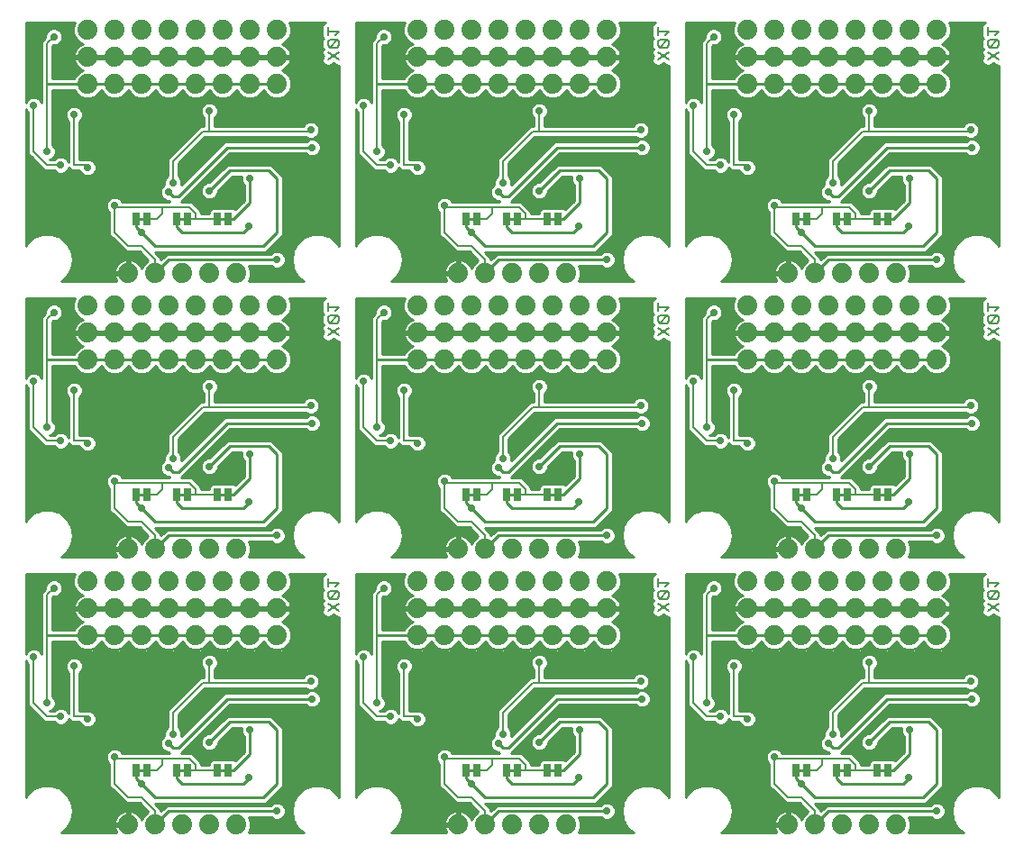
<source format=gbl>
G75*
%MOIN*%
%OFA0B0*%
%FSLAX25Y25*%
%IPPOS*%
%LPD*%
%AMOC8*
5,1,8,0,0,1.08239X$1,22.5*
%
%ADD10C,0.00800*%
%ADD11C,0.07400*%
%ADD12R,0.02500X0.05000*%
%ADD13C,0.01000*%
%ADD14C,0.02900*%
%ADD15C,0.00600*%
D10*
X0116401Y0089963D02*
X0120605Y0092765D01*
X0119904Y0094567D02*
X0120605Y0095267D01*
X0120605Y0096668D01*
X0119904Y0097369D01*
X0117102Y0094567D01*
X0116401Y0095267D01*
X0116401Y0096668D01*
X0117102Y0097369D01*
X0119904Y0097369D01*
X0119203Y0099170D02*
X0120605Y0100572D01*
X0116401Y0100572D01*
X0116401Y0101973D02*
X0116401Y0099170D01*
X0117102Y0094567D02*
X0119904Y0094567D01*
X0116401Y0092765D02*
X0120605Y0089963D01*
X0238401Y0089963D02*
X0242605Y0092765D01*
X0241904Y0094567D02*
X0242605Y0095267D01*
X0242605Y0096668D01*
X0241904Y0097369D01*
X0239102Y0094567D01*
X0238401Y0095267D01*
X0238401Y0096668D01*
X0239102Y0097369D01*
X0241904Y0097369D01*
X0241203Y0099170D02*
X0242605Y0100572D01*
X0238401Y0100572D01*
X0238401Y0101973D02*
X0238401Y0099170D01*
X0239102Y0094567D02*
X0241904Y0094567D01*
X0238401Y0092765D02*
X0242605Y0089963D01*
X0360401Y0089963D02*
X0364605Y0092765D01*
X0363904Y0094567D02*
X0364605Y0095267D01*
X0364605Y0096668D01*
X0363904Y0097369D01*
X0361102Y0094567D01*
X0360401Y0095267D01*
X0360401Y0096668D01*
X0361102Y0097369D01*
X0363904Y0097369D01*
X0363203Y0099170D02*
X0364605Y0100572D01*
X0360401Y0100572D01*
X0360401Y0101973D02*
X0360401Y0099170D01*
X0361102Y0094567D02*
X0363904Y0094567D01*
X0360401Y0092765D02*
X0364605Y0089963D01*
X0364605Y0191963D02*
X0360401Y0194765D01*
X0361102Y0196567D02*
X0360401Y0197267D01*
X0360401Y0198668D01*
X0361102Y0199369D01*
X0363904Y0199369D01*
X0361102Y0196567D01*
X0363904Y0196567D01*
X0364605Y0197267D01*
X0364605Y0198668D01*
X0363904Y0199369D01*
X0363203Y0201170D02*
X0364605Y0202572D01*
X0360401Y0202572D01*
X0360401Y0203973D02*
X0360401Y0201170D01*
X0364605Y0194765D02*
X0360401Y0191963D01*
X0242605Y0191963D02*
X0238401Y0194765D01*
X0239102Y0196567D02*
X0238401Y0197267D01*
X0238401Y0198668D01*
X0239102Y0199369D01*
X0241904Y0199369D01*
X0239102Y0196567D01*
X0241904Y0196567D01*
X0242605Y0197267D01*
X0242605Y0198668D01*
X0241904Y0199369D01*
X0241203Y0201170D02*
X0242605Y0202572D01*
X0238401Y0202572D01*
X0238401Y0203973D02*
X0238401Y0201170D01*
X0242605Y0194765D02*
X0238401Y0191963D01*
X0120605Y0191963D02*
X0116401Y0194765D01*
X0117102Y0196567D02*
X0119904Y0199369D01*
X0117102Y0199369D01*
X0116401Y0198668D01*
X0116401Y0197267D01*
X0117102Y0196567D01*
X0119904Y0196567D01*
X0120605Y0197267D01*
X0120605Y0198668D01*
X0119904Y0199369D01*
X0119203Y0201170D02*
X0120605Y0202572D01*
X0116401Y0202572D01*
X0116401Y0203973D02*
X0116401Y0201170D01*
X0120605Y0194765D02*
X0116401Y0191963D01*
X0116401Y0293963D02*
X0120605Y0296765D01*
X0119904Y0298567D02*
X0120605Y0299267D01*
X0120605Y0300668D01*
X0119904Y0301369D01*
X0117102Y0298567D01*
X0116401Y0299267D01*
X0116401Y0300668D01*
X0117102Y0301369D01*
X0119904Y0301369D01*
X0119203Y0303170D02*
X0120605Y0304572D01*
X0116401Y0304572D01*
X0116401Y0305973D02*
X0116401Y0303170D01*
X0117102Y0298567D02*
X0119904Y0298567D01*
X0116401Y0296765D02*
X0120605Y0293963D01*
X0238401Y0293963D02*
X0242605Y0296765D01*
X0241904Y0298567D02*
X0242605Y0299267D01*
X0242605Y0300668D01*
X0241904Y0301369D01*
X0239102Y0298567D01*
X0238401Y0299267D01*
X0238401Y0300668D01*
X0239102Y0301369D01*
X0241904Y0301369D01*
X0241203Y0303170D02*
X0242605Y0304572D01*
X0238401Y0304572D01*
X0238401Y0305973D02*
X0238401Y0303170D01*
X0239102Y0298567D02*
X0241904Y0298567D01*
X0238401Y0296765D02*
X0242605Y0293963D01*
X0360401Y0293963D02*
X0364605Y0296765D01*
X0363904Y0298567D02*
X0364605Y0299267D01*
X0364605Y0300668D01*
X0363904Y0301369D01*
X0361102Y0298567D01*
X0360401Y0299267D01*
X0360401Y0300668D01*
X0361102Y0301369D01*
X0363904Y0301369D01*
X0363203Y0303170D02*
X0364605Y0304572D01*
X0360401Y0304572D01*
X0360401Y0305973D02*
X0360401Y0303170D01*
X0361102Y0298567D02*
X0363904Y0298567D01*
X0360401Y0296765D02*
X0364605Y0293963D01*
D11*
X0341560Y0295000D03*
X0331560Y0295000D03*
X0321560Y0295000D03*
X0311560Y0295000D03*
X0311560Y0285000D03*
X0321560Y0285000D03*
X0331560Y0285000D03*
X0341560Y0285000D03*
X0341560Y0305000D03*
X0331560Y0305000D03*
X0321560Y0305000D03*
X0311560Y0305000D03*
X0301560Y0305000D03*
X0291560Y0305000D03*
X0281560Y0305000D03*
X0271560Y0305000D03*
X0271560Y0295000D03*
X0281560Y0295000D03*
X0291560Y0295000D03*
X0301560Y0295000D03*
X0301560Y0285000D03*
X0291560Y0285000D03*
X0281560Y0285000D03*
X0271560Y0285000D03*
X0219560Y0285000D03*
X0209560Y0285000D03*
X0199560Y0285000D03*
X0189560Y0285000D03*
X0189560Y0295000D03*
X0199560Y0295000D03*
X0209560Y0295000D03*
X0219560Y0295000D03*
X0219560Y0305000D03*
X0209560Y0305000D03*
X0199560Y0305000D03*
X0189560Y0305000D03*
X0179560Y0305000D03*
X0169560Y0305000D03*
X0159560Y0305000D03*
X0149560Y0305000D03*
X0149560Y0295000D03*
X0159560Y0295000D03*
X0169560Y0295000D03*
X0179560Y0295000D03*
X0179560Y0285000D03*
X0169560Y0285000D03*
X0159560Y0285000D03*
X0149560Y0285000D03*
X0097560Y0285000D03*
X0087560Y0285000D03*
X0077560Y0285000D03*
X0077560Y0295000D03*
X0087560Y0295000D03*
X0097560Y0295000D03*
X0097560Y0305000D03*
X0087560Y0305000D03*
X0077560Y0305000D03*
X0067560Y0305000D03*
X0057560Y0305000D03*
X0047560Y0305000D03*
X0037560Y0305000D03*
X0027560Y0305000D03*
X0027560Y0295000D03*
X0037560Y0295000D03*
X0047560Y0295000D03*
X0057560Y0295000D03*
X0067560Y0295000D03*
X0067560Y0285000D03*
X0057560Y0285000D03*
X0047560Y0285000D03*
X0037560Y0285000D03*
X0027560Y0285000D03*
X0042560Y0215000D03*
X0052560Y0215000D03*
X0062560Y0215000D03*
X0072560Y0215000D03*
X0082560Y0215000D03*
X0087560Y0203000D03*
X0097560Y0203000D03*
X0097560Y0193000D03*
X0087560Y0193000D03*
X0077560Y0193000D03*
X0077560Y0183000D03*
X0087560Y0183000D03*
X0097560Y0183000D03*
X0077560Y0203000D03*
X0067560Y0203000D03*
X0057560Y0203000D03*
X0047560Y0203000D03*
X0037560Y0203000D03*
X0027560Y0203000D03*
X0027560Y0193000D03*
X0037560Y0193000D03*
X0047560Y0193000D03*
X0057560Y0193000D03*
X0067560Y0193000D03*
X0067560Y0183000D03*
X0057560Y0183000D03*
X0047560Y0183000D03*
X0037560Y0183000D03*
X0027560Y0183000D03*
X0042560Y0113000D03*
X0052560Y0113000D03*
X0062560Y0113000D03*
X0072560Y0113000D03*
X0082560Y0113000D03*
X0087560Y0101000D03*
X0097560Y0101000D03*
X0097560Y0091000D03*
X0087560Y0091000D03*
X0077560Y0091000D03*
X0077560Y0081000D03*
X0087560Y0081000D03*
X0097560Y0081000D03*
X0077560Y0101000D03*
X0067560Y0101000D03*
X0057560Y0101000D03*
X0047560Y0101000D03*
X0037560Y0101000D03*
X0027560Y0101000D03*
X0027560Y0091000D03*
X0037560Y0091000D03*
X0047560Y0091000D03*
X0057560Y0091000D03*
X0067560Y0091000D03*
X0067560Y0081000D03*
X0057560Y0081000D03*
X0047560Y0081000D03*
X0037560Y0081000D03*
X0027560Y0081000D03*
X0042560Y0011000D03*
X0052560Y0011000D03*
X0062560Y0011000D03*
X0072560Y0011000D03*
X0082560Y0011000D03*
X0164560Y0011000D03*
X0174560Y0011000D03*
X0184560Y0011000D03*
X0194560Y0011000D03*
X0204560Y0011000D03*
X0286560Y0011000D03*
X0296560Y0011000D03*
X0306560Y0011000D03*
X0316560Y0011000D03*
X0326560Y0011000D03*
X0321560Y0081000D03*
X0331560Y0081000D03*
X0341560Y0081000D03*
X0341560Y0091000D03*
X0331560Y0091000D03*
X0321560Y0091000D03*
X0311560Y0091000D03*
X0311560Y0081000D03*
X0301560Y0081000D03*
X0291560Y0081000D03*
X0281560Y0081000D03*
X0271560Y0081000D03*
X0271560Y0091000D03*
X0281560Y0091000D03*
X0291560Y0091000D03*
X0301560Y0091000D03*
X0301560Y0101000D03*
X0291560Y0101000D03*
X0281560Y0101000D03*
X0271560Y0101000D03*
X0286560Y0113000D03*
X0296560Y0113000D03*
X0306560Y0113000D03*
X0316560Y0113000D03*
X0326560Y0113000D03*
X0331560Y0101000D03*
X0341560Y0101000D03*
X0321560Y0101000D03*
X0311560Y0101000D03*
X0219560Y0101000D03*
X0209560Y0101000D03*
X0199560Y0101000D03*
X0189560Y0101000D03*
X0189560Y0091000D03*
X0199560Y0091000D03*
X0209560Y0091000D03*
X0219560Y0091000D03*
X0219560Y0081000D03*
X0209560Y0081000D03*
X0199560Y0081000D03*
X0189560Y0081000D03*
X0179560Y0081000D03*
X0169560Y0081000D03*
X0159560Y0081000D03*
X0149560Y0081000D03*
X0149560Y0091000D03*
X0159560Y0091000D03*
X0169560Y0091000D03*
X0179560Y0091000D03*
X0179560Y0101000D03*
X0169560Y0101000D03*
X0159560Y0101000D03*
X0149560Y0101000D03*
X0164560Y0113000D03*
X0174560Y0113000D03*
X0184560Y0113000D03*
X0194560Y0113000D03*
X0204560Y0113000D03*
X0199560Y0183000D03*
X0209560Y0183000D03*
X0219560Y0183000D03*
X0219560Y0193000D03*
X0209560Y0193000D03*
X0199560Y0193000D03*
X0189560Y0193000D03*
X0189560Y0183000D03*
X0179560Y0183000D03*
X0169560Y0183000D03*
X0159560Y0183000D03*
X0149560Y0183000D03*
X0149560Y0193000D03*
X0159560Y0193000D03*
X0169560Y0193000D03*
X0179560Y0193000D03*
X0179560Y0203000D03*
X0169560Y0203000D03*
X0159560Y0203000D03*
X0149560Y0203000D03*
X0164560Y0215000D03*
X0174560Y0215000D03*
X0184560Y0215000D03*
X0194560Y0215000D03*
X0204560Y0215000D03*
X0209560Y0203000D03*
X0219560Y0203000D03*
X0199560Y0203000D03*
X0189560Y0203000D03*
X0271560Y0203000D03*
X0281560Y0203000D03*
X0291560Y0203000D03*
X0301560Y0203000D03*
X0311560Y0203000D03*
X0321560Y0203000D03*
X0331560Y0203000D03*
X0341560Y0203000D03*
X0341560Y0193000D03*
X0331560Y0193000D03*
X0321560Y0193000D03*
X0311560Y0193000D03*
X0311560Y0183000D03*
X0321560Y0183000D03*
X0331560Y0183000D03*
X0341560Y0183000D03*
X0301560Y0183000D03*
X0291560Y0183000D03*
X0281560Y0183000D03*
X0271560Y0183000D03*
X0271560Y0193000D03*
X0281560Y0193000D03*
X0291560Y0193000D03*
X0301560Y0193000D03*
X0296560Y0215000D03*
X0306560Y0215000D03*
X0316560Y0215000D03*
X0326560Y0215000D03*
X0286560Y0215000D03*
D12*
X0289560Y0235000D03*
X0293560Y0235000D03*
X0304560Y0235000D03*
X0308560Y0235000D03*
X0319560Y0235000D03*
X0323560Y0235000D03*
X0201560Y0235000D03*
X0197560Y0235000D03*
X0186560Y0235000D03*
X0182560Y0235000D03*
X0171560Y0235000D03*
X0167560Y0235000D03*
X0079560Y0235000D03*
X0075560Y0235000D03*
X0064560Y0235000D03*
X0060560Y0235000D03*
X0049560Y0235000D03*
X0045560Y0235000D03*
X0045560Y0133000D03*
X0049560Y0133000D03*
X0060560Y0133000D03*
X0064560Y0133000D03*
X0075560Y0133000D03*
X0079560Y0133000D03*
X0167560Y0133000D03*
X0171560Y0133000D03*
X0182560Y0133000D03*
X0186560Y0133000D03*
X0197560Y0133000D03*
X0201560Y0133000D03*
X0289560Y0133000D03*
X0293560Y0133000D03*
X0304560Y0133000D03*
X0308560Y0133000D03*
X0319560Y0133000D03*
X0323560Y0133000D03*
X0323560Y0031000D03*
X0319560Y0031000D03*
X0308560Y0031000D03*
X0304560Y0031000D03*
X0293560Y0031000D03*
X0289560Y0031000D03*
X0201560Y0031000D03*
X0197560Y0031000D03*
X0186560Y0031000D03*
X0182560Y0031000D03*
X0171560Y0031000D03*
X0167560Y0031000D03*
X0079560Y0031000D03*
X0075560Y0031000D03*
X0064560Y0031000D03*
X0060560Y0031000D03*
X0049560Y0031000D03*
X0045560Y0031000D03*
D13*
X0019872Y0009865D02*
X0017769Y0008100D01*
X0038239Y0008100D01*
X0038113Y0008275D01*
X0037741Y0009004D01*
X0037488Y0009782D01*
X0037374Y0010500D01*
X0042060Y0010500D01*
X0042060Y0011500D01*
X0042060Y0016186D01*
X0041342Y0016072D01*
X0040564Y0015819D01*
X0039835Y0015447D01*
X0039172Y0014966D01*
X0038594Y0014388D01*
X0038113Y0013725D01*
X0037741Y0012996D01*
X0037488Y0012218D01*
X0037374Y0011500D01*
X0042060Y0011500D01*
X0043060Y0011500D01*
X0043060Y0016186D01*
X0043778Y0016072D01*
X0044556Y0015819D01*
X0045285Y0015447D01*
X0045948Y0014966D01*
X0046526Y0014388D01*
X0047007Y0013725D01*
X0047379Y0012996D01*
X0047451Y0012776D01*
X0047982Y0014059D01*
X0049501Y0015578D01*
X0049963Y0015769D01*
X0046732Y0019000D01*
X0041732Y0019000D01*
X0036732Y0024000D01*
X0035560Y0025172D01*
X0035560Y0033545D01*
X0034890Y0034216D01*
X0034410Y0035373D01*
X0034410Y0036627D01*
X0034890Y0037784D01*
X0035776Y0038670D01*
X0036933Y0039150D01*
X0038187Y0039150D01*
X0039344Y0038670D01*
X0040230Y0037784D01*
X0040348Y0037500D01*
X0057949Y0037500D01*
X0057599Y0037850D01*
X0056933Y0037850D01*
X0055776Y0038330D01*
X0054890Y0039216D01*
X0054410Y0040373D01*
X0054410Y0041627D01*
X0054890Y0042784D01*
X0055776Y0043670D01*
X0055962Y0043748D01*
X0055910Y0043873D01*
X0055910Y0045127D01*
X0056390Y0046284D01*
X0057060Y0046955D01*
X0057060Y0053328D01*
X0058232Y0054500D01*
X0069232Y0065500D01*
X0070560Y0065500D01*
X0070560Y0068545D01*
X0069890Y0069216D01*
X0069410Y0070373D01*
X0069410Y0071627D01*
X0069890Y0072784D01*
X0070776Y0073670D01*
X0071933Y0074150D01*
X0073187Y0074150D01*
X0074344Y0073670D01*
X0075230Y0072784D01*
X0075710Y0071627D01*
X0075710Y0070373D01*
X0075230Y0069216D01*
X0074560Y0068545D01*
X0074560Y0065500D01*
X0107272Y0065500D01*
X0107390Y0065784D01*
X0108276Y0066670D01*
X0109433Y0067150D01*
X0110687Y0067150D01*
X0111844Y0066670D01*
X0112730Y0065784D01*
X0113210Y0064627D01*
X0113210Y0063373D01*
X0112730Y0062216D01*
X0111844Y0061330D01*
X0110687Y0060850D01*
X0109433Y0060850D01*
X0108276Y0061330D01*
X0108105Y0061500D01*
X0071732Y0061500D01*
X0070888Y0061500D01*
X0061060Y0051672D01*
X0061060Y0046955D01*
X0061730Y0046284D01*
X0062210Y0045127D01*
X0062210Y0043873D01*
X0062131Y0043682D01*
X0078149Y0059700D01*
X0108305Y0059700D01*
X0108776Y0060170D01*
X0109933Y0060650D01*
X0111187Y0060650D01*
X0112344Y0060170D01*
X0113230Y0059284D01*
X0113710Y0058127D01*
X0113710Y0056873D01*
X0113230Y0055716D01*
X0112344Y0054830D01*
X0111187Y0054350D01*
X0109933Y0054350D01*
X0108776Y0054830D01*
X0108305Y0055300D01*
X0079971Y0055300D01*
X0063260Y0038589D01*
X0062171Y0037500D01*
X0065888Y0037500D01*
X0067060Y0036328D01*
X0069560Y0033828D01*
X0069560Y0033000D01*
X0072610Y0033000D01*
X0072610Y0034204D01*
X0073606Y0035200D01*
X0077514Y0035200D01*
X0077560Y0035154D01*
X0077606Y0035200D01*
X0081514Y0035200D01*
X0082081Y0034633D01*
X0085360Y0037911D01*
X0085360Y0043745D01*
X0084890Y0044216D01*
X0084410Y0045373D01*
X0084410Y0046627D01*
X0084482Y0046800D01*
X0080971Y0046800D01*
X0075710Y0041539D01*
X0075710Y0040873D01*
X0075230Y0039716D01*
X0074344Y0038830D01*
X0073187Y0038350D01*
X0071933Y0038350D01*
X0070776Y0038830D01*
X0069890Y0039716D01*
X0069410Y0040873D01*
X0069410Y0042127D01*
X0069890Y0043284D01*
X0070776Y0044170D01*
X0071933Y0044650D01*
X0072599Y0044650D01*
X0077860Y0049911D01*
X0079149Y0051200D01*
X0095471Y0051200D01*
X0098471Y0048200D01*
X0098471Y0048200D01*
X0099760Y0046911D01*
X0099760Y0025089D01*
X0098471Y0023800D01*
X0093471Y0018800D01*
X0052588Y0018800D01*
X0054560Y0016828D01*
X0054560Y0016111D01*
X0055360Y0016911D01*
X0056649Y0018200D01*
X0095305Y0018200D01*
X0095776Y0018670D01*
X0096933Y0019150D01*
X0098187Y0019150D01*
X0099344Y0018670D01*
X0100230Y0017784D01*
X0100710Y0016627D01*
X0100710Y0015373D01*
X0100230Y0014216D01*
X0099344Y0013330D01*
X0098187Y0012850D01*
X0096933Y0012850D01*
X0095776Y0013330D01*
X0095305Y0013800D01*
X0087245Y0013800D01*
X0087960Y0012074D01*
X0087960Y0009926D01*
X0087204Y0008100D01*
X0107351Y0008100D01*
X0105248Y0009865D01*
X0105248Y0009865D01*
X0103591Y0012735D01*
X0103591Y0012735D01*
X0103015Y0016000D01*
X0103015Y0016000D01*
X0103591Y0019265D01*
X0103591Y0019265D01*
X0105248Y0022135D01*
X0105248Y0022135D01*
X0105248Y0022135D01*
X0107787Y0024266D01*
X0107787Y0024266D01*
X0110903Y0025400D01*
X0114217Y0025400D01*
X0117332Y0024266D01*
X0117332Y0024266D01*
X0119872Y0022135D01*
X0119872Y0022135D01*
X0120460Y0021117D01*
X0120460Y0087792D01*
X0120163Y0087733D01*
X0118503Y0088840D01*
X0116842Y0087733D01*
X0115136Y0088074D01*
X0114171Y0089521D01*
X0114512Y0091227D01*
X0114717Y0091364D01*
X0114512Y0091500D01*
X0114171Y0093206D01*
X0114700Y0093999D01*
X0114301Y0094397D01*
X0114301Y0097538D01*
X0114682Y0097919D01*
X0114301Y0098301D01*
X0114301Y0102843D01*
X0115358Y0103900D01*
X0102204Y0103900D01*
X0102960Y0102074D01*
X0102960Y0099926D01*
X0102138Y0097941D01*
X0100619Y0096422D01*
X0099336Y0095891D01*
X0099556Y0095819D01*
X0100285Y0095447D01*
X0100948Y0094966D01*
X0101526Y0094388D01*
X0102007Y0093725D01*
X0102379Y0092996D01*
X0102632Y0092218D01*
X0102746Y0091500D01*
X0098060Y0091500D01*
X0098060Y0090500D01*
X0102746Y0090500D01*
X0102632Y0089782D01*
X0102379Y0089004D01*
X0102007Y0088275D01*
X0101526Y0087612D01*
X0100948Y0087034D01*
X0100285Y0086553D01*
X0099556Y0086181D01*
X0099336Y0086109D01*
X0100619Y0085578D01*
X0102138Y0084059D01*
X0102960Y0082074D01*
X0102960Y0079926D01*
X0102138Y0077941D01*
X0100619Y0076422D01*
X0098634Y0075600D01*
X0096486Y0075600D01*
X0094501Y0076422D01*
X0092982Y0077941D01*
X0092626Y0078800D01*
X0092494Y0078800D01*
X0092138Y0077941D01*
X0090619Y0076422D01*
X0088634Y0075600D01*
X0086486Y0075600D01*
X0084501Y0076422D01*
X0082982Y0077941D01*
X0082626Y0078800D01*
X0082494Y0078800D01*
X0082138Y0077941D01*
X0080619Y0076422D01*
X0078634Y0075600D01*
X0076486Y0075600D01*
X0074501Y0076422D01*
X0072982Y0077941D01*
X0072626Y0078800D01*
X0072494Y0078800D01*
X0072138Y0077941D01*
X0070619Y0076422D01*
X0068634Y0075600D01*
X0066486Y0075600D01*
X0064501Y0076422D01*
X0062982Y0077941D01*
X0062626Y0078800D01*
X0062494Y0078800D01*
X0062138Y0077941D01*
X0060619Y0076422D01*
X0058634Y0075600D01*
X0056486Y0075600D01*
X0054501Y0076422D01*
X0052982Y0077941D01*
X0052626Y0078800D01*
X0052494Y0078800D01*
X0052138Y0077941D01*
X0050619Y0076422D01*
X0048634Y0075600D01*
X0046486Y0075600D01*
X0044501Y0076422D01*
X0042982Y0077941D01*
X0042626Y0078800D01*
X0042494Y0078800D01*
X0042138Y0077941D01*
X0040619Y0076422D01*
X0038634Y0075600D01*
X0036486Y0075600D01*
X0034501Y0076422D01*
X0032982Y0077941D01*
X0032626Y0078800D01*
X0032494Y0078800D01*
X0032138Y0077941D01*
X0030619Y0076422D01*
X0028634Y0075600D01*
X0026486Y0075600D01*
X0024501Y0076422D01*
X0022982Y0077941D01*
X0022626Y0078800D01*
X0014560Y0078800D01*
X0014560Y0058455D01*
X0015230Y0057784D01*
X0015710Y0056627D01*
X0015710Y0055373D01*
X0015230Y0054216D01*
X0014344Y0053330D01*
X0013549Y0053000D01*
X0015105Y0053000D01*
X0015776Y0053670D01*
X0016933Y0054150D01*
X0018187Y0054150D01*
X0019344Y0053670D01*
X0020230Y0052784D01*
X0020560Y0051989D01*
X0020560Y0067246D01*
X0019890Y0067916D01*
X0019410Y0069074D01*
X0019410Y0070327D01*
X0019890Y0071485D01*
X0020776Y0072371D01*
X0021933Y0072851D01*
X0023187Y0072851D01*
X0024344Y0072371D01*
X0025230Y0071485D01*
X0025710Y0070327D01*
X0025710Y0069074D01*
X0025230Y0067916D01*
X0024560Y0067246D01*
X0024560Y0053000D01*
X0026343Y0053000D01*
X0026933Y0053244D01*
X0028187Y0053244D01*
X0029344Y0052765D01*
X0030230Y0051879D01*
X0030710Y0050721D01*
X0030710Y0049468D01*
X0030230Y0048310D01*
X0029344Y0047424D01*
X0028187Y0046944D01*
X0026933Y0046944D01*
X0025776Y0047424D01*
X0024890Y0048310D01*
X0024604Y0049000D01*
X0021732Y0049000D01*
X0020607Y0050125D01*
X0020230Y0049216D01*
X0019344Y0048330D01*
X0018187Y0047850D01*
X0016933Y0047850D01*
X0015776Y0048330D01*
X0015105Y0049000D01*
X0011732Y0049000D01*
X0010560Y0050172D01*
X0005560Y0055172D01*
X0005560Y0070545D01*
X0004890Y0071216D01*
X0004660Y0071770D01*
X0004660Y0021117D01*
X0005248Y0022135D01*
X0005248Y0022135D01*
X0005248Y0022135D01*
X0007787Y0024266D01*
X0007787Y0024266D01*
X0010903Y0025400D01*
X0014217Y0025400D01*
X0017332Y0024266D01*
X0017332Y0024266D01*
X0019872Y0022135D01*
X0019872Y0022135D01*
X0021529Y0019265D01*
X0021529Y0019265D01*
X0022105Y0016000D01*
X0022105Y0016000D01*
X0021529Y0012735D01*
X0021529Y0012735D01*
X0019872Y0009865D01*
X0019872Y0009865D01*
X0019872Y0009865D01*
X0019947Y0009994D02*
X0037454Y0009994D01*
X0037745Y0008996D02*
X0018836Y0008996D01*
X0020523Y0010993D02*
X0042060Y0010993D01*
X0042060Y0011991D02*
X0043060Y0011991D01*
X0043060Y0012990D02*
X0042060Y0012990D01*
X0042060Y0013988D02*
X0043060Y0013988D01*
X0043060Y0014987D02*
X0042060Y0014987D01*
X0042060Y0015985D02*
X0043060Y0015985D01*
X0044045Y0015985D02*
X0049746Y0015985D01*
X0048910Y0014987D02*
X0045920Y0014987D01*
X0046817Y0013988D02*
X0047953Y0013988D01*
X0047539Y0012990D02*
X0047381Y0012990D01*
X0048748Y0016984D02*
X0021932Y0016984D01*
X0022102Y0015985D02*
X0041075Y0015985D01*
X0039200Y0014987D02*
X0021926Y0014987D01*
X0021750Y0013988D02*
X0038303Y0013988D01*
X0037739Y0012990D02*
X0021574Y0012990D01*
X0021100Y0011991D02*
X0037452Y0011991D01*
X0040752Y0019979D02*
X0021117Y0019979D01*
X0021579Y0018981D02*
X0046751Y0018981D01*
X0047749Y0017982D02*
X0021755Y0017982D01*
X0020540Y0020978D02*
X0039754Y0020978D01*
X0038755Y0021976D02*
X0019964Y0021976D01*
X0018872Y0022975D02*
X0037757Y0022975D01*
X0036758Y0023973D02*
X0017682Y0023973D01*
X0015394Y0024972D02*
X0035760Y0024972D01*
X0035560Y0025970D02*
X0004660Y0025970D01*
X0004660Y0024972D02*
X0009726Y0024972D01*
X0007438Y0023973D02*
X0004660Y0023973D01*
X0004660Y0022975D02*
X0006248Y0022975D01*
X0005156Y0021976D02*
X0004660Y0021976D01*
X0004660Y0026969D02*
X0035560Y0026969D01*
X0035560Y0027967D02*
X0004660Y0027967D01*
X0004660Y0028966D02*
X0035560Y0028966D01*
X0035560Y0029964D02*
X0004660Y0029964D01*
X0004660Y0030963D02*
X0035560Y0030963D01*
X0035560Y0031961D02*
X0004660Y0031961D01*
X0004660Y0032960D02*
X0035560Y0032960D01*
X0035147Y0033958D02*
X0004660Y0033958D01*
X0004660Y0034957D02*
X0034583Y0034957D01*
X0034410Y0035955D02*
X0004660Y0035955D01*
X0004660Y0036954D02*
X0034546Y0036954D01*
X0035058Y0037952D02*
X0004660Y0037952D01*
X0004660Y0038951D02*
X0036453Y0038951D01*
X0038667Y0038951D02*
X0055154Y0038951D01*
X0054586Y0039949D02*
X0004660Y0039949D01*
X0004660Y0040948D02*
X0054410Y0040948D01*
X0054542Y0041946D02*
X0004660Y0041946D01*
X0004660Y0042945D02*
X0055050Y0042945D01*
X0055910Y0043943D02*
X0004660Y0043943D01*
X0004660Y0044942D02*
X0055910Y0044942D01*
X0056247Y0045940D02*
X0004660Y0045940D01*
X0004660Y0046939D02*
X0057044Y0046939D01*
X0057060Y0047937D02*
X0029858Y0047937D01*
X0030490Y0048936D02*
X0057060Y0048936D01*
X0057060Y0049934D02*
X0030710Y0049934D01*
X0030622Y0050933D02*
X0057060Y0050933D01*
X0057060Y0051932D02*
X0030178Y0051932D01*
X0028946Y0052930D02*
X0057060Y0052930D01*
X0057660Y0053929D02*
X0024560Y0053929D01*
X0024560Y0054927D02*
X0058659Y0054927D01*
X0059657Y0055926D02*
X0024560Y0055926D01*
X0024560Y0056924D02*
X0060656Y0056924D01*
X0061654Y0057923D02*
X0024560Y0057923D01*
X0024560Y0058921D02*
X0062653Y0058921D01*
X0063651Y0059920D02*
X0024560Y0059920D01*
X0024560Y0060918D02*
X0064650Y0060918D01*
X0065648Y0061917D02*
X0024560Y0061917D01*
X0024560Y0062915D02*
X0066647Y0062915D01*
X0067645Y0063914D02*
X0024560Y0063914D01*
X0024560Y0064912D02*
X0068644Y0064912D01*
X0070560Y0065911D02*
X0024560Y0065911D01*
X0024560Y0066909D02*
X0070560Y0066909D01*
X0070560Y0067908D02*
X0025222Y0067908D01*
X0025640Y0068906D02*
X0070199Y0068906D01*
X0069604Y0069905D02*
X0025710Y0069905D01*
X0025471Y0070903D02*
X0069410Y0070903D01*
X0069524Y0071902D02*
X0024814Y0071902D01*
X0025772Y0075896D02*
X0014560Y0075896D01*
X0014560Y0076894D02*
X0024029Y0076894D01*
X0023030Y0077893D02*
X0014560Y0077893D01*
X0014560Y0074897D02*
X0120460Y0074897D01*
X0120460Y0073899D02*
X0073793Y0073899D01*
X0075114Y0072900D02*
X0120460Y0072900D01*
X0120460Y0071902D02*
X0075596Y0071902D01*
X0075710Y0070903D02*
X0120460Y0070903D01*
X0120460Y0069905D02*
X0075516Y0069905D01*
X0074921Y0068906D02*
X0120460Y0068906D01*
X0120460Y0067908D02*
X0074560Y0067908D01*
X0074560Y0066909D02*
X0108852Y0066909D01*
X0107516Y0065911D02*
X0074560Y0065911D01*
X0070307Y0060918D02*
X0109269Y0060918D01*
X0108525Y0059920D02*
X0069308Y0059920D01*
X0068310Y0058921D02*
X0077370Y0058921D01*
X0076371Y0057923D02*
X0067311Y0057923D01*
X0066312Y0056924D02*
X0075373Y0056924D01*
X0074374Y0055926D02*
X0065314Y0055926D01*
X0064315Y0054927D02*
X0073376Y0054927D01*
X0072377Y0053929D02*
X0063317Y0053929D01*
X0062318Y0052930D02*
X0071379Y0052930D01*
X0070380Y0051932D02*
X0061320Y0051932D01*
X0061060Y0050933D02*
X0069382Y0050933D01*
X0068383Y0049934D02*
X0061060Y0049934D01*
X0061060Y0048936D02*
X0067385Y0048936D01*
X0066386Y0047937D02*
X0061060Y0047937D01*
X0061076Y0046939D02*
X0065388Y0046939D01*
X0064389Y0045940D02*
X0061873Y0045940D01*
X0062210Y0044942D02*
X0063391Y0044942D01*
X0062392Y0043943D02*
X0062210Y0043943D01*
X0065619Y0040948D02*
X0069410Y0040948D01*
X0069410Y0041946D02*
X0066618Y0041946D01*
X0067616Y0042945D02*
X0069749Y0042945D01*
X0070549Y0043943D02*
X0068615Y0043943D01*
X0069613Y0044942D02*
X0072891Y0044942D01*
X0073889Y0045940D02*
X0070612Y0045940D01*
X0071610Y0046939D02*
X0074888Y0046939D01*
X0075886Y0047937D02*
X0072609Y0047937D01*
X0073607Y0048936D02*
X0076885Y0048936D01*
X0077883Y0049934D02*
X0074606Y0049934D01*
X0075604Y0050933D02*
X0078882Y0050933D01*
X0080060Y0049000D02*
X0094560Y0049000D01*
X0097560Y0046000D01*
X0097560Y0026000D01*
X0092560Y0021000D01*
X0052560Y0021000D01*
X0047560Y0026000D01*
X0045560Y0028000D01*
X0045560Y0031000D01*
X0049560Y0031000D01*
X0056686Y0037952D02*
X0040062Y0037952D01*
X0025262Y0047937D02*
X0018398Y0047937D01*
X0016722Y0047937D02*
X0004660Y0047937D01*
X0004660Y0048936D02*
X0015169Y0048936D01*
X0010797Y0049934D02*
X0004660Y0049934D01*
X0004660Y0050933D02*
X0009799Y0050933D01*
X0008800Y0051932D02*
X0004660Y0051932D01*
X0004660Y0052930D02*
X0007802Y0052930D01*
X0006803Y0053929D02*
X0004660Y0053929D01*
X0004660Y0054927D02*
X0005805Y0054927D01*
X0005560Y0055926D02*
X0004660Y0055926D01*
X0004660Y0056924D02*
X0005560Y0056924D01*
X0005560Y0057923D02*
X0004660Y0057923D01*
X0004660Y0058921D02*
X0005560Y0058921D01*
X0005560Y0059920D02*
X0004660Y0059920D01*
X0004660Y0060918D02*
X0005560Y0060918D01*
X0005560Y0061917D02*
X0004660Y0061917D01*
X0004660Y0062915D02*
X0005560Y0062915D01*
X0005560Y0063914D02*
X0004660Y0063914D01*
X0004660Y0064912D02*
X0005560Y0064912D01*
X0005560Y0065911D02*
X0004660Y0065911D01*
X0004660Y0066909D02*
X0005560Y0066909D01*
X0005560Y0067908D02*
X0004660Y0067908D01*
X0004660Y0068906D02*
X0005560Y0068906D01*
X0005560Y0069905D02*
X0004660Y0069905D01*
X0004660Y0070903D02*
X0005202Y0070903D01*
X0004660Y0074230D02*
X0004660Y0103900D01*
X0022916Y0103900D01*
X0022160Y0102074D01*
X0022160Y0099926D01*
X0022982Y0097941D01*
X0024501Y0096422D01*
X0025784Y0095891D01*
X0025564Y0095819D01*
X0024835Y0095447D01*
X0024172Y0094966D01*
X0023594Y0094388D01*
X0023113Y0093725D01*
X0022741Y0092996D01*
X0022488Y0092218D01*
X0022374Y0091500D01*
X0027060Y0091500D01*
X0027060Y0090500D01*
X0022374Y0090500D01*
X0022488Y0089782D01*
X0022741Y0089004D01*
X0023113Y0088275D01*
X0023594Y0087612D01*
X0024172Y0087034D01*
X0024835Y0086553D01*
X0025564Y0086181D01*
X0025784Y0086109D01*
X0024501Y0085578D01*
X0022982Y0084059D01*
X0022626Y0083200D01*
X0014560Y0083200D01*
X0014560Y0095172D01*
X0014738Y0095350D01*
X0015687Y0095350D01*
X0016844Y0095830D01*
X0017730Y0096716D01*
X0018210Y0097873D01*
X0018210Y0099127D01*
X0017730Y0100284D01*
X0016844Y0101170D01*
X0015687Y0101650D01*
X0014433Y0101650D01*
X0013276Y0101170D01*
X0012390Y0100284D01*
X0011910Y0099127D01*
X0011910Y0098178D01*
X0011732Y0098000D01*
X0010560Y0096828D01*
X0010560Y0082111D01*
X0010360Y0081911D01*
X0010360Y0080089D01*
X0010560Y0079889D01*
X0010560Y0073989D01*
X0010230Y0074784D01*
X0009344Y0075670D01*
X0008187Y0076150D01*
X0006933Y0076150D01*
X0005776Y0075670D01*
X0004890Y0074784D01*
X0004660Y0074230D01*
X0004660Y0074897D02*
X0005002Y0074897D01*
X0004660Y0075896D02*
X0006320Y0075896D01*
X0004660Y0076894D02*
X0010560Y0076894D01*
X0010560Y0075896D02*
X0008800Y0075896D01*
X0010117Y0074897D02*
X0010560Y0074897D01*
X0010560Y0077893D02*
X0004660Y0077893D01*
X0004660Y0078891D02*
X0010560Y0078891D01*
X0010559Y0079890D02*
X0004660Y0079890D01*
X0004660Y0080888D02*
X0010360Y0080888D01*
X0010360Y0081887D02*
X0004660Y0081887D01*
X0004660Y0082885D02*
X0010560Y0082885D01*
X0010560Y0083884D02*
X0004660Y0083884D01*
X0004660Y0084882D02*
X0010560Y0084882D01*
X0010560Y0085881D02*
X0004660Y0085881D01*
X0004660Y0086879D02*
X0010560Y0086879D01*
X0010560Y0087878D02*
X0004660Y0087878D01*
X0004660Y0088876D02*
X0010560Y0088876D01*
X0010560Y0089875D02*
X0004660Y0089875D01*
X0004660Y0090873D02*
X0010560Y0090873D01*
X0010560Y0091872D02*
X0004660Y0091872D01*
X0004660Y0092870D02*
X0010560Y0092870D01*
X0010560Y0093869D02*
X0004660Y0093869D01*
X0004660Y0094868D02*
X0010560Y0094868D01*
X0010560Y0095866D02*
X0004660Y0095866D01*
X0004660Y0096865D02*
X0010596Y0096865D01*
X0011595Y0097863D02*
X0004660Y0097863D01*
X0004660Y0098862D02*
X0011910Y0098862D01*
X0012214Y0099860D02*
X0004660Y0099860D01*
X0004660Y0100859D02*
X0012964Y0100859D01*
X0017156Y0100859D02*
X0022160Y0100859D01*
X0022160Y0101857D02*
X0004660Y0101857D01*
X0004660Y0102856D02*
X0022484Y0102856D01*
X0022897Y0103854D02*
X0004660Y0103854D01*
X0017906Y0099860D02*
X0022187Y0099860D01*
X0022601Y0098862D02*
X0018210Y0098862D01*
X0018206Y0097863D02*
X0023060Y0097863D01*
X0024059Y0096865D02*
X0017792Y0096865D01*
X0016881Y0095866D02*
X0025709Y0095866D01*
X0024074Y0094868D02*
X0014560Y0094868D01*
X0014560Y0093869D02*
X0023217Y0093869D01*
X0022700Y0092870D02*
X0014560Y0092870D01*
X0014560Y0091872D02*
X0022433Y0091872D01*
X0022473Y0089875D02*
X0014560Y0089875D01*
X0014560Y0090873D02*
X0027060Y0090873D01*
X0028060Y0090873D02*
X0037060Y0090873D01*
X0037060Y0090500D02*
X0028060Y0090500D01*
X0028060Y0091500D01*
X0032746Y0091500D01*
X0037060Y0091500D01*
X0037060Y0090500D01*
X0038060Y0090500D02*
X0038060Y0091500D01*
X0042746Y0091500D01*
X0047060Y0091500D01*
X0047060Y0090500D01*
X0038060Y0090500D01*
X0038060Y0090873D02*
X0047060Y0090873D01*
X0048060Y0090873D02*
X0057060Y0090873D01*
X0057060Y0090500D02*
X0048060Y0090500D01*
X0048060Y0091500D01*
X0052746Y0091500D01*
X0057060Y0091500D01*
X0057060Y0090500D01*
X0058060Y0090500D02*
X0058060Y0091500D01*
X0062374Y0091500D01*
X0067060Y0091500D01*
X0067060Y0090500D01*
X0058060Y0090500D01*
X0058060Y0090873D02*
X0067060Y0090873D01*
X0068060Y0090873D02*
X0077060Y0090873D01*
X0077060Y0090500D02*
X0068060Y0090500D01*
X0068060Y0091500D01*
X0072374Y0091500D01*
X0077060Y0091500D01*
X0077060Y0090500D01*
X0078060Y0090500D02*
X0078060Y0091500D01*
X0082746Y0091500D01*
X0087060Y0091500D01*
X0087060Y0090500D01*
X0078060Y0090500D01*
X0078060Y0090873D02*
X0087060Y0090873D01*
X0088060Y0090873D02*
X0097060Y0090873D01*
X0097060Y0090500D02*
X0088060Y0090500D01*
X0088060Y0091500D01*
X0092746Y0091500D01*
X0097060Y0091500D01*
X0097060Y0090500D01*
X0098060Y0090873D02*
X0114442Y0090873D01*
X0114438Y0091872D02*
X0102687Y0091872D01*
X0102420Y0092870D02*
X0114238Y0092870D01*
X0114613Y0093869D02*
X0101903Y0093869D01*
X0101046Y0094868D02*
X0114301Y0094868D01*
X0114301Y0095866D02*
X0099411Y0095866D01*
X0101061Y0096865D02*
X0114301Y0096865D01*
X0114626Y0097863D02*
X0102060Y0097863D01*
X0102519Y0098862D02*
X0114301Y0098862D01*
X0114301Y0099860D02*
X0102933Y0099860D01*
X0102960Y0100859D02*
X0114301Y0100859D01*
X0114301Y0101857D02*
X0102960Y0101857D01*
X0102636Y0102856D02*
X0114314Y0102856D01*
X0115312Y0103854D02*
X0102223Y0103854D01*
X0107351Y0110100D02*
X0087204Y0110100D01*
X0087960Y0111926D01*
X0087960Y0114074D01*
X0087245Y0115800D01*
X0095305Y0115800D01*
X0095776Y0115330D01*
X0096933Y0114850D01*
X0098187Y0114850D01*
X0099344Y0115330D01*
X0100230Y0116216D01*
X0100710Y0117373D01*
X0100710Y0118627D01*
X0100230Y0119784D01*
X0099344Y0120670D01*
X0098187Y0121150D01*
X0096933Y0121150D01*
X0095776Y0120670D01*
X0095305Y0120200D01*
X0056649Y0120200D01*
X0055360Y0118911D01*
X0054560Y0118111D01*
X0054560Y0118828D01*
X0052588Y0120800D01*
X0093471Y0120800D01*
X0098471Y0125800D01*
X0099760Y0127089D01*
X0099760Y0148911D01*
X0098471Y0150200D01*
X0095471Y0153200D01*
X0079149Y0153200D01*
X0077860Y0151911D01*
X0072599Y0146650D01*
X0071933Y0146650D01*
X0070776Y0146170D01*
X0069890Y0145284D01*
X0069410Y0144127D01*
X0069410Y0142873D01*
X0069890Y0141716D01*
X0070776Y0140830D01*
X0071933Y0140350D01*
X0073187Y0140350D01*
X0074344Y0140830D01*
X0075230Y0141716D01*
X0075710Y0142873D01*
X0075710Y0143539D01*
X0080971Y0148800D01*
X0084482Y0148800D01*
X0084410Y0148627D01*
X0084410Y0147373D01*
X0084890Y0146216D01*
X0085360Y0145745D01*
X0085360Y0139911D01*
X0082081Y0136633D01*
X0081514Y0137200D01*
X0077606Y0137200D01*
X0077560Y0137154D01*
X0077514Y0137200D01*
X0073606Y0137200D01*
X0072610Y0136204D01*
X0072610Y0135000D01*
X0069560Y0135000D01*
X0069560Y0135828D01*
X0067060Y0138328D01*
X0065888Y0139500D01*
X0062171Y0139500D01*
X0063260Y0140589D01*
X0079971Y0157300D01*
X0108305Y0157300D01*
X0108776Y0156830D01*
X0109933Y0156350D01*
X0111187Y0156350D01*
X0112344Y0156830D01*
X0113230Y0157716D01*
X0113710Y0158873D01*
X0113710Y0160127D01*
X0113230Y0161284D01*
X0112344Y0162170D01*
X0111187Y0162650D01*
X0109933Y0162650D01*
X0108776Y0162170D01*
X0108305Y0161700D01*
X0078149Y0161700D01*
X0062131Y0145682D01*
X0062210Y0145873D01*
X0062210Y0147127D01*
X0061730Y0148284D01*
X0061060Y0148955D01*
X0061060Y0153672D01*
X0070888Y0163500D01*
X0071732Y0163500D01*
X0108105Y0163500D01*
X0108276Y0163330D01*
X0109433Y0162850D01*
X0110687Y0162850D01*
X0111844Y0163330D01*
X0112730Y0164216D01*
X0113210Y0165373D01*
X0113210Y0166627D01*
X0112730Y0167784D01*
X0111844Y0168670D01*
X0110687Y0169150D01*
X0109433Y0169150D01*
X0108276Y0168670D01*
X0107390Y0167784D01*
X0107272Y0167500D01*
X0074560Y0167500D01*
X0074560Y0170545D01*
X0075230Y0171216D01*
X0075710Y0172373D01*
X0075710Y0173627D01*
X0075230Y0174784D01*
X0074344Y0175670D01*
X0073187Y0176150D01*
X0071933Y0176150D01*
X0070776Y0175670D01*
X0069890Y0174784D01*
X0069410Y0173627D01*
X0069410Y0172373D01*
X0069890Y0171216D01*
X0070560Y0170545D01*
X0070560Y0167500D01*
X0069232Y0167500D01*
X0058232Y0156500D01*
X0057060Y0155328D01*
X0057060Y0148955D01*
X0056390Y0148284D01*
X0055910Y0147127D01*
X0055910Y0145873D01*
X0055962Y0145748D01*
X0055776Y0145670D01*
X0054890Y0144784D01*
X0054410Y0143627D01*
X0054410Y0142373D01*
X0054890Y0141216D01*
X0055776Y0140330D01*
X0056933Y0139850D01*
X0057599Y0139850D01*
X0057949Y0139500D01*
X0040348Y0139500D01*
X0040230Y0139784D01*
X0039344Y0140670D01*
X0038187Y0141150D01*
X0036933Y0141150D01*
X0035776Y0140670D01*
X0034890Y0139784D01*
X0034410Y0138627D01*
X0034410Y0137373D01*
X0034890Y0136216D01*
X0035560Y0135545D01*
X0035560Y0127172D01*
X0036732Y0126000D01*
X0041732Y0121000D01*
X0046732Y0121000D01*
X0049963Y0117769D01*
X0049501Y0117578D01*
X0047982Y0116059D01*
X0047451Y0114776D01*
X0047379Y0114996D01*
X0047007Y0115725D01*
X0046526Y0116388D01*
X0045948Y0116966D01*
X0045285Y0117447D01*
X0044556Y0117819D01*
X0043778Y0118072D01*
X0043060Y0118186D01*
X0043060Y0113500D01*
X0042060Y0113500D01*
X0042060Y0118186D01*
X0041342Y0118072D01*
X0040564Y0117819D01*
X0039835Y0117447D01*
X0039172Y0116966D01*
X0038594Y0116388D01*
X0038113Y0115725D01*
X0037741Y0114996D01*
X0037488Y0114218D01*
X0037374Y0113500D01*
X0042060Y0113500D01*
X0042060Y0112500D01*
X0037374Y0112500D01*
X0037488Y0111782D01*
X0037741Y0111004D01*
X0038113Y0110275D01*
X0038239Y0110100D01*
X0017769Y0110100D01*
X0019872Y0111865D01*
X0021529Y0114735D01*
X0021529Y0114735D01*
X0022105Y0118000D01*
X0021529Y0121265D01*
X0019872Y0124135D01*
X0019872Y0124135D01*
X0017332Y0126266D01*
X0014217Y0127400D01*
X0010903Y0127400D01*
X0007787Y0126266D01*
X0005248Y0124135D01*
X0004660Y0123117D01*
X0004660Y0173770D01*
X0004890Y0173216D01*
X0005560Y0172545D01*
X0005560Y0157172D01*
X0010560Y0152172D01*
X0011732Y0151000D01*
X0015105Y0151000D01*
X0015776Y0150330D01*
X0016933Y0149850D01*
X0018187Y0149850D01*
X0019344Y0150330D01*
X0020230Y0151216D01*
X0020607Y0152125D01*
X0021732Y0151000D01*
X0024604Y0151000D01*
X0024890Y0150310D01*
X0025776Y0149424D01*
X0026933Y0148944D01*
X0028187Y0148944D01*
X0029344Y0149424D01*
X0030230Y0150310D01*
X0030710Y0151468D01*
X0030710Y0152721D01*
X0030230Y0153879D01*
X0029344Y0154765D01*
X0028187Y0155244D01*
X0026933Y0155244D01*
X0026343Y0155000D01*
X0024560Y0155000D01*
X0024560Y0169246D01*
X0025230Y0169916D01*
X0025710Y0171074D01*
X0025710Y0172327D01*
X0025230Y0173485D01*
X0024344Y0174371D01*
X0023187Y0174851D01*
X0021933Y0174851D01*
X0020776Y0174371D01*
X0019890Y0173485D01*
X0019410Y0172327D01*
X0019410Y0171074D01*
X0019890Y0169916D01*
X0020560Y0169246D01*
X0020560Y0153989D01*
X0020230Y0154784D01*
X0019344Y0155670D01*
X0018187Y0156150D01*
X0016933Y0156150D01*
X0015776Y0155670D01*
X0015105Y0155000D01*
X0013549Y0155000D01*
X0014344Y0155330D01*
X0015230Y0156216D01*
X0015710Y0157373D01*
X0015710Y0158627D01*
X0015230Y0159784D01*
X0014560Y0160455D01*
X0014560Y0180800D01*
X0022626Y0180800D01*
X0022982Y0179941D01*
X0024501Y0178422D01*
X0026486Y0177600D01*
X0028634Y0177600D01*
X0030619Y0178422D01*
X0032138Y0179941D01*
X0032494Y0180800D01*
X0032626Y0180800D01*
X0032982Y0179941D01*
X0034501Y0178422D01*
X0036486Y0177600D01*
X0038634Y0177600D01*
X0040619Y0178422D01*
X0042138Y0179941D01*
X0042494Y0180800D01*
X0042626Y0180800D01*
X0042982Y0179941D01*
X0044501Y0178422D01*
X0046486Y0177600D01*
X0048634Y0177600D01*
X0050619Y0178422D01*
X0052138Y0179941D01*
X0052494Y0180800D01*
X0052626Y0180800D01*
X0052982Y0179941D01*
X0054501Y0178422D01*
X0056486Y0177600D01*
X0058634Y0177600D01*
X0060619Y0178422D01*
X0062138Y0179941D01*
X0062494Y0180800D01*
X0062626Y0180800D01*
X0062982Y0179941D01*
X0064501Y0178422D01*
X0066486Y0177600D01*
X0068634Y0177600D01*
X0070619Y0178422D01*
X0072138Y0179941D01*
X0072494Y0180800D01*
X0072626Y0180800D01*
X0072982Y0179941D01*
X0074501Y0178422D01*
X0076486Y0177600D01*
X0078634Y0177600D01*
X0080619Y0178422D01*
X0082138Y0179941D01*
X0082494Y0180800D01*
X0082626Y0180800D01*
X0082982Y0179941D01*
X0084501Y0178422D01*
X0086486Y0177600D01*
X0088634Y0177600D01*
X0090619Y0178422D01*
X0092138Y0179941D01*
X0092494Y0180800D01*
X0092626Y0180800D01*
X0092982Y0179941D01*
X0094501Y0178422D01*
X0096486Y0177600D01*
X0098634Y0177600D01*
X0100619Y0178422D01*
X0102138Y0179941D01*
X0102960Y0181926D01*
X0102960Y0184074D01*
X0102138Y0186059D01*
X0100619Y0187578D01*
X0099336Y0188109D01*
X0099556Y0188181D01*
X0100285Y0188553D01*
X0100948Y0189034D01*
X0101526Y0189612D01*
X0102007Y0190275D01*
X0102379Y0191004D01*
X0102632Y0191782D01*
X0102746Y0192500D01*
X0098060Y0192500D01*
X0098060Y0193500D01*
X0102746Y0193500D01*
X0102632Y0194218D01*
X0102379Y0194996D01*
X0102007Y0195725D01*
X0101526Y0196388D01*
X0100948Y0196966D01*
X0100285Y0197447D01*
X0099556Y0197819D01*
X0099336Y0197891D01*
X0100619Y0198422D01*
X0102138Y0199941D01*
X0102960Y0201926D01*
X0102960Y0204074D01*
X0102204Y0205900D01*
X0115358Y0205900D01*
X0114301Y0204843D01*
X0114301Y0200301D01*
X0114682Y0199919D01*
X0114301Y0199538D01*
X0114301Y0196397D01*
X0114700Y0195999D01*
X0114171Y0195206D01*
X0114512Y0193500D01*
X0114717Y0193364D01*
X0114512Y0193227D01*
X0114171Y0191521D01*
X0115136Y0190074D01*
X0116842Y0189733D01*
X0118503Y0190840D01*
X0120163Y0189733D01*
X0120460Y0189792D01*
X0120460Y0123117D01*
X0119872Y0124135D01*
X0119872Y0124135D01*
X0117332Y0126266D01*
X0114217Y0127400D01*
X0110903Y0127400D01*
X0107787Y0126266D01*
X0105248Y0124135D01*
X0103591Y0121265D01*
X0103015Y0118000D01*
X0103591Y0114735D01*
X0105248Y0111865D01*
X0105248Y0111865D01*
X0107351Y0110100D01*
X0106465Y0110844D02*
X0087512Y0110844D01*
X0087925Y0111842D02*
X0105275Y0111842D01*
X0104685Y0112841D02*
X0087960Y0112841D01*
X0087960Y0113839D02*
X0104108Y0113839D01*
X0103591Y0114735D02*
X0103591Y0114735D01*
X0103573Y0114838D02*
X0087644Y0114838D01*
X0093500Y0120829D02*
X0096158Y0120829D01*
X0094499Y0121827D02*
X0103916Y0121827D01*
X0103591Y0121265D02*
X0103591Y0121265D01*
X0103514Y0120829D02*
X0098962Y0120829D01*
X0100184Y0119830D02*
X0103338Y0119830D01*
X0103162Y0118832D02*
X0100625Y0118832D01*
X0100710Y0117833D02*
X0103044Y0117833D01*
X0103015Y0118000D02*
X0103015Y0118000D01*
X0103220Y0116835D02*
X0100487Y0116835D01*
X0099851Y0115836D02*
X0103397Y0115836D01*
X0097560Y0118000D02*
X0057560Y0118000D01*
X0052560Y0113000D01*
X0048758Y0116835D02*
X0046079Y0116835D01*
X0046927Y0115836D02*
X0047890Y0115836D01*
X0047476Y0114838D02*
X0047430Y0114838D01*
X0049898Y0117833D02*
X0044512Y0117833D01*
X0043060Y0117833D02*
X0042060Y0117833D01*
X0042060Y0116835D02*
X0043060Y0116835D01*
X0043060Y0115836D02*
X0042060Y0115836D01*
X0042060Y0114838D02*
X0043060Y0114838D01*
X0043060Y0113839D02*
X0042060Y0113839D01*
X0042060Y0112841D02*
X0020435Y0112841D01*
X0019872Y0111865D02*
X0019872Y0111865D01*
X0019845Y0111842D02*
X0037479Y0111842D01*
X0037823Y0110844D02*
X0018655Y0110844D01*
X0021012Y0113839D02*
X0037428Y0113839D01*
X0037690Y0114838D02*
X0021547Y0114838D01*
X0021723Y0115836D02*
X0038193Y0115836D01*
X0039041Y0116835D02*
X0021900Y0116835D01*
X0022076Y0117833D02*
X0040608Y0117833D01*
X0040904Y0121827D02*
X0021204Y0121827D01*
X0021529Y0121265D02*
X0021529Y0121265D01*
X0021606Y0120829D02*
X0046903Y0120829D01*
X0047901Y0119830D02*
X0021782Y0119830D01*
X0021958Y0118832D02*
X0048900Y0118832D01*
X0053558Y0119830D02*
X0056279Y0119830D01*
X0055281Y0118832D02*
X0054557Y0118832D01*
X0052560Y0123000D02*
X0047560Y0128000D01*
X0045560Y0130000D01*
X0045560Y0133000D01*
X0049560Y0133000D01*
X0055306Y0140799D02*
X0039034Y0140799D01*
X0040214Y0139801D02*
X0057648Y0139801D01*
X0059060Y0141500D02*
X0057560Y0143000D01*
X0059060Y0141500D02*
X0061060Y0141500D01*
X0079060Y0159500D01*
X0110560Y0159500D01*
X0112747Y0161768D02*
X0120460Y0161768D01*
X0120460Y0162766D02*
X0070155Y0162766D01*
X0069156Y0161768D02*
X0108373Y0161768D01*
X0112280Y0163765D02*
X0120460Y0163765D01*
X0120460Y0164763D02*
X0112957Y0164763D01*
X0113210Y0165762D02*
X0120460Y0165762D01*
X0120460Y0166760D02*
X0113155Y0166760D01*
X0112741Y0167759D02*
X0120460Y0167759D01*
X0120460Y0168757D02*
X0111634Y0168757D01*
X0108485Y0168757D02*
X0074560Y0168757D01*
X0074560Y0167759D02*
X0107379Y0167759D01*
X0113444Y0160769D02*
X0120460Y0160769D01*
X0120460Y0159771D02*
X0113710Y0159771D01*
X0113668Y0158772D02*
X0120460Y0158772D01*
X0120460Y0157774D02*
X0113254Y0157774D01*
X0112213Y0156775D02*
X0120460Y0156775D01*
X0120460Y0155777D02*
X0078448Y0155777D01*
X0079446Y0156775D02*
X0108907Y0156775D01*
X0120460Y0154778D02*
X0077449Y0154778D01*
X0076451Y0153780D02*
X0120460Y0153780D01*
X0120460Y0152781D02*
X0095890Y0152781D01*
X0096889Y0151783D02*
X0120460Y0151783D01*
X0120460Y0150784D02*
X0097887Y0150784D01*
X0098471Y0150200D02*
X0098471Y0150200D01*
X0098886Y0149786D02*
X0120460Y0149786D01*
X0120460Y0148787D02*
X0099760Y0148787D01*
X0099760Y0147789D02*
X0120460Y0147789D01*
X0120460Y0146790D02*
X0099760Y0146790D01*
X0099760Y0145792D02*
X0120460Y0145792D01*
X0120460Y0144793D02*
X0099760Y0144793D01*
X0099760Y0143795D02*
X0120460Y0143795D01*
X0120460Y0142796D02*
X0099760Y0142796D01*
X0099760Y0141798D02*
X0120460Y0141798D01*
X0120460Y0140799D02*
X0099760Y0140799D01*
X0099760Y0139801D02*
X0120460Y0139801D01*
X0120460Y0138802D02*
X0099760Y0138802D01*
X0099760Y0137803D02*
X0120460Y0137803D01*
X0120460Y0136805D02*
X0099760Y0136805D01*
X0099760Y0135806D02*
X0120460Y0135806D01*
X0120460Y0134808D02*
X0099760Y0134808D01*
X0099760Y0133809D02*
X0120460Y0133809D01*
X0120460Y0132811D02*
X0099760Y0132811D01*
X0099760Y0131812D02*
X0120460Y0131812D01*
X0120460Y0130814D02*
X0099760Y0130814D01*
X0099760Y0129815D02*
X0120460Y0129815D01*
X0120460Y0128817D02*
X0099760Y0128817D01*
X0099760Y0127818D02*
X0120460Y0127818D01*
X0120460Y0126820D02*
X0115811Y0126820D01*
X0117332Y0126266D02*
X0117332Y0126266D01*
X0117863Y0125821D02*
X0120460Y0125821D01*
X0120460Y0124823D02*
X0119053Y0124823D01*
X0120051Y0123824D02*
X0120460Y0123824D01*
X0126660Y0123824D02*
X0127069Y0123824D01*
X0127248Y0124135D02*
X0126660Y0123117D01*
X0126660Y0173770D01*
X0126890Y0173216D01*
X0127560Y0172545D01*
X0127560Y0157172D01*
X0132560Y0152172D01*
X0133732Y0151000D01*
X0137105Y0151000D01*
X0137776Y0150330D01*
X0138933Y0149850D01*
X0140187Y0149850D01*
X0141344Y0150330D01*
X0142230Y0151216D01*
X0142607Y0152125D01*
X0143732Y0151000D01*
X0146604Y0151000D01*
X0146890Y0150310D01*
X0147776Y0149424D01*
X0148933Y0148944D01*
X0150187Y0148944D01*
X0151344Y0149424D01*
X0152230Y0150310D01*
X0152710Y0151468D01*
X0152710Y0152721D01*
X0152230Y0153879D01*
X0151344Y0154765D01*
X0150187Y0155244D01*
X0148933Y0155244D01*
X0148343Y0155000D01*
X0146560Y0155000D01*
X0146560Y0169246D01*
X0147230Y0169916D01*
X0147710Y0171074D01*
X0147710Y0172327D01*
X0147230Y0173485D01*
X0146344Y0174371D01*
X0145187Y0174851D01*
X0143933Y0174851D01*
X0142776Y0174371D01*
X0141890Y0173485D01*
X0141410Y0172327D01*
X0141410Y0171074D01*
X0141890Y0169916D01*
X0142560Y0169246D01*
X0142560Y0153989D01*
X0142230Y0154784D01*
X0141344Y0155670D01*
X0140187Y0156150D01*
X0138933Y0156150D01*
X0137776Y0155670D01*
X0137105Y0155000D01*
X0135549Y0155000D01*
X0136344Y0155330D01*
X0137230Y0156216D01*
X0137710Y0157373D01*
X0137710Y0158627D01*
X0137230Y0159784D01*
X0136560Y0160455D01*
X0136560Y0180800D01*
X0144626Y0180800D01*
X0144982Y0179941D01*
X0146501Y0178422D01*
X0148486Y0177600D01*
X0150634Y0177600D01*
X0152619Y0178422D01*
X0154138Y0179941D01*
X0154494Y0180800D01*
X0154626Y0180800D01*
X0154982Y0179941D01*
X0156501Y0178422D01*
X0158486Y0177600D01*
X0160634Y0177600D01*
X0162619Y0178422D01*
X0164138Y0179941D01*
X0164494Y0180800D01*
X0164626Y0180800D01*
X0164982Y0179941D01*
X0166501Y0178422D01*
X0168486Y0177600D01*
X0170634Y0177600D01*
X0172619Y0178422D01*
X0174138Y0179941D01*
X0174494Y0180800D01*
X0174626Y0180800D01*
X0174982Y0179941D01*
X0176501Y0178422D01*
X0178486Y0177600D01*
X0180634Y0177600D01*
X0182619Y0178422D01*
X0184138Y0179941D01*
X0184494Y0180800D01*
X0184626Y0180800D01*
X0184982Y0179941D01*
X0186501Y0178422D01*
X0188486Y0177600D01*
X0190634Y0177600D01*
X0192619Y0178422D01*
X0194138Y0179941D01*
X0194494Y0180800D01*
X0194626Y0180800D01*
X0194982Y0179941D01*
X0196501Y0178422D01*
X0198486Y0177600D01*
X0200634Y0177600D01*
X0202619Y0178422D01*
X0204138Y0179941D01*
X0204494Y0180800D01*
X0204626Y0180800D01*
X0204982Y0179941D01*
X0206501Y0178422D01*
X0208486Y0177600D01*
X0210634Y0177600D01*
X0212619Y0178422D01*
X0214138Y0179941D01*
X0214494Y0180800D01*
X0214626Y0180800D01*
X0214982Y0179941D01*
X0216501Y0178422D01*
X0218486Y0177600D01*
X0220634Y0177600D01*
X0222619Y0178422D01*
X0224138Y0179941D01*
X0224960Y0181926D01*
X0224960Y0184074D01*
X0224138Y0186059D01*
X0222619Y0187578D01*
X0221336Y0188109D01*
X0221556Y0188181D01*
X0222285Y0188553D01*
X0222948Y0189034D01*
X0223526Y0189612D01*
X0224007Y0190275D01*
X0224379Y0191004D01*
X0224632Y0191782D01*
X0224746Y0192500D01*
X0220060Y0192500D01*
X0220060Y0193500D01*
X0224746Y0193500D01*
X0224632Y0194218D01*
X0224379Y0194996D01*
X0224007Y0195725D01*
X0223526Y0196388D01*
X0222948Y0196966D01*
X0222285Y0197447D01*
X0221556Y0197819D01*
X0221336Y0197891D01*
X0222619Y0198422D01*
X0224138Y0199941D01*
X0224960Y0201926D01*
X0224960Y0204074D01*
X0224204Y0205900D01*
X0237358Y0205900D01*
X0236301Y0204843D01*
X0236301Y0200301D01*
X0236682Y0199919D01*
X0236301Y0199538D01*
X0236301Y0196397D01*
X0236700Y0195999D01*
X0236171Y0195206D01*
X0236512Y0193500D01*
X0236717Y0193364D01*
X0236512Y0193227D01*
X0236171Y0191521D01*
X0237136Y0190074D01*
X0238842Y0189733D01*
X0240503Y0190840D01*
X0242163Y0189733D01*
X0242460Y0189792D01*
X0242460Y0123117D01*
X0241872Y0124135D01*
X0241872Y0124135D01*
X0239332Y0126266D01*
X0236217Y0127400D01*
X0232903Y0127400D01*
X0229787Y0126266D01*
X0227248Y0124135D01*
X0225591Y0121265D01*
X0225015Y0118000D01*
X0225591Y0114735D01*
X0227248Y0111865D01*
X0227248Y0111865D01*
X0229351Y0110100D01*
X0209204Y0110100D01*
X0209960Y0111926D01*
X0209960Y0114074D01*
X0209245Y0115800D01*
X0217305Y0115800D01*
X0217776Y0115330D01*
X0218933Y0114850D01*
X0220187Y0114850D01*
X0221344Y0115330D01*
X0222230Y0116216D01*
X0222710Y0117373D01*
X0222710Y0118627D01*
X0222230Y0119784D01*
X0221344Y0120670D01*
X0220187Y0121150D01*
X0218933Y0121150D01*
X0217776Y0120670D01*
X0217305Y0120200D01*
X0178649Y0120200D01*
X0177360Y0118911D01*
X0176560Y0118111D01*
X0176560Y0118828D01*
X0174588Y0120800D01*
X0215471Y0120800D01*
X0220471Y0125800D01*
X0221760Y0127089D01*
X0221760Y0148911D01*
X0220471Y0150200D01*
X0217471Y0153200D01*
X0201149Y0153200D01*
X0199860Y0151911D01*
X0194599Y0146650D01*
X0193933Y0146650D01*
X0192776Y0146170D01*
X0191890Y0145284D01*
X0191410Y0144127D01*
X0191410Y0142873D01*
X0191890Y0141716D01*
X0192776Y0140830D01*
X0193933Y0140350D01*
X0195187Y0140350D01*
X0196344Y0140830D01*
X0197230Y0141716D01*
X0197710Y0142873D01*
X0197710Y0143539D01*
X0202971Y0148800D01*
X0206482Y0148800D01*
X0206410Y0148627D01*
X0206410Y0147373D01*
X0206890Y0146216D01*
X0207360Y0145745D01*
X0207360Y0139911D01*
X0204081Y0136633D01*
X0203514Y0137200D01*
X0199606Y0137200D01*
X0199560Y0137154D01*
X0199514Y0137200D01*
X0195606Y0137200D01*
X0194610Y0136204D01*
X0194610Y0135000D01*
X0191560Y0135000D01*
X0191560Y0135828D01*
X0189060Y0138328D01*
X0187888Y0139500D01*
X0184171Y0139500D01*
X0185260Y0140589D01*
X0201971Y0157300D01*
X0230305Y0157300D01*
X0230776Y0156830D01*
X0231933Y0156350D01*
X0233187Y0156350D01*
X0234344Y0156830D01*
X0235230Y0157716D01*
X0235710Y0158873D01*
X0235710Y0160127D01*
X0235230Y0161284D01*
X0234344Y0162170D01*
X0233187Y0162650D01*
X0231933Y0162650D01*
X0230776Y0162170D01*
X0230305Y0161700D01*
X0200149Y0161700D01*
X0184131Y0145682D01*
X0184210Y0145873D01*
X0184210Y0147127D01*
X0183730Y0148284D01*
X0183060Y0148955D01*
X0183060Y0153672D01*
X0192888Y0163500D01*
X0193732Y0163500D01*
X0230105Y0163500D01*
X0230276Y0163330D01*
X0231433Y0162850D01*
X0232687Y0162850D01*
X0233844Y0163330D01*
X0234730Y0164216D01*
X0235210Y0165373D01*
X0235210Y0166627D01*
X0234730Y0167784D01*
X0233844Y0168670D01*
X0232687Y0169150D01*
X0231433Y0169150D01*
X0230276Y0168670D01*
X0229390Y0167784D01*
X0229272Y0167500D01*
X0196560Y0167500D01*
X0196560Y0170545D01*
X0197230Y0171216D01*
X0197710Y0172373D01*
X0197710Y0173627D01*
X0197230Y0174784D01*
X0196344Y0175670D01*
X0195187Y0176150D01*
X0193933Y0176150D01*
X0192776Y0175670D01*
X0191890Y0174784D01*
X0191410Y0173627D01*
X0191410Y0172373D01*
X0191890Y0171216D01*
X0192560Y0170545D01*
X0192560Y0167500D01*
X0191232Y0167500D01*
X0180232Y0156500D01*
X0179060Y0155328D01*
X0179060Y0148955D01*
X0178390Y0148284D01*
X0177910Y0147127D01*
X0177910Y0145873D01*
X0177962Y0145748D01*
X0177776Y0145670D01*
X0176890Y0144784D01*
X0176410Y0143627D01*
X0176410Y0142373D01*
X0176890Y0141216D01*
X0177776Y0140330D01*
X0178933Y0139850D01*
X0179599Y0139850D01*
X0179949Y0139500D01*
X0162348Y0139500D01*
X0162230Y0139784D01*
X0161344Y0140670D01*
X0160187Y0141150D01*
X0158933Y0141150D01*
X0157776Y0140670D01*
X0156890Y0139784D01*
X0156410Y0138627D01*
X0156410Y0137373D01*
X0156890Y0136216D01*
X0157560Y0135545D01*
X0157560Y0127172D01*
X0158732Y0126000D01*
X0163732Y0121000D01*
X0168732Y0121000D01*
X0171963Y0117769D01*
X0171501Y0117578D01*
X0169982Y0116059D01*
X0169451Y0114776D01*
X0169379Y0114996D01*
X0169007Y0115725D01*
X0168526Y0116388D01*
X0167948Y0116966D01*
X0167285Y0117447D01*
X0166556Y0117819D01*
X0165778Y0118072D01*
X0165060Y0118186D01*
X0165060Y0113500D01*
X0164060Y0113500D01*
X0164060Y0118186D01*
X0163342Y0118072D01*
X0162564Y0117819D01*
X0161835Y0117447D01*
X0161172Y0116966D01*
X0160594Y0116388D01*
X0160113Y0115725D01*
X0159741Y0114996D01*
X0159488Y0114218D01*
X0159374Y0113500D01*
X0164060Y0113500D01*
X0164060Y0112500D01*
X0159374Y0112500D01*
X0159488Y0111782D01*
X0159741Y0111004D01*
X0160113Y0110275D01*
X0160239Y0110100D01*
X0139769Y0110100D01*
X0141872Y0111865D01*
X0143529Y0114735D01*
X0143529Y0114735D01*
X0144105Y0118000D01*
X0143529Y0121265D01*
X0141872Y0124135D01*
X0141872Y0124135D01*
X0139332Y0126266D01*
X0136217Y0127400D01*
X0132903Y0127400D01*
X0129787Y0126266D01*
X0127248Y0124135D01*
X0127248Y0124135D01*
X0127248Y0124135D01*
X0126660Y0124823D02*
X0128067Y0124823D01*
X0129257Y0125821D02*
X0126660Y0125821D01*
X0126660Y0126820D02*
X0131309Y0126820D01*
X0129787Y0126266D02*
X0129787Y0126266D01*
X0126660Y0127818D02*
X0157560Y0127818D01*
X0157560Y0128817D02*
X0126660Y0128817D01*
X0126660Y0129815D02*
X0157560Y0129815D01*
X0157560Y0130814D02*
X0126660Y0130814D01*
X0126660Y0131812D02*
X0157560Y0131812D01*
X0157560Y0132811D02*
X0126660Y0132811D01*
X0126660Y0133809D02*
X0157560Y0133809D01*
X0157560Y0134808D02*
X0126660Y0134808D01*
X0126660Y0135806D02*
X0157299Y0135806D01*
X0156645Y0136805D02*
X0126660Y0136805D01*
X0126660Y0137803D02*
X0156410Y0137803D01*
X0156483Y0138802D02*
X0126660Y0138802D01*
X0126660Y0139801D02*
X0156906Y0139801D01*
X0158086Y0140799D02*
X0126660Y0140799D01*
X0126660Y0141798D02*
X0176649Y0141798D01*
X0176410Y0142796D02*
X0126660Y0142796D01*
X0126660Y0143795D02*
X0176480Y0143795D01*
X0176898Y0144793D02*
X0126660Y0144793D01*
X0126660Y0145792D02*
X0177944Y0145792D01*
X0177910Y0146790D02*
X0126660Y0146790D01*
X0126660Y0147789D02*
X0178184Y0147789D01*
X0178892Y0148787D02*
X0126660Y0148787D01*
X0126660Y0149786D02*
X0147414Y0149786D01*
X0146693Y0150784D02*
X0141799Y0150784D01*
X0142465Y0151783D02*
X0142949Y0151783D01*
X0142560Y0154778D02*
X0142233Y0154778D01*
X0142560Y0155777D02*
X0141088Y0155777D01*
X0142560Y0156775D02*
X0137462Y0156775D01*
X0137710Y0157774D02*
X0142560Y0157774D01*
X0142560Y0158772D02*
X0137650Y0158772D01*
X0137236Y0159771D02*
X0142560Y0159771D01*
X0142560Y0160769D02*
X0136560Y0160769D01*
X0136560Y0161768D02*
X0142560Y0161768D01*
X0142560Y0162766D02*
X0136560Y0162766D01*
X0136560Y0163765D02*
X0142560Y0163765D01*
X0142560Y0164763D02*
X0136560Y0164763D01*
X0136560Y0165762D02*
X0142560Y0165762D01*
X0142560Y0166760D02*
X0136560Y0166760D01*
X0136560Y0167759D02*
X0142560Y0167759D01*
X0142560Y0168757D02*
X0136560Y0168757D01*
X0136560Y0169756D02*
X0142050Y0169756D01*
X0141542Y0170754D02*
X0136560Y0170754D01*
X0136560Y0171753D02*
X0141410Y0171753D01*
X0141586Y0172751D02*
X0136560Y0172751D01*
X0136560Y0173750D02*
X0142154Y0173750D01*
X0143686Y0174748D02*
X0136560Y0174748D01*
X0136560Y0175747D02*
X0192960Y0175747D01*
X0191875Y0174748D02*
X0145434Y0174748D01*
X0146966Y0173750D02*
X0191461Y0173750D01*
X0191410Y0172751D02*
X0147534Y0172751D01*
X0147710Y0171753D02*
X0191667Y0171753D01*
X0192351Y0170754D02*
X0147577Y0170754D01*
X0147070Y0169756D02*
X0192560Y0169756D01*
X0192560Y0168757D02*
X0146560Y0168757D01*
X0146560Y0167759D02*
X0192560Y0167759D01*
X0190492Y0166760D02*
X0146560Y0166760D01*
X0146560Y0165762D02*
X0189493Y0165762D01*
X0188495Y0164763D02*
X0146560Y0164763D01*
X0146560Y0163765D02*
X0187496Y0163765D01*
X0186498Y0162766D02*
X0146560Y0162766D01*
X0146560Y0161768D02*
X0185499Y0161768D01*
X0184501Y0160769D02*
X0146560Y0160769D01*
X0146560Y0159771D02*
X0183502Y0159771D01*
X0182504Y0158772D02*
X0146560Y0158772D01*
X0146560Y0157774D02*
X0181505Y0157774D01*
X0180507Y0156775D02*
X0146560Y0156775D01*
X0146560Y0155777D02*
X0179508Y0155777D01*
X0179060Y0154778D02*
X0151312Y0154778D01*
X0152271Y0153780D02*
X0179060Y0153780D01*
X0179060Y0152781D02*
X0152685Y0152781D01*
X0152710Y0151783D02*
X0179060Y0151783D01*
X0179060Y0150784D02*
X0152427Y0150784D01*
X0151706Y0149786D02*
X0179060Y0149786D01*
X0183060Y0149786D02*
X0188234Y0149786D01*
X0189233Y0150784D02*
X0183060Y0150784D01*
X0183060Y0151783D02*
X0190231Y0151783D01*
X0191230Y0152781D02*
X0183060Y0152781D01*
X0183168Y0153780D02*
X0192228Y0153780D01*
X0193227Y0154778D02*
X0184167Y0154778D01*
X0185165Y0155777D02*
X0194225Y0155777D01*
X0195224Y0156775D02*
X0186164Y0156775D01*
X0187162Y0157774D02*
X0196222Y0157774D01*
X0197221Y0158772D02*
X0188161Y0158772D01*
X0189159Y0159771D02*
X0198219Y0159771D01*
X0199218Y0160769D02*
X0190158Y0160769D01*
X0191156Y0161768D02*
X0230373Y0161768D01*
X0232560Y0159500D02*
X0201060Y0159500D01*
X0183060Y0141500D01*
X0181060Y0141500D01*
X0179560Y0143000D01*
X0177306Y0140799D02*
X0161034Y0140799D01*
X0162214Y0139801D02*
X0179648Y0139801D01*
X0184472Y0139801D02*
X0207249Y0139801D01*
X0207360Y0140799D02*
X0196271Y0140799D01*
X0197264Y0141798D02*
X0207360Y0141798D01*
X0207360Y0142796D02*
X0197678Y0142796D01*
X0197966Y0143795D02*
X0207360Y0143795D01*
X0207360Y0144793D02*
X0198964Y0144793D01*
X0199963Y0145792D02*
X0207314Y0145792D01*
X0206652Y0146790D02*
X0200961Y0146790D01*
X0201960Y0147789D02*
X0206410Y0147789D01*
X0206477Y0148787D02*
X0202958Y0148787D01*
X0202060Y0151000D02*
X0216560Y0151000D01*
X0219560Y0148000D01*
X0219560Y0128000D01*
X0214560Y0123000D01*
X0174560Y0123000D01*
X0169560Y0128000D01*
X0167560Y0130000D01*
X0167560Y0133000D01*
X0171560Y0133000D01*
X0182560Y0133000D02*
X0182560Y0130000D01*
X0184560Y0128000D01*
X0207060Y0128000D01*
X0209060Y0130000D01*
X0209060Y0130500D01*
X0203560Y0133000D02*
X0209560Y0139000D01*
X0209560Y0148000D01*
X0202060Y0151000D02*
X0194560Y0143500D01*
X0192397Y0145792D02*
X0190463Y0145792D01*
X0191461Y0146790D02*
X0194739Y0146790D01*
X0195737Y0147789D02*
X0192460Y0147789D01*
X0193458Y0148787D02*
X0196736Y0148787D01*
X0197734Y0149786D02*
X0194457Y0149786D01*
X0195455Y0150784D02*
X0198733Y0150784D01*
X0199731Y0151783D02*
X0196454Y0151783D01*
X0197452Y0152781D02*
X0200730Y0152781D01*
X0199449Y0154778D02*
X0242460Y0154778D01*
X0242460Y0153780D02*
X0198451Y0153780D01*
X0200448Y0155777D02*
X0242460Y0155777D01*
X0242460Y0156775D02*
X0234213Y0156775D01*
X0235254Y0157774D02*
X0242460Y0157774D01*
X0242460Y0158772D02*
X0235668Y0158772D01*
X0235710Y0159771D02*
X0242460Y0159771D01*
X0242460Y0160769D02*
X0235444Y0160769D01*
X0234747Y0161768D02*
X0242460Y0161768D01*
X0242460Y0162766D02*
X0192155Y0162766D01*
X0196560Y0167759D02*
X0229379Y0167759D01*
X0230485Y0168757D02*
X0196560Y0168757D01*
X0196560Y0169756D02*
X0242460Y0169756D01*
X0242460Y0170754D02*
X0196769Y0170754D01*
X0197453Y0171753D02*
X0242460Y0171753D01*
X0242460Y0172751D02*
X0197710Y0172751D01*
X0197659Y0173750D02*
X0242460Y0173750D01*
X0242460Y0174748D02*
X0197245Y0174748D01*
X0196160Y0175747D02*
X0242460Y0175747D01*
X0242460Y0176745D02*
X0136560Y0176745D01*
X0136560Y0177744D02*
X0148138Y0177744D01*
X0146181Y0178742D02*
X0136560Y0178742D01*
X0136560Y0179741D02*
X0145182Y0179741D01*
X0144651Y0180739D02*
X0136560Y0180739D01*
X0134560Y0183000D02*
X0149560Y0183000D01*
X0159560Y0183000D01*
X0169560Y0183000D01*
X0179560Y0183000D01*
X0189560Y0183000D01*
X0199560Y0183000D01*
X0209560Y0183000D01*
X0219560Y0183000D01*
X0223466Y0186731D02*
X0242460Y0186731D01*
X0242460Y0187729D02*
X0222254Y0187729D01*
X0222526Y0188728D02*
X0242460Y0188728D01*
X0242460Y0189726D02*
X0223609Y0189726D01*
X0224237Y0190725D02*
X0236702Y0190725D01*
X0236211Y0191723D02*
X0224613Y0191723D01*
X0224711Y0193720D02*
X0236468Y0193720D01*
X0236411Y0192722D02*
X0220060Y0192722D01*
X0219060Y0192722D02*
X0210060Y0192722D01*
X0210060Y0192500D02*
X0210060Y0193500D01*
X0214746Y0193500D01*
X0219060Y0193500D01*
X0219060Y0192500D01*
X0210060Y0192500D01*
X0209060Y0192500D02*
X0200060Y0192500D01*
X0200060Y0193500D01*
X0204746Y0193500D01*
X0209060Y0193500D01*
X0209060Y0192500D01*
X0209060Y0192722D02*
X0200060Y0192722D01*
X0199060Y0192722D02*
X0190060Y0192722D01*
X0190060Y0192500D02*
X0190060Y0193500D01*
X0194374Y0193500D01*
X0199060Y0193500D01*
X0199060Y0192500D01*
X0190060Y0192500D01*
X0189060Y0192500D02*
X0180060Y0192500D01*
X0180060Y0193500D01*
X0184746Y0193500D01*
X0189060Y0193500D01*
X0189060Y0192500D01*
X0189060Y0192722D02*
X0180060Y0192722D01*
X0179060Y0192722D02*
X0170060Y0192722D01*
X0170060Y0192500D02*
X0170060Y0193500D01*
X0174746Y0193500D01*
X0179060Y0193500D01*
X0179060Y0192500D01*
X0170060Y0192500D01*
X0169060Y0192500D02*
X0160060Y0192500D01*
X0160060Y0193500D01*
X0164746Y0193500D01*
X0169060Y0193500D01*
X0169060Y0192500D01*
X0169060Y0192722D02*
X0160060Y0192722D01*
X0159060Y0192722D02*
X0150060Y0192722D01*
X0150060Y0192500D02*
X0150060Y0193500D01*
X0154746Y0193500D01*
X0159060Y0193500D01*
X0159060Y0192500D01*
X0150060Y0192500D01*
X0149060Y0192500D02*
X0144374Y0192500D01*
X0144488Y0191782D01*
X0144741Y0191004D01*
X0145113Y0190275D01*
X0145594Y0189612D01*
X0146172Y0189034D01*
X0146835Y0188553D01*
X0147564Y0188181D01*
X0147784Y0188109D01*
X0146501Y0187578D01*
X0144982Y0186059D01*
X0144626Y0185200D01*
X0136560Y0185200D01*
X0136560Y0197172D01*
X0136738Y0197350D01*
X0137687Y0197350D01*
X0138844Y0197830D01*
X0139730Y0198716D01*
X0140210Y0199873D01*
X0140210Y0201127D01*
X0139730Y0202284D01*
X0138844Y0203170D01*
X0137687Y0203650D01*
X0136433Y0203650D01*
X0135276Y0203170D01*
X0134390Y0202284D01*
X0133910Y0201127D01*
X0133910Y0200178D01*
X0133732Y0200000D01*
X0132560Y0198828D01*
X0132560Y0184111D01*
X0132360Y0183911D01*
X0132360Y0182089D01*
X0132560Y0181889D01*
X0132560Y0175989D01*
X0132230Y0176784D01*
X0131344Y0177670D01*
X0130187Y0178150D01*
X0128933Y0178150D01*
X0127776Y0177670D01*
X0126890Y0176784D01*
X0126660Y0176230D01*
X0126660Y0205900D01*
X0144916Y0205900D01*
X0144160Y0204074D01*
X0144160Y0201926D01*
X0144982Y0199941D01*
X0146501Y0198422D01*
X0147784Y0197891D01*
X0147564Y0197819D01*
X0146835Y0197447D01*
X0146172Y0196966D01*
X0145594Y0196388D01*
X0145113Y0195725D01*
X0144741Y0194996D01*
X0144488Y0194218D01*
X0144374Y0193500D01*
X0149060Y0193500D01*
X0149060Y0192500D01*
X0149060Y0192722D02*
X0136560Y0192722D01*
X0136560Y0193720D02*
X0144409Y0193720D01*
X0144651Y0194719D02*
X0136560Y0194719D01*
X0136560Y0195717D02*
X0145108Y0195717D01*
X0145922Y0196716D02*
X0136560Y0196716D01*
X0138566Y0197714D02*
X0147358Y0197714D01*
X0146211Y0198713D02*
X0139727Y0198713D01*
X0140143Y0199711D02*
X0145212Y0199711D01*
X0144664Y0200710D02*
X0140210Y0200710D01*
X0139969Y0201708D02*
X0144250Y0201708D01*
X0144160Y0202707D02*
X0139308Y0202707D01*
X0134812Y0202707D02*
X0126660Y0202707D01*
X0126660Y0203705D02*
X0144160Y0203705D01*
X0144421Y0204704D02*
X0126660Y0204704D01*
X0126660Y0205702D02*
X0144834Y0205702D01*
X0139769Y0212100D02*
X0141872Y0213865D01*
X0143529Y0216735D01*
X0143529Y0216735D01*
X0144105Y0220000D01*
X0143529Y0223265D01*
X0141872Y0226135D01*
X0141872Y0226135D01*
X0139332Y0228266D01*
X0136217Y0229400D01*
X0132903Y0229400D01*
X0129787Y0228266D01*
X0127248Y0226135D01*
X0126660Y0225117D01*
X0126660Y0275770D01*
X0126890Y0275216D01*
X0127560Y0274545D01*
X0127560Y0259172D01*
X0132560Y0254172D01*
X0133732Y0253000D01*
X0137105Y0253000D01*
X0137776Y0252330D01*
X0138933Y0251850D01*
X0140187Y0251850D01*
X0141344Y0252330D01*
X0142230Y0253216D01*
X0142607Y0254125D01*
X0143732Y0253000D01*
X0146604Y0253000D01*
X0146890Y0252310D01*
X0147776Y0251424D01*
X0148933Y0250944D01*
X0150187Y0250944D01*
X0151344Y0251424D01*
X0152230Y0252310D01*
X0152710Y0253468D01*
X0152710Y0254721D01*
X0152230Y0255879D01*
X0151344Y0256765D01*
X0150187Y0257244D01*
X0148933Y0257244D01*
X0148343Y0257000D01*
X0146560Y0257000D01*
X0146560Y0271246D01*
X0147230Y0271916D01*
X0147710Y0273074D01*
X0147710Y0274327D01*
X0147230Y0275485D01*
X0146344Y0276371D01*
X0145187Y0276851D01*
X0143933Y0276851D01*
X0142776Y0276371D01*
X0141890Y0275485D01*
X0141410Y0274327D01*
X0141410Y0273074D01*
X0141890Y0271916D01*
X0142560Y0271246D01*
X0142560Y0255989D01*
X0142230Y0256784D01*
X0141344Y0257670D01*
X0140187Y0258150D01*
X0138933Y0258150D01*
X0137776Y0257670D01*
X0137105Y0257000D01*
X0135549Y0257000D01*
X0136344Y0257330D01*
X0137230Y0258216D01*
X0137710Y0259373D01*
X0137710Y0260627D01*
X0137230Y0261784D01*
X0136560Y0262455D01*
X0136560Y0282800D01*
X0144626Y0282800D01*
X0144982Y0281941D01*
X0146501Y0280422D01*
X0148486Y0279600D01*
X0150634Y0279600D01*
X0152619Y0280422D01*
X0154138Y0281941D01*
X0154494Y0282800D01*
X0154626Y0282800D01*
X0154982Y0281941D01*
X0156501Y0280422D01*
X0158486Y0279600D01*
X0160634Y0279600D01*
X0162619Y0280422D01*
X0164138Y0281941D01*
X0164494Y0282800D01*
X0164626Y0282800D01*
X0164982Y0281941D01*
X0166501Y0280422D01*
X0168486Y0279600D01*
X0170634Y0279600D01*
X0172619Y0280422D01*
X0174138Y0281941D01*
X0174494Y0282800D01*
X0174626Y0282800D01*
X0174982Y0281941D01*
X0176501Y0280422D01*
X0178486Y0279600D01*
X0180634Y0279600D01*
X0182619Y0280422D01*
X0184138Y0281941D01*
X0184494Y0282800D01*
X0184626Y0282800D01*
X0184982Y0281941D01*
X0186501Y0280422D01*
X0188486Y0279600D01*
X0190634Y0279600D01*
X0192619Y0280422D01*
X0194138Y0281941D01*
X0194494Y0282800D01*
X0194626Y0282800D01*
X0194982Y0281941D01*
X0196501Y0280422D01*
X0198486Y0279600D01*
X0200634Y0279600D01*
X0202619Y0280422D01*
X0204138Y0281941D01*
X0204494Y0282800D01*
X0204626Y0282800D01*
X0204982Y0281941D01*
X0206501Y0280422D01*
X0208486Y0279600D01*
X0210634Y0279600D01*
X0212619Y0280422D01*
X0214138Y0281941D01*
X0214494Y0282800D01*
X0214626Y0282800D01*
X0214982Y0281941D01*
X0216501Y0280422D01*
X0218486Y0279600D01*
X0220634Y0279600D01*
X0222619Y0280422D01*
X0224138Y0281941D01*
X0224960Y0283926D01*
X0224960Y0286074D01*
X0224138Y0288059D01*
X0222619Y0289578D01*
X0221336Y0290109D01*
X0221556Y0290181D01*
X0222285Y0290553D01*
X0222948Y0291034D01*
X0223526Y0291612D01*
X0224007Y0292275D01*
X0224379Y0293004D01*
X0224632Y0293782D01*
X0224746Y0294500D01*
X0220060Y0294500D01*
X0220060Y0295500D01*
X0224746Y0295500D01*
X0224632Y0296218D01*
X0224379Y0296996D01*
X0224007Y0297725D01*
X0223526Y0298388D01*
X0222948Y0298966D01*
X0222285Y0299447D01*
X0221556Y0299819D01*
X0221336Y0299891D01*
X0222619Y0300422D01*
X0224138Y0301941D01*
X0224960Y0303926D01*
X0224960Y0306074D01*
X0224204Y0307900D01*
X0237358Y0307900D01*
X0236301Y0306843D01*
X0236301Y0302301D01*
X0236682Y0301919D01*
X0236301Y0301538D01*
X0236301Y0298397D01*
X0236700Y0297999D01*
X0236171Y0297206D01*
X0236512Y0295500D01*
X0236717Y0295364D01*
X0236512Y0295227D01*
X0236171Y0293521D01*
X0237136Y0292074D01*
X0238842Y0291733D01*
X0240503Y0292840D01*
X0242163Y0291733D01*
X0242460Y0291792D01*
X0242460Y0225117D01*
X0241872Y0226135D01*
X0241872Y0226135D01*
X0239332Y0228266D01*
X0236217Y0229400D01*
X0232903Y0229400D01*
X0229787Y0228266D01*
X0227248Y0226135D01*
X0225591Y0223265D01*
X0225015Y0220000D01*
X0225591Y0216735D01*
X0227248Y0213865D01*
X0227248Y0213865D01*
X0229351Y0212100D01*
X0209204Y0212100D01*
X0209960Y0213926D01*
X0209960Y0216074D01*
X0209245Y0217800D01*
X0217305Y0217800D01*
X0217776Y0217330D01*
X0218933Y0216850D01*
X0220187Y0216850D01*
X0221344Y0217330D01*
X0222230Y0218216D01*
X0222710Y0219373D01*
X0222710Y0220627D01*
X0222230Y0221784D01*
X0221344Y0222670D01*
X0220187Y0223150D01*
X0218933Y0223150D01*
X0217776Y0222670D01*
X0217305Y0222200D01*
X0178649Y0222200D01*
X0177360Y0220911D01*
X0176560Y0220111D01*
X0176560Y0220828D01*
X0174588Y0222800D01*
X0215471Y0222800D01*
X0220471Y0227800D01*
X0221760Y0229089D01*
X0221760Y0250911D01*
X0220471Y0252200D01*
X0217471Y0255200D01*
X0201149Y0255200D01*
X0199860Y0253911D01*
X0194599Y0248650D01*
X0193933Y0248650D01*
X0192776Y0248170D01*
X0191890Y0247284D01*
X0191410Y0246127D01*
X0191410Y0244873D01*
X0191890Y0243716D01*
X0192776Y0242830D01*
X0193933Y0242350D01*
X0195187Y0242350D01*
X0196344Y0242830D01*
X0197230Y0243716D01*
X0197710Y0244873D01*
X0197710Y0245539D01*
X0202971Y0250800D01*
X0206482Y0250800D01*
X0206410Y0250627D01*
X0206410Y0249373D01*
X0206890Y0248216D01*
X0207360Y0247745D01*
X0207360Y0241911D01*
X0204081Y0238633D01*
X0203514Y0239200D01*
X0199606Y0239200D01*
X0199560Y0239154D01*
X0199514Y0239200D01*
X0195606Y0239200D01*
X0194610Y0238204D01*
X0194610Y0237000D01*
X0191560Y0237000D01*
X0191560Y0237828D01*
X0187888Y0241500D01*
X0184171Y0241500D01*
X0185260Y0242589D01*
X0201971Y0259300D01*
X0230305Y0259300D01*
X0230776Y0258830D01*
X0231933Y0258350D01*
X0233187Y0258350D01*
X0234344Y0258830D01*
X0235230Y0259716D01*
X0235710Y0260873D01*
X0235710Y0262127D01*
X0235230Y0263284D01*
X0234344Y0264170D01*
X0233187Y0264650D01*
X0231933Y0264650D01*
X0230776Y0264170D01*
X0230305Y0263700D01*
X0200149Y0263700D01*
X0184131Y0247682D01*
X0184210Y0247873D01*
X0184210Y0249127D01*
X0183730Y0250284D01*
X0183060Y0250955D01*
X0183060Y0255672D01*
X0192888Y0265500D01*
X0193732Y0265500D01*
X0230105Y0265500D01*
X0230276Y0265330D01*
X0231433Y0264850D01*
X0232687Y0264850D01*
X0233844Y0265330D01*
X0234730Y0266216D01*
X0235210Y0267373D01*
X0235210Y0268627D01*
X0234730Y0269784D01*
X0233844Y0270670D01*
X0232687Y0271150D01*
X0231433Y0271150D01*
X0230276Y0270670D01*
X0229390Y0269784D01*
X0229272Y0269500D01*
X0196560Y0269500D01*
X0196560Y0272545D01*
X0197230Y0273216D01*
X0197710Y0274373D01*
X0197710Y0275627D01*
X0197230Y0276784D01*
X0196344Y0277670D01*
X0195187Y0278150D01*
X0193933Y0278150D01*
X0192776Y0277670D01*
X0191890Y0276784D01*
X0191410Y0275627D01*
X0191410Y0274373D01*
X0191890Y0273216D01*
X0192560Y0272545D01*
X0192560Y0269500D01*
X0191232Y0269500D01*
X0180232Y0258500D01*
X0179060Y0257328D01*
X0179060Y0250955D01*
X0178390Y0250284D01*
X0177910Y0249127D01*
X0177910Y0247873D01*
X0177962Y0247748D01*
X0177776Y0247670D01*
X0176890Y0246784D01*
X0176410Y0245627D01*
X0176410Y0244373D01*
X0176890Y0243216D01*
X0177776Y0242330D01*
X0178933Y0241850D01*
X0179599Y0241850D01*
X0179949Y0241500D01*
X0162348Y0241500D01*
X0162230Y0241784D01*
X0161344Y0242670D01*
X0160187Y0243150D01*
X0158933Y0243150D01*
X0157776Y0242670D01*
X0156890Y0241784D01*
X0156410Y0240627D01*
X0156410Y0239373D01*
X0156890Y0238216D01*
X0157560Y0237545D01*
X0157560Y0229172D01*
X0158732Y0228000D01*
X0163732Y0223000D01*
X0168732Y0223000D01*
X0171963Y0219769D01*
X0171501Y0219578D01*
X0169982Y0218059D01*
X0169451Y0216776D01*
X0169379Y0216996D01*
X0169007Y0217725D01*
X0168526Y0218388D01*
X0167948Y0218966D01*
X0167285Y0219447D01*
X0166556Y0219819D01*
X0165778Y0220072D01*
X0165060Y0220186D01*
X0165060Y0215500D01*
X0164060Y0215500D01*
X0164060Y0220186D01*
X0163342Y0220072D01*
X0162564Y0219819D01*
X0161835Y0219447D01*
X0161172Y0218966D01*
X0160594Y0218388D01*
X0160113Y0217725D01*
X0159741Y0216996D01*
X0159488Y0216218D01*
X0159374Y0215500D01*
X0164060Y0215500D01*
X0164060Y0214500D01*
X0159374Y0214500D01*
X0159488Y0213782D01*
X0159741Y0213004D01*
X0160113Y0212275D01*
X0160239Y0212100D01*
X0139769Y0212100D01*
X0140474Y0212692D02*
X0159900Y0212692D01*
X0159518Y0213690D02*
X0141664Y0213690D01*
X0141872Y0213865D02*
X0141872Y0213865D01*
X0141872Y0213865D01*
X0142348Y0214689D02*
X0164060Y0214689D01*
X0164060Y0215687D02*
X0165060Y0215687D01*
X0165060Y0216686D02*
X0164060Y0216686D01*
X0164060Y0217684D02*
X0165060Y0217684D01*
X0165060Y0218683D02*
X0164060Y0218683D01*
X0164060Y0219681D02*
X0165060Y0219681D01*
X0166826Y0219681D02*
X0171751Y0219681D01*
X0171052Y0220680D02*
X0143985Y0220680D01*
X0144105Y0220000D02*
X0144105Y0220000D01*
X0144049Y0219681D02*
X0162294Y0219681D01*
X0160889Y0218683D02*
X0143873Y0218683D01*
X0143697Y0217684D02*
X0160092Y0217684D01*
X0159640Y0216686D02*
X0143501Y0216686D01*
X0142924Y0215687D02*
X0159404Y0215687D01*
X0163056Y0223675D02*
X0143292Y0223675D01*
X0143529Y0223265D02*
X0143529Y0223265D01*
X0143633Y0222677D02*
X0169055Y0222677D01*
X0170053Y0221678D02*
X0143809Y0221678D01*
X0142716Y0224674D02*
X0162058Y0224674D01*
X0161059Y0225672D02*
X0142139Y0225672D01*
X0141234Y0226671D02*
X0160061Y0226671D01*
X0159062Y0227670D02*
X0140044Y0227670D01*
X0139332Y0228266D02*
X0139332Y0228266D01*
X0138229Y0228668D02*
X0158064Y0228668D01*
X0157560Y0229667D02*
X0126660Y0229667D01*
X0126660Y0230665D02*
X0157560Y0230665D01*
X0157560Y0231664D02*
X0126660Y0231664D01*
X0126660Y0232662D02*
X0157560Y0232662D01*
X0157560Y0233661D02*
X0126660Y0233661D01*
X0126660Y0234659D02*
X0157560Y0234659D01*
X0157560Y0235658D02*
X0126660Y0235658D01*
X0126660Y0236656D02*
X0157560Y0236656D01*
X0157451Y0237655D02*
X0126660Y0237655D01*
X0126660Y0238653D02*
X0156708Y0238653D01*
X0156410Y0239652D02*
X0126660Y0239652D01*
X0126660Y0240650D02*
X0156420Y0240650D01*
X0156833Y0241649D02*
X0126660Y0241649D01*
X0126660Y0242647D02*
X0157752Y0242647D01*
X0161368Y0242647D02*
X0177458Y0242647D01*
X0176711Y0243646D02*
X0126660Y0243646D01*
X0126660Y0244644D02*
X0176410Y0244644D01*
X0176417Y0245643D02*
X0126660Y0245643D01*
X0126660Y0246641D02*
X0176830Y0246641D01*
X0177745Y0247640D02*
X0126660Y0247640D01*
X0126660Y0248638D02*
X0177910Y0248638D01*
X0178121Y0249637D02*
X0126660Y0249637D01*
X0126660Y0250635D02*
X0178741Y0250635D01*
X0179060Y0251634D02*
X0151554Y0251634D01*
X0152364Y0252632D02*
X0179060Y0252632D01*
X0179060Y0253631D02*
X0152710Y0253631D01*
X0152710Y0254629D02*
X0179060Y0254629D01*
X0179060Y0255628D02*
X0152334Y0255628D01*
X0151483Y0256626D02*
X0179060Y0256626D01*
X0179356Y0257625D02*
X0146560Y0257625D01*
X0146560Y0258623D02*
X0180355Y0258623D01*
X0181353Y0259622D02*
X0146560Y0259622D01*
X0146560Y0260620D02*
X0182352Y0260620D01*
X0183350Y0261619D02*
X0146560Y0261619D01*
X0146560Y0262617D02*
X0184349Y0262617D01*
X0185347Y0263616D02*
X0146560Y0263616D01*
X0146560Y0264614D02*
X0186346Y0264614D01*
X0187345Y0265613D02*
X0146560Y0265613D01*
X0146560Y0266611D02*
X0188343Y0266611D01*
X0189342Y0267610D02*
X0146560Y0267610D01*
X0146560Y0268608D02*
X0190340Y0268608D01*
X0192560Y0269607D02*
X0146560Y0269607D01*
X0146560Y0270605D02*
X0192560Y0270605D01*
X0192560Y0271604D02*
X0146918Y0271604D01*
X0147515Y0272603D02*
X0192503Y0272603D01*
X0191730Y0273601D02*
X0147710Y0273601D01*
X0147597Y0274600D02*
X0191410Y0274600D01*
X0191410Y0275598D02*
X0147117Y0275598D01*
X0145800Y0276597D02*
X0191812Y0276597D01*
X0192700Y0277595D02*
X0136560Y0277595D01*
X0136560Y0276597D02*
X0143320Y0276597D01*
X0142002Y0275598D02*
X0136560Y0275598D01*
X0136560Y0274600D02*
X0141523Y0274600D01*
X0141410Y0273601D02*
X0136560Y0273601D01*
X0136560Y0272603D02*
X0141605Y0272603D01*
X0142202Y0271604D02*
X0136560Y0271604D01*
X0136560Y0270605D02*
X0142560Y0270605D01*
X0142560Y0269607D02*
X0136560Y0269607D01*
X0136560Y0268608D02*
X0142560Y0268608D01*
X0142560Y0267610D02*
X0136560Y0267610D01*
X0136560Y0266611D02*
X0142560Y0266611D01*
X0142560Y0265613D02*
X0136560Y0265613D01*
X0136560Y0264614D02*
X0142560Y0264614D01*
X0142560Y0263616D02*
X0136560Y0263616D01*
X0136560Y0262617D02*
X0142560Y0262617D01*
X0142560Y0261619D02*
X0137299Y0261619D01*
X0137710Y0260620D02*
X0142560Y0260620D01*
X0142560Y0259622D02*
X0137710Y0259622D01*
X0137399Y0258623D02*
X0142560Y0258623D01*
X0142560Y0257625D02*
X0141390Y0257625D01*
X0142296Y0256626D02*
X0142560Y0256626D01*
X0142402Y0253631D02*
X0143101Y0253631D01*
X0141647Y0252632D02*
X0146756Y0252632D01*
X0147566Y0251634D02*
X0126660Y0251634D01*
X0126660Y0252632D02*
X0137473Y0252632D01*
X0133101Y0253631D02*
X0126660Y0253631D01*
X0126660Y0254629D02*
X0132102Y0254629D01*
X0131104Y0255628D02*
X0126660Y0255628D01*
X0126660Y0256626D02*
X0130105Y0256626D01*
X0129107Y0257625D02*
X0126660Y0257625D01*
X0126660Y0258623D02*
X0128108Y0258623D01*
X0127560Y0259622D02*
X0126660Y0259622D01*
X0126660Y0260620D02*
X0127560Y0260620D01*
X0127560Y0261619D02*
X0126660Y0261619D01*
X0126660Y0262617D02*
X0127560Y0262617D01*
X0127560Y0263616D02*
X0126660Y0263616D01*
X0126660Y0264614D02*
X0127560Y0264614D01*
X0127560Y0265613D02*
X0126660Y0265613D01*
X0126660Y0266611D02*
X0127560Y0266611D01*
X0127560Y0267610D02*
X0126660Y0267610D01*
X0126660Y0268608D02*
X0127560Y0268608D01*
X0127560Y0269607D02*
X0126660Y0269607D01*
X0126660Y0270605D02*
X0127560Y0270605D01*
X0127560Y0271604D02*
X0126660Y0271604D01*
X0126660Y0272603D02*
X0127560Y0272603D01*
X0127560Y0273601D02*
X0126660Y0273601D01*
X0126660Y0274600D02*
X0127506Y0274600D01*
X0126731Y0275598D02*
X0126660Y0275598D01*
X0126660Y0278230D02*
X0126660Y0307900D01*
X0144916Y0307900D01*
X0144160Y0306074D01*
X0144160Y0303926D01*
X0144982Y0301941D01*
X0146501Y0300422D01*
X0147784Y0299891D01*
X0147564Y0299819D01*
X0146835Y0299447D01*
X0146172Y0298966D01*
X0145594Y0298388D01*
X0145113Y0297725D01*
X0144741Y0296996D01*
X0144488Y0296218D01*
X0144374Y0295500D01*
X0149060Y0295500D01*
X0149060Y0294500D01*
X0144374Y0294500D01*
X0144488Y0293782D01*
X0144741Y0293004D01*
X0145113Y0292275D01*
X0145594Y0291612D01*
X0146172Y0291034D01*
X0146835Y0290553D01*
X0147564Y0290181D01*
X0147784Y0290109D01*
X0146501Y0289578D01*
X0144982Y0288059D01*
X0144626Y0287200D01*
X0136560Y0287200D01*
X0136560Y0299172D01*
X0136738Y0299350D01*
X0137687Y0299350D01*
X0138844Y0299830D01*
X0139730Y0300716D01*
X0140210Y0301873D01*
X0140210Y0303127D01*
X0139730Y0304284D01*
X0138844Y0305170D01*
X0137687Y0305650D01*
X0136433Y0305650D01*
X0135276Y0305170D01*
X0134390Y0304284D01*
X0133910Y0303127D01*
X0133910Y0302178D01*
X0133732Y0302000D01*
X0132560Y0300828D01*
X0132560Y0286111D01*
X0132360Y0285911D01*
X0132360Y0284089D01*
X0132560Y0283889D01*
X0132560Y0277989D01*
X0132230Y0278784D01*
X0131344Y0279670D01*
X0130187Y0280150D01*
X0128933Y0280150D01*
X0127776Y0279670D01*
X0126890Y0278784D01*
X0126660Y0278230D01*
X0126660Y0278594D02*
X0126811Y0278594D01*
X0126660Y0279592D02*
X0127697Y0279592D01*
X0126660Y0280591D02*
X0132560Y0280591D01*
X0132560Y0281589D02*
X0126660Y0281589D01*
X0126660Y0282588D02*
X0132560Y0282588D01*
X0132560Y0283586D02*
X0126660Y0283586D01*
X0126660Y0284585D02*
X0132360Y0284585D01*
X0132360Y0285583D02*
X0126660Y0285583D01*
X0126660Y0286582D02*
X0132560Y0286582D01*
X0132560Y0287580D02*
X0126660Y0287580D01*
X0126660Y0288579D02*
X0132560Y0288579D01*
X0132560Y0289577D02*
X0126660Y0289577D01*
X0126660Y0290576D02*
X0132560Y0290576D01*
X0132560Y0291574D02*
X0126660Y0291574D01*
X0126660Y0292573D02*
X0132560Y0292573D01*
X0132560Y0293571D02*
X0126660Y0293571D01*
X0126660Y0294570D02*
X0132560Y0294570D01*
X0132560Y0295568D02*
X0126660Y0295568D01*
X0126660Y0296567D02*
X0132560Y0296567D01*
X0132560Y0297565D02*
X0126660Y0297565D01*
X0126660Y0298564D02*
X0132560Y0298564D01*
X0132560Y0299562D02*
X0126660Y0299562D01*
X0126660Y0300561D02*
X0132560Y0300561D01*
X0133291Y0301559D02*
X0126660Y0301559D01*
X0126660Y0302558D02*
X0133910Y0302558D01*
X0134088Y0303556D02*
X0126660Y0303556D01*
X0126660Y0304555D02*
X0134660Y0304555D01*
X0136200Y0305553D02*
X0126660Y0305553D01*
X0126660Y0306552D02*
X0144358Y0306552D01*
X0144160Y0305553D02*
X0137920Y0305553D01*
X0139460Y0304555D02*
X0144160Y0304555D01*
X0144313Y0303556D02*
X0140032Y0303556D01*
X0140210Y0302558D02*
X0144727Y0302558D01*
X0145364Y0301559D02*
X0140080Y0301559D01*
X0139576Y0300561D02*
X0146362Y0300561D01*
X0147060Y0299562D02*
X0138199Y0299562D01*
X0136560Y0298564D02*
X0145770Y0298564D01*
X0145031Y0297565D02*
X0136560Y0297565D01*
X0136560Y0296567D02*
X0144601Y0296567D01*
X0144385Y0295568D02*
X0136560Y0295568D01*
X0136560Y0294570D02*
X0149060Y0294570D01*
X0150060Y0294570D02*
X0159060Y0294570D01*
X0159060Y0294500D02*
X0150060Y0294500D01*
X0150060Y0295500D01*
X0154746Y0295500D01*
X0159060Y0295500D01*
X0159060Y0294500D01*
X0160060Y0294500D02*
X0160060Y0295500D01*
X0164374Y0295500D01*
X0169060Y0295500D01*
X0169060Y0294500D01*
X0160060Y0294500D01*
X0160060Y0294570D02*
X0169060Y0294570D01*
X0170060Y0294570D02*
X0179060Y0294570D01*
X0179060Y0294500D02*
X0170060Y0294500D01*
X0170060Y0295500D01*
X0174746Y0295500D01*
X0179060Y0295500D01*
X0179060Y0294500D01*
X0180060Y0294500D02*
X0180060Y0295500D01*
X0184746Y0295500D01*
X0189060Y0295500D01*
X0189060Y0294500D01*
X0180060Y0294500D01*
X0180060Y0294570D02*
X0189060Y0294570D01*
X0190060Y0294570D02*
X0199060Y0294570D01*
X0199060Y0294500D02*
X0190060Y0294500D01*
X0190060Y0295500D01*
X0194746Y0295500D01*
X0199060Y0295500D01*
X0199060Y0294500D01*
X0200060Y0294500D02*
X0200060Y0295500D01*
X0204746Y0295500D01*
X0209060Y0295500D01*
X0209060Y0294500D01*
X0200060Y0294500D01*
X0200060Y0294570D02*
X0209060Y0294570D01*
X0210060Y0294570D02*
X0219060Y0294570D01*
X0219060Y0294500D02*
X0210060Y0294500D01*
X0210060Y0295500D01*
X0214746Y0295500D01*
X0219060Y0295500D01*
X0219060Y0294500D01*
X0220060Y0294570D02*
X0236381Y0294570D01*
X0236499Y0295568D02*
X0224735Y0295568D01*
X0224519Y0296567D02*
X0236299Y0296567D01*
X0236411Y0297565D02*
X0224089Y0297565D01*
X0223350Y0298564D02*
X0236301Y0298564D01*
X0236301Y0299562D02*
X0222060Y0299562D01*
X0222758Y0300561D02*
X0236301Y0300561D01*
X0236322Y0301559D02*
X0223756Y0301559D01*
X0224393Y0302558D02*
X0236301Y0302558D01*
X0236301Y0303556D02*
X0224807Y0303556D01*
X0224960Y0304555D02*
X0236301Y0304555D01*
X0236301Y0305553D02*
X0224960Y0305553D01*
X0224762Y0306552D02*
X0236301Y0306552D01*
X0237009Y0307550D02*
X0224348Y0307550D01*
X0224563Y0293571D02*
X0236181Y0293571D01*
X0236804Y0292573D02*
X0224159Y0292573D01*
X0223488Y0291574D02*
X0242460Y0291574D01*
X0242460Y0290576D02*
X0222317Y0290576D01*
X0222620Y0289577D02*
X0242460Y0289577D01*
X0242460Y0288579D02*
X0223618Y0288579D01*
X0224336Y0287580D02*
X0242460Y0287580D01*
X0242460Y0286582D02*
X0224750Y0286582D01*
X0224960Y0285583D02*
X0242460Y0285583D01*
X0242460Y0284585D02*
X0224960Y0284585D01*
X0224819Y0283586D02*
X0242460Y0283586D01*
X0242460Y0282588D02*
X0224406Y0282588D01*
X0223786Y0281589D02*
X0242460Y0281589D01*
X0242460Y0280591D02*
X0222787Y0280591D01*
X0219560Y0285000D02*
X0209560Y0285000D01*
X0199560Y0285000D01*
X0189560Y0285000D01*
X0179560Y0285000D01*
X0169560Y0285000D01*
X0159560Y0285000D01*
X0149560Y0285000D01*
X0134560Y0285000D01*
X0136560Y0282588D02*
X0144714Y0282588D01*
X0145334Y0281589D02*
X0136560Y0281589D01*
X0136560Y0280591D02*
X0146333Y0280591D01*
X0152787Y0280591D02*
X0156333Y0280591D01*
X0155334Y0281589D02*
X0153786Y0281589D01*
X0154406Y0282588D02*
X0154714Y0282588D01*
X0162787Y0280591D02*
X0166333Y0280591D01*
X0165334Y0281589D02*
X0163786Y0281589D01*
X0164406Y0282588D02*
X0164714Y0282588D01*
X0172787Y0280591D02*
X0176333Y0280591D01*
X0175334Y0281589D02*
X0173786Y0281589D01*
X0174406Y0282588D02*
X0174714Y0282588D01*
X0182787Y0280591D02*
X0186333Y0280591D01*
X0185334Y0281589D02*
X0183786Y0281589D01*
X0184406Y0282588D02*
X0184714Y0282588D01*
X0192787Y0280591D02*
X0196333Y0280591D01*
X0195334Y0281589D02*
X0193786Y0281589D01*
X0194406Y0282588D02*
X0194714Y0282588D01*
X0202787Y0280591D02*
X0206333Y0280591D01*
X0205334Y0281589D02*
X0203786Y0281589D01*
X0204406Y0282588D02*
X0204714Y0282588D01*
X0212787Y0280591D02*
X0216333Y0280591D01*
X0215334Y0281589D02*
X0213786Y0281589D01*
X0214406Y0282588D02*
X0214714Y0282588D01*
X0197710Y0275598D02*
X0242460Y0275598D01*
X0242460Y0274600D02*
X0197710Y0274600D01*
X0197390Y0273601D02*
X0242460Y0273601D01*
X0242460Y0272603D02*
X0196617Y0272603D01*
X0196560Y0271604D02*
X0242460Y0271604D01*
X0242460Y0270605D02*
X0233909Y0270605D01*
X0234804Y0269607D02*
X0242460Y0269607D01*
X0242460Y0268608D02*
X0235210Y0268608D01*
X0235210Y0267610D02*
X0242460Y0267610D01*
X0242460Y0266611D02*
X0234894Y0266611D01*
X0234128Y0265613D02*
X0242460Y0265613D01*
X0242460Y0264614D02*
X0233272Y0264614D01*
X0231848Y0264614D02*
X0192003Y0264614D01*
X0191004Y0263616D02*
X0200065Y0263616D01*
X0199066Y0262617D02*
X0190006Y0262617D01*
X0189007Y0261619D02*
X0198068Y0261619D01*
X0197069Y0260620D02*
X0188009Y0260620D01*
X0187010Y0259622D02*
X0196071Y0259622D01*
X0195072Y0258623D02*
X0186012Y0258623D01*
X0185013Y0257625D02*
X0194074Y0257625D01*
X0193075Y0256626D02*
X0184015Y0256626D01*
X0183060Y0255628D02*
X0192077Y0255628D01*
X0191078Y0254629D02*
X0183060Y0254629D01*
X0183060Y0253631D02*
X0190080Y0253631D01*
X0189081Y0252632D02*
X0183060Y0252632D01*
X0183060Y0251634D02*
X0188083Y0251634D01*
X0187084Y0250635D02*
X0183379Y0250635D01*
X0183999Y0249637D02*
X0186085Y0249637D01*
X0185087Y0248638D02*
X0184210Y0248638D01*
X0187315Y0244644D02*
X0191505Y0244644D01*
X0191410Y0245643D02*
X0188314Y0245643D01*
X0189312Y0246641D02*
X0191623Y0246641D01*
X0192245Y0247640D02*
X0190311Y0247640D01*
X0191310Y0248638D02*
X0193905Y0248638D01*
X0192308Y0249637D02*
X0195585Y0249637D01*
X0196584Y0250635D02*
X0193307Y0250635D01*
X0194305Y0251634D02*
X0197583Y0251634D01*
X0198581Y0252632D02*
X0195304Y0252632D01*
X0196302Y0253631D02*
X0199580Y0253631D01*
X0200578Y0254629D02*
X0197301Y0254629D01*
X0198299Y0255628D02*
X0242460Y0255628D01*
X0242460Y0256626D02*
X0199298Y0256626D01*
X0200296Y0257625D02*
X0242460Y0257625D01*
X0242460Y0258623D02*
X0233847Y0258623D01*
X0235137Y0259622D02*
X0242460Y0259622D01*
X0242460Y0260620D02*
X0235605Y0260620D01*
X0235710Y0261619D02*
X0242460Y0261619D01*
X0242460Y0262617D02*
X0235507Y0262617D01*
X0234899Y0263616D02*
X0242460Y0263616D01*
X0248660Y0263616D02*
X0249560Y0263616D01*
X0249560Y0264614D02*
X0248660Y0264614D01*
X0248660Y0265613D02*
X0249560Y0265613D01*
X0249560Y0266611D02*
X0248660Y0266611D01*
X0248660Y0267610D02*
X0249560Y0267610D01*
X0249560Y0268608D02*
X0248660Y0268608D01*
X0248660Y0269607D02*
X0249560Y0269607D01*
X0249560Y0270605D02*
X0248660Y0270605D01*
X0248660Y0271604D02*
X0249560Y0271604D01*
X0249560Y0272603D02*
X0248660Y0272603D01*
X0248660Y0273601D02*
X0249560Y0273601D01*
X0249560Y0274545D02*
X0249560Y0259172D01*
X0254560Y0254172D01*
X0255732Y0253000D01*
X0259105Y0253000D01*
X0259776Y0252330D01*
X0260933Y0251850D01*
X0262187Y0251850D01*
X0263344Y0252330D01*
X0264230Y0253216D01*
X0264607Y0254125D01*
X0265732Y0253000D01*
X0268604Y0253000D01*
X0268890Y0252310D01*
X0269776Y0251424D01*
X0270933Y0250944D01*
X0272187Y0250944D01*
X0273344Y0251424D01*
X0274230Y0252310D01*
X0274710Y0253468D01*
X0274710Y0254721D01*
X0274230Y0255879D01*
X0273344Y0256765D01*
X0272187Y0257244D01*
X0270933Y0257244D01*
X0270343Y0257000D01*
X0268560Y0257000D01*
X0268560Y0271246D01*
X0269230Y0271916D01*
X0269710Y0273074D01*
X0269710Y0274327D01*
X0269230Y0275485D01*
X0268344Y0276371D01*
X0267187Y0276851D01*
X0265933Y0276851D01*
X0264776Y0276371D01*
X0263890Y0275485D01*
X0263410Y0274327D01*
X0263410Y0273074D01*
X0263890Y0271916D01*
X0264560Y0271246D01*
X0264560Y0255989D01*
X0264230Y0256784D01*
X0263344Y0257670D01*
X0262187Y0258150D01*
X0260933Y0258150D01*
X0259776Y0257670D01*
X0259105Y0257000D01*
X0257549Y0257000D01*
X0258344Y0257330D01*
X0259230Y0258216D01*
X0259710Y0259373D01*
X0259710Y0260627D01*
X0259230Y0261784D01*
X0258560Y0262455D01*
X0258560Y0282800D01*
X0266626Y0282800D01*
X0266982Y0281941D01*
X0268501Y0280422D01*
X0270486Y0279600D01*
X0272634Y0279600D01*
X0274619Y0280422D01*
X0276138Y0281941D01*
X0276494Y0282800D01*
X0276626Y0282800D01*
X0276982Y0281941D01*
X0278501Y0280422D01*
X0280486Y0279600D01*
X0282634Y0279600D01*
X0284619Y0280422D01*
X0286138Y0281941D01*
X0286494Y0282800D01*
X0286626Y0282800D01*
X0286982Y0281941D01*
X0288501Y0280422D01*
X0290486Y0279600D01*
X0292634Y0279600D01*
X0294619Y0280422D01*
X0296138Y0281941D01*
X0296494Y0282800D01*
X0296626Y0282800D01*
X0296982Y0281941D01*
X0298501Y0280422D01*
X0300486Y0279600D01*
X0302634Y0279600D01*
X0304619Y0280422D01*
X0306138Y0281941D01*
X0306494Y0282800D01*
X0306626Y0282800D01*
X0306982Y0281941D01*
X0308501Y0280422D01*
X0310486Y0279600D01*
X0312634Y0279600D01*
X0314619Y0280422D01*
X0316138Y0281941D01*
X0316494Y0282800D01*
X0316626Y0282800D01*
X0316982Y0281941D01*
X0318501Y0280422D01*
X0320486Y0279600D01*
X0322634Y0279600D01*
X0324619Y0280422D01*
X0326138Y0281941D01*
X0326494Y0282800D01*
X0326626Y0282800D01*
X0326982Y0281941D01*
X0328501Y0280422D01*
X0330486Y0279600D01*
X0332634Y0279600D01*
X0334619Y0280422D01*
X0336138Y0281941D01*
X0336494Y0282800D01*
X0336626Y0282800D01*
X0336982Y0281941D01*
X0338501Y0280422D01*
X0340486Y0279600D01*
X0342634Y0279600D01*
X0344619Y0280422D01*
X0346138Y0281941D01*
X0346960Y0283926D01*
X0346960Y0286074D01*
X0346138Y0288059D01*
X0344619Y0289578D01*
X0343336Y0290109D01*
X0343556Y0290181D01*
X0344285Y0290553D01*
X0344948Y0291034D01*
X0345526Y0291612D01*
X0346007Y0292275D01*
X0346379Y0293004D01*
X0346632Y0293782D01*
X0346746Y0294500D01*
X0342060Y0294500D01*
X0342060Y0295500D01*
X0346746Y0295500D01*
X0346632Y0296218D01*
X0346379Y0296996D01*
X0346007Y0297725D01*
X0345526Y0298388D01*
X0344948Y0298966D01*
X0344285Y0299447D01*
X0343556Y0299819D01*
X0343336Y0299891D01*
X0344619Y0300422D01*
X0346138Y0301941D01*
X0346960Y0303926D01*
X0346960Y0306074D01*
X0346204Y0307900D01*
X0359358Y0307900D01*
X0358301Y0306843D01*
X0358301Y0302301D01*
X0358682Y0301919D01*
X0358301Y0301538D01*
X0358301Y0298397D01*
X0358700Y0297999D01*
X0358171Y0297206D01*
X0358512Y0295500D01*
X0358717Y0295364D01*
X0358512Y0295227D01*
X0358171Y0293521D01*
X0359136Y0292074D01*
X0360842Y0291733D01*
X0362503Y0292840D01*
X0364163Y0291733D01*
X0364460Y0291792D01*
X0364460Y0225117D01*
X0363872Y0226135D01*
X0363872Y0226135D01*
X0361332Y0228266D01*
X0358217Y0229400D01*
X0354903Y0229400D01*
X0351787Y0228266D01*
X0349248Y0226135D01*
X0347591Y0223265D01*
X0347015Y0220000D01*
X0347591Y0216735D01*
X0349248Y0213865D01*
X0349248Y0213865D01*
X0351351Y0212100D01*
X0331204Y0212100D01*
X0331960Y0213926D01*
X0331960Y0216074D01*
X0331245Y0217800D01*
X0339305Y0217800D01*
X0339776Y0217330D01*
X0340933Y0216850D01*
X0342187Y0216850D01*
X0343344Y0217330D01*
X0344230Y0218216D01*
X0344710Y0219373D01*
X0344710Y0220627D01*
X0344230Y0221784D01*
X0343344Y0222670D01*
X0342187Y0223150D01*
X0340933Y0223150D01*
X0339776Y0222670D01*
X0339305Y0222200D01*
X0300649Y0222200D01*
X0299360Y0220911D01*
X0298560Y0220111D01*
X0298560Y0220828D01*
X0296588Y0222800D01*
X0337471Y0222800D01*
X0342471Y0227800D01*
X0343760Y0229089D01*
X0343760Y0250911D01*
X0342471Y0252200D01*
X0339471Y0255200D01*
X0323149Y0255200D01*
X0316599Y0248650D01*
X0315933Y0248650D01*
X0314776Y0248170D01*
X0313890Y0247284D01*
X0313410Y0246127D01*
X0313410Y0244873D01*
X0313890Y0243716D01*
X0314776Y0242830D01*
X0315933Y0242350D01*
X0317187Y0242350D01*
X0318344Y0242830D01*
X0319230Y0243716D01*
X0319710Y0244873D01*
X0319710Y0245539D01*
X0324971Y0250800D01*
X0328482Y0250800D01*
X0328410Y0250627D01*
X0328410Y0249373D01*
X0328890Y0248216D01*
X0329360Y0247745D01*
X0329360Y0241911D01*
X0326081Y0238633D01*
X0325514Y0239200D01*
X0321606Y0239200D01*
X0321560Y0239154D01*
X0321514Y0239200D01*
X0317606Y0239200D01*
X0316610Y0238204D01*
X0316610Y0237000D01*
X0313560Y0237000D01*
X0313560Y0237828D01*
X0311060Y0240328D01*
X0309888Y0241500D01*
X0306171Y0241500D01*
X0307260Y0242589D01*
X0323971Y0259300D01*
X0352305Y0259300D01*
X0352776Y0258830D01*
X0353933Y0258350D01*
X0355187Y0258350D01*
X0356344Y0258830D01*
X0357230Y0259716D01*
X0357710Y0260873D01*
X0357710Y0262127D01*
X0357230Y0263284D01*
X0356344Y0264170D01*
X0355187Y0264650D01*
X0353933Y0264650D01*
X0352776Y0264170D01*
X0352305Y0263700D01*
X0322149Y0263700D01*
X0306131Y0247682D01*
X0306210Y0247873D01*
X0306210Y0249127D01*
X0305730Y0250284D01*
X0305060Y0250955D01*
X0305060Y0255672D01*
X0314888Y0265500D01*
X0315732Y0265500D01*
X0352105Y0265500D01*
X0352276Y0265330D01*
X0353433Y0264850D01*
X0354687Y0264850D01*
X0355844Y0265330D01*
X0356730Y0266216D01*
X0357210Y0267373D01*
X0357210Y0268627D01*
X0356730Y0269784D01*
X0355844Y0270670D01*
X0354687Y0271150D01*
X0353433Y0271150D01*
X0352276Y0270670D01*
X0351390Y0269784D01*
X0351272Y0269500D01*
X0318560Y0269500D01*
X0318560Y0272545D01*
X0319230Y0273216D01*
X0319710Y0274373D01*
X0319710Y0275627D01*
X0319230Y0276784D01*
X0318344Y0277670D01*
X0317187Y0278150D01*
X0315933Y0278150D01*
X0314776Y0277670D01*
X0313890Y0276784D01*
X0313410Y0275627D01*
X0313410Y0274373D01*
X0313890Y0273216D01*
X0314560Y0272545D01*
X0314560Y0269500D01*
X0313232Y0269500D01*
X0302232Y0258500D01*
X0301060Y0257328D01*
X0301060Y0250955D01*
X0300390Y0250284D01*
X0299910Y0249127D01*
X0299910Y0247873D01*
X0299962Y0247748D01*
X0299776Y0247670D01*
X0298890Y0246784D01*
X0298410Y0245627D01*
X0298410Y0244373D01*
X0298890Y0243216D01*
X0299776Y0242330D01*
X0300933Y0241850D01*
X0301599Y0241850D01*
X0301949Y0241500D01*
X0284348Y0241500D01*
X0284230Y0241784D01*
X0283344Y0242670D01*
X0282187Y0243150D01*
X0280933Y0243150D01*
X0279776Y0242670D01*
X0278890Y0241784D01*
X0278410Y0240627D01*
X0278410Y0239373D01*
X0278890Y0238216D01*
X0279560Y0237545D01*
X0279560Y0229172D01*
X0280732Y0228000D01*
X0285732Y0223000D01*
X0290732Y0223000D01*
X0293963Y0219769D01*
X0293501Y0219578D01*
X0291982Y0218059D01*
X0291451Y0216776D01*
X0291379Y0216996D01*
X0291007Y0217725D01*
X0290526Y0218388D01*
X0289948Y0218966D01*
X0289285Y0219447D01*
X0288556Y0219819D01*
X0287778Y0220072D01*
X0287060Y0220186D01*
X0287060Y0215500D01*
X0286060Y0215500D01*
X0286060Y0220186D01*
X0285342Y0220072D01*
X0284564Y0219819D01*
X0283835Y0219447D01*
X0283172Y0218966D01*
X0282594Y0218388D01*
X0282113Y0217725D01*
X0281741Y0216996D01*
X0281488Y0216218D01*
X0281374Y0215500D01*
X0286060Y0215500D01*
X0286060Y0214500D01*
X0281374Y0214500D01*
X0281488Y0213782D01*
X0281741Y0213004D01*
X0282113Y0212275D01*
X0282239Y0212100D01*
X0261769Y0212100D01*
X0263872Y0213865D01*
X0265529Y0216735D01*
X0265529Y0216735D01*
X0266105Y0220000D01*
X0265529Y0223265D01*
X0263872Y0226135D01*
X0263872Y0226135D01*
X0261332Y0228266D01*
X0258217Y0229400D01*
X0254903Y0229400D01*
X0251787Y0228266D01*
X0249248Y0226135D01*
X0248660Y0225117D01*
X0248660Y0275770D01*
X0248890Y0275216D01*
X0249560Y0274545D01*
X0249506Y0274600D02*
X0248660Y0274600D01*
X0248660Y0275598D02*
X0248731Y0275598D01*
X0248660Y0278230D02*
X0248660Y0307900D01*
X0266916Y0307900D01*
X0266160Y0306074D01*
X0266160Y0303926D01*
X0266982Y0301941D01*
X0268501Y0300422D01*
X0269784Y0299891D01*
X0269564Y0299819D01*
X0268835Y0299447D01*
X0268172Y0298966D01*
X0267594Y0298388D01*
X0267113Y0297725D01*
X0266741Y0296996D01*
X0266488Y0296218D01*
X0266374Y0295500D01*
X0271060Y0295500D01*
X0271060Y0294500D01*
X0266374Y0294500D01*
X0266488Y0293782D01*
X0266741Y0293004D01*
X0267113Y0292275D01*
X0267594Y0291612D01*
X0268172Y0291034D01*
X0268835Y0290553D01*
X0269564Y0290181D01*
X0269784Y0290109D01*
X0268501Y0289578D01*
X0266982Y0288059D01*
X0266626Y0287200D01*
X0258560Y0287200D01*
X0258560Y0299172D01*
X0258738Y0299350D01*
X0259687Y0299350D01*
X0260844Y0299830D01*
X0261730Y0300716D01*
X0262210Y0301873D01*
X0262210Y0303127D01*
X0261730Y0304284D01*
X0260844Y0305170D01*
X0259687Y0305650D01*
X0258433Y0305650D01*
X0257276Y0305170D01*
X0256390Y0304284D01*
X0255910Y0303127D01*
X0255910Y0302178D01*
X0255732Y0302000D01*
X0255732Y0302000D01*
X0254560Y0300828D01*
X0254560Y0286111D01*
X0254360Y0285911D01*
X0254360Y0284089D01*
X0254560Y0283889D01*
X0254560Y0277989D01*
X0254230Y0278784D01*
X0253344Y0279670D01*
X0252187Y0280150D01*
X0250933Y0280150D01*
X0249776Y0279670D01*
X0248890Y0278784D01*
X0248660Y0278230D01*
X0248660Y0278594D02*
X0248811Y0278594D01*
X0248660Y0279592D02*
X0249697Y0279592D01*
X0248660Y0280591D02*
X0254560Y0280591D01*
X0254560Y0281589D02*
X0248660Y0281589D01*
X0248660Y0282588D02*
X0254560Y0282588D01*
X0254560Y0283586D02*
X0248660Y0283586D01*
X0248660Y0284585D02*
X0254360Y0284585D01*
X0254360Y0285583D02*
X0248660Y0285583D01*
X0248660Y0286582D02*
X0254560Y0286582D01*
X0254560Y0287580D02*
X0248660Y0287580D01*
X0248660Y0288579D02*
X0254560Y0288579D01*
X0254560Y0289577D02*
X0248660Y0289577D01*
X0248660Y0290576D02*
X0254560Y0290576D01*
X0254560Y0291574D02*
X0248660Y0291574D01*
X0248660Y0292573D02*
X0254560Y0292573D01*
X0254560Y0293571D02*
X0248660Y0293571D01*
X0248660Y0294570D02*
X0254560Y0294570D01*
X0254560Y0295568D02*
X0248660Y0295568D01*
X0248660Y0296567D02*
X0254560Y0296567D01*
X0254560Y0297565D02*
X0248660Y0297565D01*
X0248660Y0298564D02*
X0254560Y0298564D01*
X0254560Y0299562D02*
X0248660Y0299562D01*
X0248660Y0300561D02*
X0254560Y0300561D01*
X0255291Y0301559D02*
X0248660Y0301559D01*
X0248660Y0302558D02*
X0255910Y0302558D01*
X0256088Y0303556D02*
X0248660Y0303556D01*
X0248660Y0304555D02*
X0256660Y0304555D01*
X0258200Y0305553D02*
X0248660Y0305553D01*
X0248660Y0306552D02*
X0266358Y0306552D01*
X0266160Y0305553D02*
X0259920Y0305553D01*
X0261460Y0304555D02*
X0266160Y0304555D01*
X0266313Y0303556D02*
X0262032Y0303556D01*
X0262210Y0302558D02*
X0266727Y0302558D01*
X0267364Y0301559D02*
X0262080Y0301559D01*
X0261576Y0300561D02*
X0268362Y0300561D01*
X0269060Y0299562D02*
X0260199Y0299562D01*
X0258560Y0298564D02*
X0267770Y0298564D01*
X0267031Y0297565D02*
X0258560Y0297565D01*
X0258560Y0296567D02*
X0266601Y0296567D01*
X0266385Y0295568D02*
X0258560Y0295568D01*
X0258560Y0294570D02*
X0271060Y0294570D01*
X0272060Y0294570D02*
X0281060Y0294570D01*
X0281060Y0294500D02*
X0272060Y0294500D01*
X0272060Y0295500D01*
X0276746Y0295500D01*
X0281060Y0295500D01*
X0281060Y0294500D01*
X0282060Y0294500D02*
X0282060Y0295500D01*
X0286746Y0295500D01*
X0291060Y0295500D01*
X0291060Y0294500D01*
X0282060Y0294500D01*
X0282060Y0294570D02*
X0291060Y0294570D01*
X0292060Y0294570D02*
X0301060Y0294570D01*
X0301060Y0294500D02*
X0292060Y0294500D01*
X0292060Y0295500D01*
X0296746Y0295500D01*
X0301060Y0295500D01*
X0301060Y0294500D01*
X0302060Y0294500D02*
X0302060Y0295500D01*
X0306746Y0295500D01*
X0311060Y0295500D01*
X0311060Y0294500D01*
X0302060Y0294500D01*
X0302060Y0294570D02*
X0311060Y0294570D01*
X0312060Y0294570D02*
X0321060Y0294570D01*
X0321060Y0294500D02*
X0312060Y0294500D01*
X0312060Y0295500D01*
X0316746Y0295500D01*
X0321060Y0295500D01*
X0321060Y0294500D01*
X0322060Y0294500D02*
X0322060Y0295500D01*
X0326374Y0295500D01*
X0331060Y0295500D01*
X0331060Y0294500D01*
X0322060Y0294500D01*
X0322060Y0294570D02*
X0331060Y0294570D01*
X0332060Y0294570D02*
X0341060Y0294570D01*
X0341060Y0294500D02*
X0332060Y0294500D01*
X0332060Y0295500D01*
X0336746Y0295500D01*
X0341060Y0295500D01*
X0341060Y0294500D01*
X0342060Y0294570D02*
X0358381Y0294570D01*
X0358499Y0295568D02*
X0346735Y0295568D01*
X0346519Y0296567D02*
X0358299Y0296567D01*
X0358411Y0297565D02*
X0346089Y0297565D01*
X0345350Y0298564D02*
X0358301Y0298564D01*
X0358301Y0299562D02*
X0344060Y0299562D01*
X0344758Y0300561D02*
X0358301Y0300561D01*
X0358322Y0301559D02*
X0345756Y0301559D01*
X0346393Y0302558D02*
X0358301Y0302558D01*
X0358301Y0303556D02*
X0346807Y0303556D01*
X0346960Y0304555D02*
X0358301Y0304555D01*
X0358301Y0305553D02*
X0346960Y0305553D01*
X0346762Y0306552D02*
X0358301Y0306552D01*
X0359009Y0307550D02*
X0346348Y0307550D01*
X0346563Y0293571D02*
X0358181Y0293571D01*
X0358804Y0292573D02*
X0346159Y0292573D01*
X0345488Y0291574D02*
X0364460Y0291574D01*
X0364460Y0290576D02*
X0344317Y0290576D01*
X0344620Y0289577D02*
X0364460Y0289577D01*
X0364460Y0288579D02*
X0345618Y0288579D01*
X0346336Y0287580D02*
X0364460Y0287580D01*
X0364460Y0286582D02*
X0346750Y0286582D01*
X0346960Y0285583D02*
X0364460Y0285583D01*
X0364460Y0284585D02*
X0346960Y0284585D01*
X0346819Y0283586D02*
X0364460Y0283586D01*
X0364460Y0282588D02*
X0346406Y0282588D01*
X0345786Y0281589D02*
X0364460Y0281589D01*
X0364460Y0280591D02*
X0344787Y0280591D01*
X0341560Y0285000D02*
X0331560Y0285000D01*
X0321560Y0285000D01*
X0311560Y0285000D01*
X0301560Y0285000D01*
X0291560Y0285000D01*
X0281560Y0285000D01*
X0271560Y0285000D01*
X0256560Y0285000D01*
X0258560Y0282588D02*
X0266714Y0282588D01*
X0267334Y0281589D02*
X0258560Y0281589D01*
X0258560Y0280591D02*
X0268333Y0280591D01*
X0267800Y0276597D02*
X0313812Y0276597D01*
X0313410Y0275598D02*
X0269117Y0275598D01*
X0269597Y0274600D02*
X0313410Y0274600D01*
X0313730Y0273601D02*
X0269710Y0273601D01*
X0269515Y0272603D02*
X0314503Y0272603D01*
X0314560Y0271604D02*
X0268918Y0271604D01*
X0268560Y0270605D02*
X0314560Y0270605D01*
X0314560Y0269607D02*
X0268560Y0269607D01*
X0268560Y0268608D02*
X0312340Y0268608D01*
X0311342Y0267610D02*
X0268560Y0267610D01*
X0268560Y0266611D02*
X0310343Y0266611D01*
X0309345Y0265613D02*
X0268560Y0265613D01*
X0268560Y0264614D02*
X0308346Y0264614D01*
X0307347Y0263616D02*
X0268560Y0263616D01*
X0268560Y0262617D02*
X0306349Y0262617D01*
X0305350Y0261619D02*
X0268560Y0261619D01*
X0268560Y0260620D02*
X0304352Y0260620D01*
X0303353Y0259622D02*
X0268560Y0259622D01*
X0268560Y0258623D02*
X0302355Y0258623D01*
X0301356Y0257625D02*
X0268560Y0257625D01*
X0264560Y0257625D02*
X0263390Y0257625D01*
X0264296Y0256626D02*
X0264560Y0256626D01*
X0264560Y0258623D02*
X0259399Y0258623D01*
X0259710Y0259622D02*
X0264560Y0259622D01*
X0264560Y0260620D02*
X0259710Y0260620D01*
X0259299Y0261619D02*
X0264560Y0261619D01*
X0264560Y0262617D02*
X0258560Y0262617D01*
X0258560Y0263616D02*
X0264560Y0263616D01*
X0264560Y0264614D02*
X0258560Y0264614D01*
X0258560Y0265613D02*
X0264560Y0265613D01*
X0264560Y0266611D02*
X0258560Y0266611D01*
X0258560Y0267610D02*
X0264560Y0267610D01*
X0264560Y0268608D02*
X0258560Y0268608D01*
X0258560Y0269607D02*
X0264560Y0269607D01*
X0264560Y0270605D02*
X0258560Y0270605D01*
X0258560Y0271604D02*
X0264202Y0271604D01*
X0263605Y0272603D02*
X0258560Y0272603D01*
X0258560Y0273601D02*
X0263410Y0273601D01*
X0263523Y0274600D02*
X0258560Y0274600D01*
X0258560Y0275598D02*
X0264002Y0275598D01*
X0265320Y0276597D02*
X0258560Y0276597D01*
X0258560Y0277595D02*
X0314700Y0277595D01*
X0314787Y0280591D02*
X0318333Y0280591D01*
X0317334Y0281589D02*
X0315786Y0281589D01*
X0316406Y0282588D02*
X0316714Y0282588D01*
X0318420Y0277595D02*
X0364460Y0277595D01*
X0364460Y0276597D02*
X0319308Y0276597D01*
X0319710Y0275598D02*
X0364460Y0275598D01*
X0364460Y0274600D02*
X0319710Y0274600D01*
X0319390Y0273601D02*
X0364460Y0273601D01*
X0364460Y0272603D02*
X0318617Y0272603D01*
X0318560Y0271604D02*
X0364460Y0271604D01*
X0364460Y0270605D02*
X0355909Y0270605D01*
X0356804Y0269607D02*
X0364460Y0269607D01*
X0364460Y0268608D02*
X0357210Y0268608D01*
X0357210Y0267610D02*
X0364460Y0267610D01*
X0364460Y0266611D02*
X0356894Y0266611D01*
X0356128Y0265613D02*
X0364460Y0265613D01*
X0364460Y0264614D02*
X0355272Y0264614D01*
X0353848Y0264614D02*
X0314003Y0264614D01*
X0313004Y0263616D02*
X0322065Y0263616D01*
X0321066Y0262617D02*
X0312006Y0262617D01*
X0311007Y0261619D02*
X0320068Y0261619D01*
X0319069Y0260620D02*
X0310009Y0260620D01*
X0309010Y0259622D02*
X0318071Y0259622D01*
X0317072Y0258623D02*
X0308012Y0258623D01*
X0307013Y0257625D02*
X0316074Y0257625D01*
X0315075Y0256626D02*
X0306015Y0256626D01*
X0305060Y0255628D02*
X0314077Y0255628D01*
X0313078Y0254629D02*
X0305060Y0254629D01*
X0305060Y0253631D02*
X0312080Y0253631D01*
X0311081Y0252632D02*
X0305060Y0252632D01*
X0305060Y0251634D02*
X0310083Y0251634D01*
X0309084Y0250635D02*
X0305379Y0250635D01*
X0305999Y0249637D02*
X0308085Y0249637D01*
X0307087Y0248638D02*
X0306210Y0248638D01*
X0309315Y0244644D02*
X0313505Y0244644D01*
X0313410Y0245643D02*
X0310314Y0245643D01*
X0311312Y0246641D02*
X0313623Y0246641D01*
X0314245Y0247640D02*
X0312311Y0247640D01*
X0313310Y0248638D02*
X0315905Y0248638D01*
X0314308Y0249637D02*
X0317585Y0249637D01*
X0318584Y0250635D02*
X0315307Y0250635D01*
X0316305Y0251634D02*
X0319583Y0251634D01*
X0320581Y0252632D02*
X0317304Y0252632D01*
X0318302Y0253631D02*
X0321580Y0253631D01*
X0322578Y0254629D02*
X0319301Y0254629D01*
X0320299Y0255628D02*
X0364460Y0255628D01*
X0364460Y0256626D02*
X0321298Y0256626D01*
X0322296Y0257625D02*
X0364460Y0257625D01*
X0364460Y0258623D02*
X0355847Y0258623D01*
X0357137Y0259622D02*
X0364460Y0259622D01*
X0364460Y0260620D02*
X0357605Y0260620D01*
X0357710Y0261619D02*
X0364460Y0261619D01*
X0364460Y0262617D02*
X0357507Y0262617D01*
X0356899Y0263616D02*
X0364460Y0263616D01*
X0364460Y0254629D02*
X0340042Y0254629D01*
X0341040Y0253631D02*
X0364460Y0253631D01*
X0364460Y0252632D02*
X0342039Y0252632D01*
X0342471Y0252200D02*
X0342471Y0252200D01*
X0343037Y0251634D02*
X0364460Y0251634D01*
X0364460Y0250635D02*
X0343760Y0250635D01*
X0343760Y0249637D02*
X0364460Y0249637D01*
X0364460Y0248638D02*
X0343760Y0248638D01*
X0343760Y0247640D02*
X0364460Y0247640D01*
X0364460Y0246641D02*
X0343760Y0246641D01*
X0343760Y0245643D02*
X0364460Y0245643D01*
X0364460Y0244644D02*
X0343760Y0244644D01*
X0343760Y0243646D02*
X0364460Y0243646D01*
X0364460Y0242647D02*
X0343760Y0242647D01*
X0343760Y0241649D02*
X0364460Y0241649D01*
X0364460Y0240650D02*
X0343760Y0240650D01*
X0343760Y0239652D02*
X0364460Y0239652D01*
X0364460Y0238653D02*
X0343760Y0238653D01*
X0343760Y0237655D02*
X0364460Y0237655D01*
X0364460Y0236656D02*
X0343760Y0236656D01*
X0343760Y0235658D02*
X0364460Y0235658D01*
X0364460Y0234659D02*
X0343760Y0234659D01*
X0343760Y0233661D02*
X0364460Y0233661D01*
X0364460Y0232662D02*
X0343760Y0232662D01*
X0343760Y0231664D02*
X0364460Y0231664D01*
X0364460Y0230665D02*
X0343760Y0230665D01*
X0343760Y0229667D02*
X0364460Y0229667D01*
X0364460Y0228668D02*
X0360229Y0228668D01*
X0361332Y0228266D02*
X0361332Y0228266D01*
X0362044Y0227670D02*
X0364460Y0227670D01*
X0364460Y0226671D02*
X0363234Y0226671D01*
X0364139Y0225672D02*
X0364460Y0225672D01*
X0352891Y0228668D02*
X0343339Y0228668D01*
X0342341Y0227670D02*
X0351076Y0227670D01*
X0351787Y0228266D02*
X0351787Y0228266D01*
X0349886Y0226671D02*
X0341342Y0226671D01*
X0340344Y0225672D02*
X0348981Y0225672D01*
X0349248Y0226135D02*
X0349248Y0226135D01*
X0349248Y0226135D01*
X0348404Y0224674D02*
X0339345Y0224674D01*
X0338347Y0223675D02*
X0347828Y0223675D01*
X0347591Y0223265D02*
X0347591Y0223265D01*
X0347487Y0222677D02*
X0343329Y0222677D01*
X0344274Y0221678D02*
X0347311Y0221678D01*
X0347135Y0220680D02*
X0344688Y0220680D01*
X0344710Y0219681D02*
X0347071Y0219681D01*
X0347015Y0220000D02*
X0347015Y0220000D01*
X0347247Y0218683D02*
X0344424Y0218683D01*
X0343699Y0217684D02*
X0347423Y0217684D01*
X0347591Y0216735D02*
X0347591Y0216735D01*
X0347619Y0216686D02*
X0331707Y0216686D01*
X0331960Y0215687D02*
X0348196Y0215687D01*
X0348772Y0214689D02*
X0331960Y0214689D01*
X0331862Y0213690D02*
X0349456Y0213690D01*
X0350646Y0212692D02*
X0331449Y0212692D01*
X0331293Y0217684D02*
X0339421Y0217684D01*
X0341560Y0220000D02*
X0301560Y0220000D01*
X0296560Y0215000D01*
X0292606Y0218683D02*
X0290231Y0218683D01*
X0291028Y0217684D02*
X0291827Y0217684D01*
X0293751Y0219681D02*
X0288826Y0219681D01*
X0287060Y0219681D02*
X0286060Y0219681D01*
X0286060Y0218683D02*
X0287060Y0218683D01*
X0287060Y0217684D02*
X0286060Y0217684D01*
X0286060Y0216686D02*
X0287060Y0216686D01*
X0287060Y0215687D02*
X0286060Y0215687D01*
X0286060Y0214689D02*
X0264348Y0214689D01*
X0263872Y0213865D02*
X0263872Y0213865D01*
X0263872Y0213865D01*
X0263664Y0213690D02*
X0281518Y0213690D01*
X0281900Y0212692D02*
X0262474Y0212692D01*
X0264924Y0215687D02*
X0281404Y0215687D01*
X0281640Y0216686D02*
X0265501Y0216686D01*
X0265697Y0217684D02*
X0282092Y0217684D01*
X0282889Y0218683D02*
X0265873Y0218683D01*
X0266049Y0219681D02*
X0284294Y0219681D01*
X0285056Y0223675D02*
X0265292Y0223675D01*
X0265529Y0223265D02*
X0265529Y0223265D01*
X0265633Y0222677D02*
X0291055Y0222677D01*
X0292053Y0221678D02*
X0265809Y0221678D01*
X0265985Y0220680D02*
X0293052Y0220680D01*
X0296711Y0222677D02*
X0339791Y0222677D01*
X0336560Y0225000D02*
X0341560Y0230000D01*
X0341560Y0250000D01*
X0338560Y0253000D01*
X0324060Y0253000D01*
X0316560Y0245500D01*
X0317904Y0242647D02*
X0329360Y0242647D01*
X0329360Y0243646D02*
X0319160Y0243646D01*
X0319615Y0244644D02*
X0329360Y0244644D01*
X0329360Y0245643D02*
X0319814Y0245643D01*
X0320812Y0246641D02*
X0329360Y0246641D01*
X0329360Y0247640D02*
X0321811Y0247640D01*
X0322810Y0248638D02*
X0328714Y0248638D01*
X0328410Y0249637D02*
X0323808Y0249637D01*
X0324807Y0250635D02*
X0328414Y0250635D01*
X0331560Y0250000D02*
X0331560Y0241000D01*
X0325560Y0235000D01*
X0323560Y0235000D01*
X0319560Y0235000D01*
X0316610Y0237655D02*
X0313560Y0237655D01*
X0312735Y0238653D02*
X0317059Y0238653D01*
X0315216Y0242647D02*
X0307318Y0242647D01*
X0306320Y0241649D02*
X0329097Y0241649D01*
X0328099Y0240650D02*
X0310738Y0240650D01*
X0311737Y0239652D02*
X0327100Y0239652D01*
X0326102Y0238653D02*
X0326061Y0238653D01*
X0331060Y0232500D02*
X0331060Y0232000D01*
X0329060Y0230000D01*
X0306560Y0230000D01*
X0304560Y0232000D01*
X0304560Y0235000D01*
X0308560Y0235000D01*
X0301800Y0241649D02*
X0284287Y0241649D01*
X0283368Y0242647D02*
X0299458Y0242647D01*
X0298711Y0243646D02*
X0248660Y0243646D01*
X0248660Y0244644D02*
X0298410Y0244644D01*
X0298417Y0245643D02*
X0248660Y0245643D01*
X0248660Y0246641D02*
X0298830Y0246641D01*
X0299745Y0247640D02*
X0248660Y0247640D01*
X0248660Y0248638D02*
X0299910Y0248638D01*
X0300121Y0249637D02*
X0248660Y0249637D01*
X0248660Y0250635D02*
X0300740Y0250635D01*
X0301060Y0251634D02*
X0273554Y0251634D01*
X0274364Y0252632D02*
X0301060Y0252632D01*
X0301060Y0253631D02*
X0274710Y0253631D01*
X0274710Y0254629D02*
X0301060Y0254629D01*
X0301060Y0255628D02*
X0274334Y0255628D01*
X0273483Y0256626D02*
X0301060Y0256626D01*
X0301560Y0245000D02*
X0303060Y0243500D01*
X0305060Y0243500D01*
X0323060Y0261500D01*
X0354560Y0261500D01*
X0353273Y0258623D02*
X0323295Y0258623D01*
X0318560Y0269607D02*
X0351316Y0269607D01*
X0352211Y0270605D02*
X0318560Y0270605D01*
X0324787Y0280591D02*
X0328333Y0280591D01*
X0327334Y0281589D02*
X0325786Y0281589D01*
X0326406Y0282588D02*
X0326714Y0282588D01*
X0334787Y0280591D02*
X0338333Y0280591D01*
X0337334Y0281589D02*
X0335786Y0281589D01*
X0336406Y0282588D02*
X0336714Y0282588D01*
X0362102Y0292573D02*
X0362903Y0292573D01*
X0364460Y0279592D02*
X0258560Y0279592D01*
X0258560Y0278594D02*
X0364460Y0278594D01*
X0313960Y0243646D02*
X0308317Y0243646D01*
X0293560Y0235000D02*
X0289560Y0235000D01*
X0289560Y0232000D01*
X0291560Y0230000D01*
X0296560Y0225000D01*
X0336560Y0225000D01*
X0346204Y0205900D02*
X0359358Y0205900D01*
X0358301Y0204843D01*
X0358301Y0200301D01*
X0358682Y0199919D01*
X0358301Y0199538D01*
X0358301Y0196397D01*
X0358700Y0195999D01*
X0358171Y0195206D01*
X0358512Y0193500D01*
X0358717Y0193364D01*
X0358512Y0193227D01*
X0358171Y0191521D01*
X0359136Y0190074D01*
X0360842Y0189733D01*
X0362503Y0190840D01*
X0364163Y0189733D01*
X0364460Y0189792D01*
X0364460Y0123117D01*
X0363872Y0124135D01*
X0363872Y0124135D01*
X0361332Y0126266D01*
X0358217Y0127400D01*
X0354903Y0127400D01*
X0351787Y0126266D01*
X0349248Y0124135D01*
X0347591Y0121265D01*
X0347015Y0118000D01*
X0347591Y0114735D01*
X0349248Y0111865D01*
X0349248Y0111865D01*
X0351351Y0110100D01*
X0331204Y0110100D01*
X0331960Y0111926D01*
X0331960Y0114074D01*
X0331245Y0115800D01*
X0339305Y0115800D01*
X0339776Y0115330D01*
X0340933Y0114850D01*
X0342187Y0114850D01*
X0343344Y0115330D01*
X0344230Y0116216D01*
X0344710Y0117373D01*
X0344710Y0118627D01*
X0344230Y0119784D01*
X0343344Y0120670D01*
X0342187Y0121150D01*
X0340933Y0121150D01*
X0339776Y0120670D01*
X0339305Y0120200D01*
X0300649Y0120200D01*
X0299360Y0118911D01*
X0298560Y0118111D01*
X0298560Y0118828D01*
X0296588Y0120800D01*
X0337471Y0120800D01*
X0338760Y0122089D01*
X0342471Y0125800D01*
X0342471Y0125800D01*
X0343760Y0127089D01*
X0343760Y0148911D01*
X0339471Y0153200D01*
X0323149Y0153200D01*
X0321860Y0151911D01*
X0316599Y0146650D01*
X0315933Y0146650D01*
X0314776Y0146170D01*
X0313890Y0145284D01*
X0313410Y0144127D01*
X0313410Y0142873D01*
X0313890Y0141716D01*
X0314776Y0140830D01*
X0315933Y0140350D01*
X0317187Y0140350D01*
X0318344Y0140830D01*
X0319230Y0141716D01*
X0319710Y0142873D01*
X0319710Y0143539D01*
X0324971Y0148800D01*
X0328482Y0148800D01*
X0328410Y0148627D01*
X0328410Y0147373D01*
X0328890Y0146216D01*
X0329360Y0145745D01*
X0329360Y0139911D01*
X0326081Y0136633D01*
X0325514Y0137200D01*
X0321606Y0137200D01*
X0321560Y0137154D01*
X0321514Y0137200D01*
X0317606Y0137200D01*
X0316610Y0136204D01*
X0316610Y0135000D01*
X0313560Y0135000D01*
X0313560Y0135828D01*
X0311060Y0138328D01*
X0309888Y0139500D01*
X0306171Y0139500D01*
X0307260Y0140589D01*
X0323971Y0157300D01*
X0352305Y0157300D01*
X0352776Y0156830D01*
X0353933Y0156350D01*
X0355187Y0156350D01*
X0356344Y0156830D01*
X0357230Y0157716D01*
X0357710Y0158873D01*
X0357710Y0160127D01*
X0357230Y0161284D01*
X0356344Y0162170D01*
X0355187Y0162650D01*
X0353933Y0162650D01*
X0352776Y0162170D01*
X0352305Y0161700D01*
X0322149Y0161700D01*
X0306131Y0145682D01*
X0306210Y0145873D01*
X0306210Y0147127D01*
X0305730Y0148284D01*
X0305060Y0148955D01*
X0305060Y0153672D01*
X0314888Y0163500D01*
X0352105Y0163500D01*
X0352276Y0163330D01*
X0353433Y0162850D01*
X0354687Y0162850D01*
X0355844Y0163330D01*
X0356730Y0164216D01*
X0357210Y0165373D01*
X0357210Y0166627D01*
X0356730Y0167784D01*
X0355844Y0168670D01*
X0354687Y0169150D01*
X0353433Y0169150D01*
X0352276Y0168670D01*
X0351390Y0167784D01*
X0351272Y0167500D01*
X0318560Y0167500D01*
X0318560Y0170545D01*
X0319230Y0171216D01*
X0319710Y0172373D01*
X0319710Y0173627D01*
X0319230Y0174784D01*
X0318344Y0175670D01*
X0317187Y0176150D01*
X0315933Y0176150D01*
X0314776Y0175670D01*
X0313890Y0174784D01*
X0313410Y0173627D01*
X0313410Y0172373D01*
X0313890Y0171216D01*
X0314560Y0170545D01*
X0314560Y0167500D01*
X0313232Y0167500D01*
X0312060Y0166328D01*
X0302232Y0156500D01*
X0301060Y0155328D01*
X0301060Y0148955D01*
X0300390Y0148284D01*
X0299910Y0147127D01*
X0299910Y0145873D01*
X0299962Y0145748D01*
X0299776Y0145670D01*
X0298890Y0144784D01*
X0298410Y0143627D01*
X0298410Y0142373D01*
X0298890Y0141216D01*
X0299776Y0140330D01*
X0300933Y0139850D01*
X0301599Y0139850D01*
X0301949Y0139500D01*
X0284348Y0139500D01*
X0284230Y0139784D01*
X0283344Y0140670D01*
X0282187Y0141150D01*
X0280933Y0141150D01*
X0279776Y0140670D01*
X0278890Y0139784D01*
X0278410Y0138627D01*
X0278410Y0137373D01*
X0278890Y0136216D01*
X0279560Y0135545D01*
X0279560Y0127172D01*
X0280732Y0126000D01*
X0285732Y0121000D01*
X0290732Y0121000D01*
X0293963Y0117769D01*
X0293501Y0117578D01*
X0291982Y0116059D01*
X0291451Y0114776D01*
X0291379Y0114996D01*
X0291007Y0115725D01*
X0290526Y0116388D01*
X0289948Y0116966D01*
X0289285Y0117447D01*
X0288556Y0117819D01*
X0287778Y0118072D01*
X0287060Y0118186D01*
X0287060Y0113500D01*
X0286060Y0113500D01*
X0286060Y0118186D01*
X0285342Y0118072D01*
X0284564Y0117819D01*
X0283835Y0117447D01*
X0283172Y0116966D01*
X0282594Y0116388D01*
X0282113Y0115725D01*
X0281741Y0114996D01*
X0281488Y0114218D01*
X0281374Y0113500D01*
X0286060Y0113500D01*
X0286060Y0112500D01*
X0281374Y0112500D01*
X0281488Y0111782D01*
X0281741Y0111004D01*
X0282113Y0110275D01*
X0282239Y0110100D01*
X0261769Y0110100D01*
X0263872Y0111865D01*
X0265529Y0114735D01*
X0265529Y0114735D01*
X0266105Y0118000D01*
X0265529Y0121265D01*
X0263872Y0124135D01*
X0263872Y0124135D01*
X0261332Y0126266D01*
X0258217Y0127400D01*
X0254903Y0127400D01*
X0251787Y0126266D01*
X0249248Y0124135D01*
X0248660Y0123117D01*
X0248660Y0173770D01*
X0248890Y0173216D01*
X0249560Y0172545D01*
X0249560Y0157172D01*
X0254560Y0152172D01*
X0255732Y0151000D01*
X0259105Y0151000D01*
X0259776Y0150330D01*
X0260933Y0149850D01*
X0262187Y0149850D01*
X0263344Y0150330D01*
X0264230Y0151216D01*
X0264607Y0152125D01*
X0265732Y0151000D01*
X0268604Y0151000D01*
X0268890Y0150310D01*
X0269776Y0149424D01*
X0270933Y0148944D01*
X0272187Y0148944D01*
X0273344Y0149424D01*
X0274230Y0150310D01*
X0274710Y0151468D01*
X0274710Y0152721D01*
X0274230Y0153879D01*
X0273344Y0154765D01*
X0272187Y0155244D01*
X0270933Y0155244D01*
X0270343Y0155000D01*
X0268560Y0155000D01*
X0268560Y0169246D01*
X0269230Y0169916D01*
X0269710Y0171074D01*
X0269710Y0172327D01*
X0269230Y0173485D01*
X0268344Y0174371D01*
X0267187Y0174851D01*
X0265933Y0174851D01*
X0264776Y0174371D01*
X0263890Y0173485D01*
X0263410Y0172327D01*
X0263410Y0171074D01*
X0263890Y0169916D01*
X0264560Y0169246D01*
X0264560Y0153989D01*
X0264230Y0154784D01*
X0263344Y0155670D01*
X0262187Y0156150D01*
X0260933Y0156150D01*
X0259776Y0155670D01*
X0259105Y0155000D01*
X0257549Y0155000D01*
X0258344Y0155330D01*
X0259230Y0156216D01*
X0259710Y0157373D01*
X0259710Y0158627D01*
X0259230Y0159784D01*
X0258560Y0160455D01*
X0258560Y0180800D01*
X0266626Y0180800D01*
X0266982Y0179941D01*
X0268501Y0178422D01*
X0270486Y0177600D01*
X0272634Y0177600D01*
X0274619Y0178422D01*
X0276138Y0179941D01*
X0276494Y0180800D01*
X0276626Y0180800D01*
X0276982Y0179941D01*
X0278501Y0178422D01*
X0280486Y0177600D01*
X0282634Y0177600D01*
X0284619Y0178422D01*
X0286138Y0179941D01*
X0286494Y0180800D01*
X0286626Y0180800D01*
X0286982Y0179941D01*
X0288501Y0178422D01*
X0290486Y0177600D01*
X0292634Y0177600D01*
X0294619Y0178422D01*
X0296138Y0179941D01*
X0296494Y0180800D01*
X0296626Y0180800D01*
X0296982Y0179941D01*
X0298501Y0178422D01*
X0300486Y0177600D01*
X0302634Y0177600D01*
X0304619Y0178422D01*
X0306138Y0179941D01*
X0306494Y0180800D01*
X0306626Y0180800D01*
X0306982Y0179941D01*
X0308501Y0178422D01*
X0310486Y0177600D01*
X0312634Y0177600D01*
X0314619Y0178422D01*
X0316138Y0179941D01*
X0316494Y0180800D01*
X0316626Y0180800D01*
X0316982Y0179941D01*
X0318501Y0178422D01*
X0320486Y0177600D01*
X0322634Y0177600D01*
X0324619Y0178422D01*
X0326138Y0179941D01*
X0326494Y0180800D01*
X0326626Y0180800D01*
X0326982Y0179941D01*
X0328501Y0178422D01*
X0330486Y0177600D01*
X0332634Y0177600D01*
X0334619Y0178422D01*
X0336138Y0179941D01*
X0336494Y0180800D01*
X0336626Y0180800D01*
X0336982Y0179941D01*
X0338501Y0178422D01*
X0340486Y0177600D01*
X0342634Y0177600D01*
X0344619Y0178422D01*
X0346138Y0179941D01*
X0346960Y0181926D01*
X0346960Y0184074D01*
X0346138Y0186059D01*
X0344619Y0187578D01*
X0343336Y0188109D01*
X0343556Y0188181D01*
X0344285Y0188553D01*
X0344948Y0189034D01*
X0345526Y0189612D01*
X0346007Y0190275D01*
X0346379Y0191004D01*
X0346632Y0191782D01*
X0346746Y0192500D01*
X0342060Y0192500D01*
X0342060Y0193500D01*
X0346746Y0193500D01*
X0346632Y0194218D01*
X0346379Y0194996D01*
X0346007Y0195725D01*
X0345526Y0196388D01*
X0344948Y0196966D01*
X0344285Y0197447D01*
X0343556Y0197819D01*
X0343336Y0197891D01*
X0344619Y0198422D01*
X0346138Y0199941D01*
X0346960Y0201926D01*
X0346960Y0204074D01*
X0346204Y0205900D01*
X0346286Y0205702D02*
X0359161Y0205702D01*
X0358301Y0204704D02*
X0346699Y0204704D01*
X0346960Y0203705D02*
X0358301Y0203705D01*
X0358301Y0202707D02*
X0346960Y0202707D01*
X0346870Y0201708D02*
X0358301Y0201708D01*
X0358301Y0200710D02*
X0346456Y0200710D01*
X0345908Y0199711D02*
X0358474Y0199711D01*
X0358301Y0198713D02*
X0344909Y0198713D01*
X0343762Y0197714D02*
X0358301Y0197714D01*
X0358301Y0196716D02*
X0345198Y0196716D01*
X0346012Y0195717D02*
X0358512Y0195717D01*
X0358269Y0194719D02*
X0346469Y0194719D01*
X0346711Y0193720D02*
X0358468Y0193720D01*
X0358411Y0192722D02*
X0342060Y0192722D01*
X0341060Y0192722D02*
X0332060Y0192722D01*
X0332060Y0192500D02*
X0332060Y0193500D01*
X0336746Y0193500D01*
X0341060Y0193500D01*
X0341060Y0192500D01*
X0332060Y0192500D01*
X0331060Y0192500D02*
X0322060Y0192500D01*
X0322060Y0193500D01*
X0326746Y0193500D01*
X0331060Y0193500D01*
X0331060Y0192500D01*
X0331060Y0192722D02*
X0322060Y0192722D01*
X0321060Y0192722D02*
X0312060Y0192722D01*
X0312060Y0192500D02*
X0312060Y0193500D01*
X0316746Y0193500D01*
X0321060Y0193500D01*
X0321060Y0192500D01*
X0312060Y0192500D01*
X0311060Y0192500D02*
X0302060Y0192500D01*
X0302060Y0193500D01*
X0306746Y0193500D01*
X0311060Y0193500D01*
X0311060Y0192500D01*
X0311060Y0192722D02*
X0302060Y0192722D01*
X0301060Y0192722D02*
X0292060Y0192722D01*
X0292060Y0192500D02*
X0292060Y0193500D01*
X0296746Y0193500D01*
X0301060Y0193500D01*
X0301060Y0192500D01*
X0292060Y0192500D01*
X0291060Y0192500D02*
X0282060Y0192500D01*
X0282060Y0193500D01*
X0286374Y0193500D01*
X0291060Y0193500D01*
X0291060Y0192500D01*
X0291060Y0192722D02*
X0282060Y0192722D01*
X0281060Y0192722D02*
X0272060Y0192722D01*
X0272060Y0192500D02*
X0272060Y0193500D01*
X0276746Y0193500D01*
X0281060Y0193500D01*
X0281060Y0192500D01*
X0272060Y0192500D01*
X0271060Y0192500D02*
X0266374Y0192500D01*
X0266488Y0191782D01*
X0266741Y0191004D01*
X0267113Y0190275D01*
X0267594Y0189612D01*
X0268172Y0189034D01*
X0268835Y0188553D01*
X0269564Y0188181D01*
X0269784Y0188109D01*
X0268501Y0187578D01*
X0266982Y0186059D01*
X0266626Y0185200D01*
X0258560Y0185200D01*
X0258560Y0197172D01*
X0258738Y0197350D01*
X0259687Y0197350D01*
X0260844Y0197830D01*
X0261730Y0198716D01*
X0262210Y0199873D01*
X0262210Y0201127D01*
X0261730Y0202284D01*
X0260844Y0203170D01*
X0259687Y0203650D01*
X0258433Y0203650D01*
X0257276Y0203170D01*
X0256390Y0202284D01*
X0255910Y0201127D01*
X0255910Y0200178D01*
X0255732Y0200000D01*
X0255732Y0200000D01*
X0254560Y0198828D01*
X0254560Y0184111D01*
X0254360Y0183911D01*
X0254360Y0182089D01*
X0254560Y0181889D01*
X0254560Y0175989D01*
X0254230Y0176784D01*
X0253344Y0177670D01*
X0252187Y0178150D01*
X0250933Y0178150D01*
X0249776Y0177670D01*
X0248890Y0176784D01*
X0248660Y0176230D01*
X0248660Y0205900D01*
X0266916Y0205900D01*
X0266160Y0204074D01*
X0266160Y0201926D01*
X0266982Y0199941D01*
X0268501Y0198422D01*
X0269784Y0197891D01*
X0269564Y0197819D01*
X0268835Y0197447D01*
X0268172Y0196966D01*
X0267594Y0196388D01*
X0267113Y0195725D01*
X0266741Y0194996D01*
X0266488Y0194218D01*
X0266374Y0193500D01*
X0271060Y0193500D01*
X0271060Y0192500D01*
X0271060Y0192722D02*
X0258560Y0192722D01*
X0258560Y0193720D02*
X0266409Y0193720D01*
X0266651Y0194719D02*
X0258560Y0194719D01*
X0258560Y0195717D02*
X0267108Y0195717D01*
X0267922Y0196716D02*
X0258560Y0196716D01*
X0260566Y0197714D02*
X0269358Y0197714D01*
X0268211Y0198713D02*
X0261727Y0198713D01*
X0262143Y0199711D02*
X0267212Y0199711D01*
X0266664Y0200710D02*
X0262210Y0200710D01*
X0261969Y0201708D02*
X0266250Y0201708D01*
X0266160Y0202707D02*
X0261308Y0202707D01*
X0256812Y0202707D02*
X0248660Y0202707D01*
X0248660Y0203705D02*
X0266160Y0203705D01*
X0266421Y0204704D02*
X0248660Y0204704D01*
X0248660Y0205702D02*
X0266834Y0205702D01*
X0256151Y0201708D02*
X0248660Y0201708D01*
X0248660Y0200710D02*
X0255910Y0200710D01*
X0255443Y0199711D02*
X0248660Y0199711D01*
X0248660Y0198713D02*
X0254560Y0198713D01*
X0254560Y0197714D02*
X0248660Y0197714D01*
X0248660Y0196716D02*
X0254560Y0196716D01*
X0254560Y0195717D02*
X0248660Y0195717D01*
X0248660Y0194719D02*
X0254560Y0194719D01*
X0254560Y0193720D02*
X0248660Y0193720D01*
X0248660Y0192722D02*
X0254560Y0192722D01*
X0254560Y0191723D02*
X0248660Y0191723D01*
X0248660Y0190725D02*
X0254560Y0190725D01*
X0254560Y0189726D02*
X0248660Y0189726D01*
X0248660Y0188728D02*
X0254560Y0188728D01*
X0254560Y0187729D02*
X0248660Y0187729D01*
X0248660Y0186731D02*
X0254560Y0186731D01*
X0254560Y0185732D02*
X0248660Y0185732D01*
X0248660Y0184734D02*
X0254560Y0184734D01*
X0254360Y0183735D02*
X0248660Y0183735D01*
X0248660Y0182737D02*
X0254360Y0182737D01*
X0254560Y0181738D02*
X0248660Y0181738D01*
X0248660Y0180739D02*
X0254560Y0180739D01*
X0254560Y0179741D02*
X0248660Y0179741D01*
X0248660Y0178742D02*
X0254560Y0178742D01*
X0254560Y0177744D02*
X0253167Y0177744D01*
X0254247Y0176745D02*
X0254560Y0176745D01*
X0258560Y0176745D02*
X0364460Y0176745D01*
X0364460Y0175747D02*
X0318160Y0175747D01*
X0319245Y0174748D02*
X0364460Y0174748D01*
X0364460Y0173750D02*
X0319659Y0173750D01*
X0319710Y0172751D02*
X0364460Y0172751D01*
X0364460Y0171753D02*
X0319453Y0171753D01*
X0318769Y0170754D02*
X0364460Y0170754D01*
X0364460Y0169756D02*
X0318560Y0169756D01*
X0318560Y0168757D02*
X0352485Y0168757D01*
X0351379Y0167759D02*
X0318560Y0167759D01*
X0314560Y0167759D02*
X0268560Y0167759D01*
X0268560Y0168757D02*
X0314560Y0168757D01*
X0314560Y0169756D02*
X0269070Y0169756D01*
X0269577Y0170754D02*
X0314351Y0170754D01*
X0313667Y0171753D02*
X0269710Y0171753D01*
X0269534Y0172751D02*
X0313410Y0172751D01*
X0313461Y0173750D02*
X0268966Y0173750D01*
X0267434Y0174748D02*
X0313875Y0174748D01*
X0314960Y0175747D02*
X0258560Y0175747D01*
X0258560Y0174748D02*
X0265686Y0174748D01*
X0264154Y0173750D02*
X0258560Y0173750D01*
X0258560Y0172751D02*
X0263586Y0172751D01*
X0263410Y0171753D02*
X0258560Y0171753D01*
X0258560Y0170754D02*
X0263542Y0170754D01*
X0264050Y0169756D02*
X0258560Y0169756D01*
X0258560Y0168757D02*
X0264560Y0168757D01*
X0264560Y0167759D02*
X0258560Y0167759D01*
X0258560Y0166760D02*
X0264560Y0166760D01*
X0264560Y0165762D02*
X0258560Y0165762D01*
X0258560Y0164763D02*
X0264560Y0164763D01*
X0264560Y0163765D02*
X0258560Y0163765D01*
X0258560Y0162766D02*
X0264560Y0162766D01*
X0264560Y0161768D02*
X0258560Y0161768D01*
X0258560Y0160769D02*
X0264560Y0160769D01*
X0264560Y0159771D02*
X0259236Y0159771D01*
X0259650Y0158772D02*
X0264560Y0158772D01*
X0264560Y0157774D02*
X0259710Y0157774D01*
X0259462Y0156775D02*
X0264560Y0156775D01*
X0264560Y0155777D02*
X0263088Y0155777D01*
X0264233Y0154778D02*
X0264560Y0154778D01*
X0264465Y0151783D02*
X0264949Y0151783D01*
X0263799Y0150784D02*
X0268693Y0150784D01*
X0269414Y0149786D02*
X0248660Y0149786D01*
X0248660Y0150784D02*
X0259321Y0150784D01*
X0254949Y0151783D02*
X0248660Y0151783D01*
X0248660Y0152781D02*
X0253950Y0152781D01*
X0252952Y0153780D02*
X0248660Y0153780D01*
X0248660Y0154778D02*
X0251953Y0154778D01*
X0250955Y0155777D02*
X0248660Y0155777D01*
X0248660Y0156775D02*
X0249956Y0156775D01*
X0249560Y0157774D02*
X0248660Y0157774D01*
X0248660Y0158772D02*
X0249560Y0158772D01*
X0249560Y0159771D02*
X0248660Y0159771D01*
X0248660Y0160769D02*
X0249560Y0160769D01*
X0249560Y0161768D02*
X0248660Y0161768D01*
X0248660Y0162766D02*
X0249560Y0162766D01*
X0249560Y0163765D02*
X0248660Y0163765D01*
X0248660Y0164763D02*
X0249560Y0164763D01*
X0249560Y0165762D02*
X0248660Y0165762D01*
X0248660Y0166760D02*
X0249560Y0166760D01*
X0249560Y0167759D02*
X0248660Y0167759D01*
X0248660Y0168757D02*
X0249560Y0168757D01*
X0249560Y0169756D02*
X0248660Y0169756D01*
X0248660Y0170754D02*
X0249560Y0170754D01*
X0249560Y0171753D02*
X0248660Y0171753D01*
X0248660Y0172751D02*
X0249354Y0172751D01*
X0248668Y0173750D02*
X0248660Y0173750D01*
X0248660Y0176745D02*
X0248873Y0176745D01*
X0248660Y0177744D02*
X0249953Y0177744D01*
X0256560Y0183000D02*
X0271560Y0183000D01*
X0281560Y0183000D01*
X0291560Y0183000D01*
X0301560Y0183000D01*
X0311560Y0183000D01*
X0321560Y0183000D01*
X0331560Y0183000D01*
X0341560Y0183000D01*
X0345466Y0186731D02*
X0364460Y0186731D01*
X0364460Y0187729D02*
X0344254Y0187729D01*
X0344526Y0188728D02*
X0364460Y0188728D01*
X0364460Y0189726D02*
X0345609Y0189726D01*
X0346237Y0190725D02*
X0358702Y0190725D01*
X0358211Y0191723D02*
X0346613Y0191723D01*
X0346273Y0185732D02*
X0364460Y0185732D01*
X0364460Y0184734D02*
X0346687Y0184734D01*
X0346960Y0183735D02*
X0364460Y0183735D01*
X0364460Y0182737D02*
X0346960Y0182737D01*
X0346882Y0181738D02*
X0364460Y0181738D01*
X0364460Y0180739D02*
X0346469Y0180739D01*
X0345938Y0179741D02*
X0364460Y0179741D01*
X0364460Y0178742D02*
X0344939Y0178742D01*
X0342982Y0177744D02*
X0364460Y0177744D01*
X0364460Y0168757D02*
X0355634Y0168757D01*
X0356741Y0167759D02*
X0364460Y0167759D01*
X0364460Y0166760D02*
X0357155Y0166760D01*
X0357210Y0165762D02*
X0364460Y0165762D01*
X0364460Y0164763D02*
X0356957Y0164763D01*
X0356280Y0163765D02*
X0364460Y0163765D01*
X0364460Y0162766D02*
X0314155Y0162766D01*
X0313156Y0161768D02*
X0352373Y0161768D01*
X0354560Y0159500D02*
X0323060Y0159500D01*
X0305060Y0141500D01*
X0303060Y0141500D01*
X0301560Y0143000D01*
X0298649Y0141798D02*
X0248660Y0141798D01*
X0248660Y0142796D02*
X0298410Y0142796D01*
X0298480Y0143795D02*
X0248660Y0143795D01*
X0248660Y0144793D02*
X0298898Y0144793D01*
X0299944Y0145792D02*
X0248660Y0145792D01*
X0248660Y0146790D02*
X0299910Y0146790D01*
X0300184Y0147789D02*
X0248660Y0147789D01*
X0248660Y0148787D02*
X0300892Y0148787D01*
X0301060Y0149786D02*
X0273706Y0149786D01*
X0274427Y0150784D02*
X0301060Y0150784D01*
X0301060Y0151783D02*
X0274710Y0151783D01*
X0274685Y0152781D02*
X0301060Y0152781D01*
X0301060Y0153780D02*
X0274271Y0153780D01*
X0273312Y0154778D02*
X0301060Y0154778D01*
X0301508Y0155777D02*
X0268560Y0155777D01*
X0268560Y0156775D02*
X0302507Y0156775D01*
X0303505Y0157774D02*
X0268560Y0157774D01*
X0268560Y0158772D02*
X0304504Y0158772D01*
X0305502Y0159771D02*
X0268560Y0159771D01*
X0268560Y0160769D02*
X0306501Y0160769D01*
X0307499Y0161768D02*
X0268560Y0161768D01*
X0268560Y0162766D02*
X0308498Y0162766D01*
X0309496Y0163765D02*
X0268560Y0163765D01*
X0268560Y0164763D02*
X0310495Y0164763D01*
X0311493Y0165762D02*
X0268560Y0165762D01*
X0268560Y0166760D02*
X0312492Y0166760D01*
X0312060Y0166328D02*
X0312060Y0166328D01*
X0312158Y0160769D02*
X0321218Y0160769D01*
X0320219Y0159771D02*
X0311159Y0159771D01*
X0310161Y0158772D02*
X0319221Y0158772D01*
X0318222Y0157774D02*
X0309162Y0157774D01*
X0308164Y0156775D02*
X0317224Y0156775D01*
X0316225Y0155777D02*
X0307165Y0155777D01*
X0306167Y0154778D02*
X0315227Y0154778D01*
X0314228Y0153780D02*
X0305168Y0153780D01*
X0305060Y0152781D02*
X0313230Y0152781D01*
X0312231Y0151783D02*
X0305060Y0151783D01*
X0305060Y0150784D02*
X0311233Y0150784D01*
X0310234Y0149786D02*
X0305060Y0149786D01*
X0305228Y0148787D02*
X0309236Y0148787D01*
X0308237Y0147789D02*
X0305936Y0147789D01*
X0306210Y0146790D02*
X0307239Y0146790D01*
X0306240Y0145792D02*
X0306176Y0145792D01*
X0309467Y0142796D02*
X0313442Y0142796D01*
X0313410Y0143795D02*
X0310466Y0143795D01*
X0311464Y0144793D02*
X0313686Y0144793D01*
X0314397Y0145792D02*
X0312463Y0145792D01*
X0313461Y0146790D02*
X0316739Y0146790D01*
X0317737Y0147789D02*
X0314460Y0147789D01*
X0315458Y0148787D02*
X0318736Y0148787D01*
X0319734Y0149786D02*
X0316457Y0149786D01*
X0317455Y0150784D02*
X0320733Y0150784D01*
X0321731Y0151783D02*
X0318454Y0151783D01*
X0319452Y0152781D02*
X0322730Y0152781D01*
X0324060Y0151000D02*
X0338560Y0151000D01*
X0341560Y0148000D01*
X0341560Y0128000D01*
X0336560Y0123000D01*
X0296560Y0123000D01*
X0291560Y0128000D01*
X0289560Y0130000D01*
X0289560Y0133000D01*
X0293560Y0133000D01*
X0299306Y0140799D02*
X0283034Y0140799D01*
X0284214Y0139801D02*
X0301648Y0139801D01*
X0306472Y0139801D02*
X0329249Y0139801D01*
X0329360Y0140799D02*
X0318271Y0140799D01*
X0319264Y0141798D02*
X0329360Y0141798D01*
X0329360Y0142796D02*
X0319678Y0142796D01*
X0319966Y0143795D02*
X0329360Y0143795D01*
X0329360Y0144793D02*
X0320964Y0144793D01*
X0321963Y0145792D02*
X0329314Y0145792D01*
X0328652Y0146790D02*
X0322961Y0146790D01*
X0323960Y0147789D02*
X0328410Y0147789D01*
X0328477Y0148787D02*
X0324958Y0148787D01*
X0324060Y0151000D02*
X0316560Y0143500D01*
X0313856Y0141798D02*
X0308469Y0141798D01*
X0307470Y0140799D02*
X0314849Y0140799D01*
X0311585Y0137803D02*
X0327252Y0137803D01*
X0326254Y0136805D02*
X0325909Y0136805D01*
X0328251Y0138802D02*
X0310586Y0138802D01*
X0312583Y0136805D02*
X0317211Y0136805D01*
X0316610Y0135806D02*
X0313560Y0135806D01*
X0308560Y0133000D02*
X0304560Y0133000D01*
X0304560Y0130000D01*
X0306560Y0128000D01*
X0329060Y0128000D01*
X0331060Y0130000D01*
X0331060Y0130500D01*
X0325560Y0133000D02*
X0331560Y0139000D01*
X0331560Y0148000D01*
X0339890Y0152781D02*
X0364460Y0152781D01*
X0364460Y0151783D02*
X0340889Y0151783D01*
X0341887Y0150784D02*
X0364460Y0150784D01*
X0364460Y0149786D02*
X0342886Y0149786D01*
X0343760Y0148787D02*
X0364460Y0148787D01*
X0364460Y0147789D02*
X0343760Y0147789D01*
X0343760Y0146790D02*
X0364460Y0146790D01*
X0364460Y0145792D02*
X0343760Y0145792D01*
X0343760Y0144793D02*
X0364460Y0144793D01*
X0364460Y0143795D02*
X0343760Y0143795D01*
X0343760Y0142796D02*
X0364460Y0142796D01*
X0364460Y0141798D02*
X0343760Y0141798D01*
X0343760Y0140799D02*
X0364460Y0140799D01*
X0364460Y0139801D02*
X0343760Y0139801D01*
X0343760Y0138802D02*
X0364460Y0138802D01*
X0364460Y0137803D02*
X0343760Y0137803D01*
X0343760Y0136805D02*
X0364460Y0136805D01*
X0364460Y0135806D02*
X0343760Y0135806D01*
X0343760Y0134808D02*
X0364460Y0134808D01*
X0364460Y0133809D02*
X0343760Y0133809D01*
X0343760Y0132811D02*
X0364460Y0132811D01*
X0364460Y0131812D02*
X0343760Y0131812D01*
X0343760Y0130814D02*
X0364460Y0130814D01*
X0364460Y0129815D02*
X0343760Y0129815D01*
X0343760Y0128817D02*
X0364460Y0128817D01*
X0364460Y0127818D02*
X0343760Y0127818D01*
X0343491Y0126820D02*
X0353309Y0126820D01*
X0351787Y0126266D02*
X0351787Y0126266D01*
X0351257Y0125821D02*
X0342493Y0125821D01*
X0341494Y0124823D02*
X0350067Y0124823D01*
X0349248Y0124135D02*
X0349248Y0124135D01*
X0349248Y0124135D01*
X0349068Y0123824D02*
X0340496Y0123824D01*
X0339497Y0122826D02*
X0348492Y0122826D01*
X0347916Y0121827D02*
X0338499Y0121827D01*
X0338760Y0122089D02*
X0338760Y0122089D01*
X0337500Y0120829D02*
X0340158Y0120829D01*
X0342962Y0120829D02*
X0347514Y0120829D01*
X0347591Y0121265D02*
X0347591Y0121265D01*
X0347338Y0119830D02*
X0344184Y0119830D01*
X0344625Y0118832D02*
X0347162Y0118832D01*
X0347015Y0118000D02*
X0347015Y0118000D01*
X0347044Y0117833D02*
X0344710Y0117833D01*
X0344487Y0116835D02*
X0347220Y0116835D01*
X0347397Y0115836D02*
X0343851Y0115836D01*
X0341560Y0118000D02*
X0301560Y0118000D01*
X0296560Y0113000D01*
X0292758Y0116835D02*
X0290079Y0116835D01*
X0290927Y0115836D02*
X0291890Y0115836D01*
X0291476Y0114838D02*
X0291430Y0114838D01*
X0293898Y0117833D02*
X0288512Y0117833D01*
X0287060Y0117833D02*
X0286060Y0117833D01*
X0286060Y0116835D02*
X0287060Y0116835D01*
X0287060Y0115836D02*
X0286060Y0115836D01*
X0286060Y0114838D02*
X0287060Y0114838D01*
X0287060Y0113839D02*
X0286060Y0113839D01*
X0286060Y0112841D02*
X0264435Y0112841D01*
X0263872Y0111865D02*
X0263872Y0111865D01*
X0263872Y0111865D01*
X0263845Y0111842D02*
X0281479Y0111842D01*
X0281823Y0110844D02*
X0262655Y0110844D01*
X0265012Y0113839D02*
X0281428Y0113839D01*
X0281690Y0114838D02*
X0265547Y0114838D01*
X0265723Y0115836D02*
X0282193Y0115836D01*
X0283041Y0116835D02*
X0265900Y0116835D01*
X0266076Y0117833D02*
X0284608Y0117833D01*
X0284904Y0121827D02*
X0265204Y0121827D01*
X0265529Y0121265D02*
X0265529Y0121265D01*
X0265606Y0120829D02*
X0290903Y0120829D01*
X0291901Y0119830D02*
X0265782Y0119830D01*
X0265958Y0118832D02*
X0292900Y0118832D01*
X0297558Y0119830D02*
X0300279Y0119830D01*
X0299281Y0118832D02*
X0298557Y0118832D01*
X0283906Y0122826D02*
X0264628Y0122826D01*
X0264051Y0123824D02*
X0282907Y0123824D01*
X0281909Y0124823D02*
X0263053Y0124823D01*
X0261863Y0125821D02*
X0280910Y0125821D01*
X0279912Y0126820D02*
X0259811Y0126820D01*
X0261332Y0126266D02*
X0261332Y0126266D01*
X0253309Y0126820D02*
X0248660Y0126820D01*
X0248660Y0127818D02*
X0279560Y0127818D01*
X0279560Y0128817D02*
X0248660Y0128817D01*
X0248660Y0129815D02*
X0279560Y0129815D01*
X0279560Y0130814D02*
X0248660Y0130814D01*
X0248660Y0131812D02*
X0279560Y0131812D01*
X0279560Y0132811D02*
X0248660Y0132811D01*
X0248660Y0133809D02*
X0279560Y0133809D01*
X0279560Y0134808D02*
X0248660Y0134808D01*
X0248660Y0135806D02*
X0279299Y0135806D01*
X0278645Y0136805D02*
X0248660Y0136805D01*
X0248660Y0137803D02*
X0278410Y0137803D01*
X0278483Y0138802D02*
X0248660Y0138802D01*
X0248660Y0139801D02*
X0278906Y0139801D01*
X0280086Y0140799D02*
X0248660Y0140799D01*
X0242460Y0140799D02*
X0221760Y0140799D01*
X0221760Y0139801D02*
X0242460Y0139801D01*
X0242460Y0138802D02*
X0221760Y0138802D01*
X0221760Y0137803D02*
X0242460Y0137803D01*
X0242460Y0136805D02*
X0221760Y0136805D01*
X0221760Y0135806D02*
X0242460Y0135806D01*
X0242460Y0134808D02*
X0221760Y0134808D01*
X0221760Y0133809D02*
X0242460Y0133809D01*
X0242460Y0132811D02*
X0221760Y0132811D01*
X0221760Y0131812D02*
X0242460Y0131812D01*
X0242460Y0130814D02*
X0221760Y0130814D01*
X0221760Y0129815D02*
X0242460Y0129815D01*
X0242460Y0128817D02*
X0221760Y0128817D01*
X0221760Y0127818D02*
X0242460Y0127818D01*
X0242460Y0126820D02*
X0237811Y0126820D01*
X0239332Y0126266D02*
X0239332Y0126266D01*
X0239863Y0125821D02*
X0242460Y0125821D01*
X0242460Y0124823D02*
X0241053Y0124823D01*
X0242051Y0123824D02*
X0242460Y0123824D01*
X0248660Y0123824D02*
X0249068Y0123824D01*
X0249248Y0124135D02*
X0249248Y0124135D01*
X0249248Y0124135D01*
X0248660Y0124823D02*
X0250067Y0124823D01*
X0251257Y0125821D02*
X0248660Y0125821D01*
X0251787Y0126266D02*
X0251787Y0126266D01*
X0266105Y0118000D02*
X0266105Y0118000D01*
X0266916Y0103900D02*
X0248660Y0103900D01*
X0248660Y0074230D01*
X0248890Y0074784D01*
X0249776Y0075670D01*
X0250933Y0076150D01*
X0252187Y0076150D01*
X0253344Y0075670D01*
X0254230Y0074784D01*
X0254560Y0073989D01*
X0254560Y0079889D01*
X0254360Y0080089D01*
X0254360Y0081911D01*
X0254560Y0082111D01*
X0254560Y0096828D01*
X0255910Y0098178D01*
X0255910Y0099127D01*
X0256390Y0100284D01*
X0257276Y0101170D01*
X0258433Y0101650D01*
X0259687Y0101650D01*
X0260844Y0101170D01*
X0261730Y0100284D01*
X0262210Y0099127D01*
X0262210Y0097873D01*
X0261730Y0096716D01*
X0260844Y0095830D01*
X0259687Y0095350D01*
X0258738Y0095350D01*
X0258560Y0095172D01*
X0258560Y0083200D01*
X0266626Y0083200D01*
X0266982Y0084059D01*
X0268501Y0085578D01*
X0269784Y0086109D01*
X0269564Y0086181D01*
X0268835Y0086553D01*
X0268172Y0087034D01*
X0267594Y0087612D01*
X0267113Y0088275D01*
X0266741Y0089004D01*
X0266488Y0089782D01*
X0266374Y0090500D01*
X0271060Y0090500D01*
X0271060Y0091500D01*
X0266374Y0091500D01*
X0266488Y0092218D01*
X0266741Y0092996D01*
X0267113Y0093725D01*
X0267594Y0094388D01*
X0268172Y0094966D01*
X0268835Y0095447D01*
X0269564Y0095819D01*
X0269784Y0095891D01*
X0268501Y0096422D01*
X0266982Y0097941D01*
X0266160Y0099926D01*
X0266160Y0102074D01*
X0266916Y0103900D01*
X0266897Y0103854D02*
X0248660Y0103854D01*
X0248660Y0102856D02*
X0266484Y0102856D01*
X0266160Y0101857D02*
X0248660Y0101857D01*
X0248660Y0100859D02*
X0256964Y0100859D01*
X0256214Y0099860D02*
X0248660Y0099860D01*
X0248660Y0098862D02*
X0255910Y0098862D01*
X0255595Y0097863D02*
X0248660Y0097863D01*
X0248660Y0096865D02*
X0254596Y0096865D01*
X0254560Y0095866D02*
X0248660Y0095866D01*
X0248660Y0094868D02*
X0254560Y0094868D01*
X0254560Y0093869D02*
X0248660Y0093869D01*
X0248660Y0092870D02*
X0254560Y0092870D01*
X0254560Y0091872D02*
X0248660Y0091872D01*
X0248660Y0090873D02*
X0254560Y0090873D01*
X0254560Y0089875D02*
X0248660Y0089875D01*
X0248660Y0088876D02*
X0254560Y0088876D01*
X0254560Y0087878D02*
X0248660Y0087878D01*
X0248660Y0086879D02*
X0254560Y0086879D01*
X0254560Y0085881D02*
X0248660Y0085881D01*
X0248660Y0084882D02*
X0254560Y0084882D01*
X0254560Y0083884D02*
X0248660Y0083884D01*
X0248660Y0082885D02*
X0254560Y0082885D01*
X0254360Y0081887D02*
X0248660Y0081887D01*
X0248660Y0080888D02*
X0254360Y0080888D01*
X0254559Y0079890D02*
X0248660Y0079890D01*
X0248660Y0078891D02*
X0254560Y0078891D01*
X0254560Y0077893D02*
X0248660Y0077893D01*
X0248660Y0076894D02*
X0254560Y0076894D01*
X0254560Y0075896D02*
X0252800Y0075896D01*
X0254117Y0074897D02*
X0254560Y0074897D01*
X0258560Y0074897D02*
X0364460Y0074897D01*
X0364460Y0073899D02*
X0317793Y0073899D01*
X0318344Y0073670D02*
X0317187Y0074150D01*
X0315933Y0074150D01*
X0314776Y0073670D01*
X0313890Y0072784D01*
X0313410Y0071627D01*
X0313410Y0070373D01*
X0313890Y0069216D01*
X0314560Y0068545D01*
X0314560Y0065500D01*
X0313232Y0065500D01*
X0301060Y0053328D01*
X0301060Y0046955D01*
X0300390Y0046284D01*
X0299910Y0045127D01*
X0299910Y0043873D01*
X0299962Y0043748D01*
X0299776Y0043670D01*
X0298890Y0042784D01*
X0298410Y0041627D01*
X0298410Y0040373D01*
X0298890Y0039216D01*
X0299776Y0038330D01*
X0300933Y0037850D01*
X0301599Y0037850D01*
X0301949Y0037500D01*
X0284348Y0037500D01*
X0284230Y0037784D01*
X0283344Y0038670D01*
X0282187Y0039150D01*
X0280933Y0039150D01*
X0279776Y0038670D01*
X0278890Y0037784D01*
X0278410Y0036627D01*
X0278410Y0035373D01*
X0278890Y0034216D01*
X0279560Y0033545D01*
X0279560Y0025172D01*
X0280732Y0024000D01*
X0285732Y0019000D01*
X0290732Y0019000D01*
X0293963Y0015769D01*
X0293501Y0015578D01*
X0291982Y0014059D01*
X0291451Y0012776D01*
X0291379Y0012996D01*
X0291007Y0013725D01*
X0290526Y0014388D01*
X0289948Y0014966D01*
X0289285Y0015447D01*
X0288556Y0015819D01*
X0287778Y0016072D01*
X0287060Y0016186D01*
X0287060Y0011500D01*
X0286060Y0011500D01*
X0286060Y0016186D01*
X0285342Y0016072D01*
X0284564Y0015819D01*
X0283835Y0015447D01*
X0283172Y0014966D01*
X0282594Y0014388D01*
X0282113Y0013725D01*
X0281741Y0012996D01*
X0281488Y0012218D01*
X0281374Y0011500D01*
X0286060Y0011500D01*
X0286060Y0010500D01*
X0281374Y0010500D01*
X0281488Y0009782D01*
X0281741Y0009004D01*
X0282113Y0008275D01*
X0282239Y0008100D01*
X0261769Y0008100D01*
X0263872Y0009865D01*
X0265529Y0012735D01*
X0265529Y0012735D01*
X0266105Y0016000D01*
X0265529Y0019265D01*
X0263872Y0022135D01*
X0263872Y0022135D01*
X0261332Y0024266D01*
X0258217Y0025400D01*
X0254903Y0025400D01*
X0251787Y0024266D01*
X0249248Y0022135D01*
X0248660Y0021117D01*
X0248660Y0071770D01*
X0248890Y0071216D01*
X0249560Y0070545D01*
X0249560Y0055172D01*
X0254560Y0050172D01*
X0255732Y0049000D01*
X0259105Y0049000D01*
X0259776Y0048330D01*
X0260933Y0047850D01*
X0262187Y0047850D01*
X0263344Y0048330D01*
X0264230Y0049216D01*
X0264607Y0050125D01*
X0265732Y0049000D01*
X0268604Y0049000D01*
X0268890Y0048310D01*
X0269776Y0047424D01*
X0270933Y0046944D01*
X0272187Y0046944D01*
X0273344Y0047424D01*
X0274230Y0048310D01*
X0274710Y0049468D01*
X0274710Y0050721D01*
X0274230Y0051879D01*
X0273344Y0052765D01*
X0272187Y0053244D01*
X0270933Y0053244D01*
X0270343Y0053000D01*
X0268560Y0053000D01*
X0268560Y0067246D01*
X0269230Y0067916D01*
X0269710Y0069074D01*
X0269710Y0070327D01*
X0269230Y0071485D01*
X0268344Y0072371D01*
X0267187Y0072851D01*
X0265933Y0072851D01*
X0264776Y0072371D01*
X0263890Y0071485D01*
X0263410Y0070327D01*
X0263410Y0069074D01*
X0263890Y0067916D01*
X0264560Y0067246D01*
X0264560Y0051989D01*
X0264230Y0052784D01*
X0263344Y0053670D01*
X0262187Y0054150D01*
X0260933Y0054150D01*
X0259776Y0053670D01*
X0259105Y0053000D01*
X0257549Y0053000D01*
X0258344Y0053330D01*
X0259230Y0054216D01*
X0259710Y0055373D01*
X0259710Y0056627D01*
X0259230Y0057784D01*
X0258560Y0058455D01*
X0258560Y0078800D01*
X0266626Y0078800D01*
X0266982Y0077941D01*
X0268501Y0076422D01*
X0270486Y0075600D01*
X0272634Y0075600D01*
X0274619Y0076422D01*
X0276138Y0077941D01*
X0276494Y0078800D01*
X0276626Y0078800D01*
X0276982Y0077941D01*
X0278501Y0076422D01*
X0280486Y0075600D01*
X0282634Y0075600D01*
X0284619Y0076422D01*
X0286138Y0077941D01*
X0286494Y0078800D01*
X0286626Y0078800D01*
X0286982Y0077941D01*
X0288501Y0076422D01*
X0290486Y0075600D01*
X0292634Y0075600D01*
X0294619Y0076422D01*
X0296138Y0077941D01*
X0296494Y0078800D01*
X0296626Y0078800D01*
X0296982Y0077941D01*
X0298501Y0076422D01*
X0300486Y0075600D01*
X0302634Y0075600D01*
X0304619Y0076422D01*
X0306138Y0077941D01*
X0306494Y0078800D01*
X0306626Y0078800D01*
X0306982Y0077941D01*
X0308501Y0076422D01*
X0310486Y0075600D01*
X0312634Y0075600D01*
X0314619Y0076422D01*
X0316138Y0077941D01*
X0316494Y0078800D01*
X0316626Y0078800D01*
X0316982Y0077941D01*
X0318501Y0076422D01*
X0320486Y0075600D01*
X0322634Y0075600D01*
X0324619Y0076422D01*
X0326138Y0077941D01*
X0326494Y0078800D01*
X0326626Y0078800D01*
X0326982Y0077941D01*
X0328501Y0076422D01*
X0330486Y0075600D01*
X0332634Y0075600D01*
X0334619Y0076422D01*
X0336138Y0077941D01*
X0336494Y0078800D01*
X0336626Y0078800D01*
X0336982Y0077941D01*
X0338501Y0076422D01*
X0340486Y0075600D01*
X0342634Y0075600D01*
X0344619Y0076422D01*
X0346138Y0077941D01*
X0346960Y0079926D01*
X0346960Y0082074D01*
X0346138Y0084059D01*
X0344619Y0085578D01*
X0343336Y0086109D01*
X0343556Y0086181D01*
X0344285Y0086553D01*
X0344948Y0087034D01*
X0345526Y0087612D01*
X0346007Y0088275D01*
X0346379Y0089004D01*
X0346632Y0089782D01*
X0346746Y0090500D01*
X0342060Y0090500D01*
X0342060Y0091500D01*
X0346746Y0091500D01*
X0346632Y0092218D01*
X0346379Y0092996D01*
X0346007Y0093725D01*
X0345526Y0094388D01*
X0344948Y0094966D01*
X0344285Y0095447D01*
X0343556Y0095819D01*
X0343336Y0095891D01*
X0344619Y0096422D01*
X0346138Y0097941D01*
X0346960Y0099926D01*
X0346960Y0102074D01*
X0346204Y0103900D01*
X0359358Y0103900D01*
X0358301Y0102843D01*
X0358301Y0098301D01*
X0358682Y0097919D01*
X0358301Y0097538D01*
X0358301Y0094397D01*
X0358700Y0093999D01*
X0358171Y0093206D01*
X0358512Y0091500D01*
X0358717Y0091364D01*
X0358512Y0091227D01*
X0358171Y0089521D01*
X0359136Y0088074D01*
X0360842Y0087733D01*
X0362503Y0088840D01*
X0364163Y0087733D01*
X0364460Y0087792D01*
X0364460Y0021117D01*
X0363872Y0022135D01*
X0363872Y0022135D01*
X0361332Y0024266D01*
X0358217Y0025400D01*
X0354903Y0025400D01*
X0351787Y0024266D01*
X0349248Y0022135D01*
X0347591Y0019265D01*
X0347015Y0016000D01*
X0347591Y0012735D01*
X0349248Y0009865D01*
X0349248Y0009865D01*
X0351351Y0008100D01*
X0331204Y0008100D01*
X0331960Y0009926D01*
X0331960Y0012074D01*
X0331245Y0013800D01*
X0339305Y0013800D01*
X0339776Y0013330D01*
X0340933Y0012850D01*
X0342187Y0012850D01*
X0343344Y0013330D01*
X0344230Y0014216D01*
X0344710Y0015373D01*
X0344710Y0016627D01*
X0344230Y0017784D01*
X0343344Y0018670D01*
X0342187Y0019150D01*
X0340933Y0019150D01*
X0339776Y0018670D01*
X0339305Y0018200D01*
X0300649Y0018200D01*
X0299360Y0016911D01*
X0298560Y0016111D01*
X0298560Y0016828D01*
X0296588Y0018800D01*
X0337471Y0018800D01*
X0342471Y0023800D01*
X0343760Y0025089D01*
X0343760Y0046911D01*
X0342471Y0048200D01*
X0339471Y0051200D01*
X0323149Y0051200D01*
X0321860Y0049911D01*
X0316599Y0044650D01*
X0315933Y0044650D01*
X0314776Y0044170D01*
X0313890Y0043284D01*
X0313410Y0042127D01*
X0313410Y0040873D01*
X0313890Y0039716D01*
X0314776Y0038830D01*
X0315933Y0038350D01*
X0317187Y0038350D01*
X0318344Y0038830D01*
X0319230Y0039716D01*
X0319710Y0040873D01*
X0319710Y0041539D01*
X0324971Y0046800D01*
X0328482Y0046800D01*
X0328410Y0046627D01*
X0328410Y0045373D01*
X0328890Y0044216D01*
X0329360Y0043745D01*
X0329360Y0037911D01*
X0326081Y0034633D01*
X0325514Y0035200D01*
X0321606Y0035200D01*
X0321560Y0035154D01*
X0321514Y0035200D01*
X0317606Y0035200D01*
X0316610Y0034204D01*
X0316610Y0033000D01*
X0313560Y0033000D01*
X0313560Y0033828D01*
X0311060Y0036328D01*
X0309888Y0037500D01*
X0306171Y0037500D01*
X0307260Y0038589D01*
X0323971Y0055300D01*
X0352305Y0055300D01*
X0352776Y0054830D01*
X0353933Y0054350D01*
X0355187Y0054350D01*
X0356344Y0054830D01*
X0357230Y0055716D01*
X0357710Y0056873D01*
X0357710Y0058127D01*
X0357230Y0059284D01*
X0356344Y0060170D01*
X0355187Y0060650D01*
X0353933Y0060650D01*
X0352776Y0060170D01*
X0352305Y0059700D01*
X0322149Y0059700D01*
X0306131Y0043682D01*
X0306210Y0043873D01*
X0306210Y0045127D01*
X0305730Y0046284D01*
X0305060Y0046955D01*
X0305060Y0051672D01*
X0314888Y0061500D01*
X0315732Y0061500D01*
X0352105Y0061500D01*
X0352276Y0061330D01*
X0353433Y0060850D01*
X0354687Y0060850D01*
X0355844Y0061330D01*
X0356730Y0062216D01*
X0357210Y0063373D01*
X0357210Y0064627D01*
X0356730Y0065784D01*
X0355844Y0066670D01*
X0354687Y0067150D01*
X0353433Y0067150D01*
X0352276Y0066670D01*
X0351390Y0065784D01*
X0351272Y0065500D01*
X0318560Y0065500D01*
X0318560Y0068545D01*
X0319230Y0069216D01*
X0319710Y0070373D01*
X0319710Y0071627D01*
X0319230Y0072784D01*
X0318344Y0073670D01*
X0319114Y0072900D02*
X0364460Y0072900D01*
X0364460Y0071902D02*
X0319596Y0071902D01*
X0319710Y0070903D02*
X0364460Y0070903D01*
X0364460Y0069905D02*
X0319516Y0069905D01*
X0318921Y0068906D02*
X0364460Y0068906D01*
X0364460Y0067908D02*
X0318560Y0067908D01*
X0318560Y0066909D02*
X0352852Y0066909D01*
X0351516Y0065911D02*
X0318560Y0065911D01*
X0314560Y0065911D02*
X0268560Y0065911D01*
X0268560Y0066909D02*
X0314560Y0066909D01*
X0314560Y0067908D02*
X0269222Y0067908D01*
X0269640Y0068906D02*
X0314199Y0068906D01*
X0313604Y0069905D02*
X0269710Y0069905D01*
X0269471Y0070903D02*
X0313410Y0070903D01*
X0313524Y0071902D02*
X0268814Y0071902D01*
X0269772Y0075896D02*
X0258560Y0075896D01*
X0258560Y0076894D02*
X0268029Y0076894D01*
X0267030Y0077893D02*
X0258560Y0077893D01*
X0256560Y0081000D02*
X0271560Y0081000D01*
X0281560Y0081000D01*
X0291560Y0081000D01*
X0301560Y0081000D01*
X0311560Y0081000D01*
X0321560Y0081000D01*
X0331560Y0081000D01*
X0341560Y0081000D01*
X0346531Y0078891D02*
X0364460Y0078891D01*
X0364460Y0077893D02*
X0346090Y0077893D01*
X0345091Y0076894D02*
X0364460Y0076894D01*
X0364460Y0075896D02*
X0343348Y0075896D01*
X0339772Y0075896D02*
X0333348Y0075896D01*
X0335091Y0076894D02*
X0338029Y0076894D01*
X0337030Y0077893D02*
X0336090Y0077893D01*
X0329772Y0075896D02*
X0323348Y0075896D01*
X0325091Y0076894D02*
X0328029Y0076894D01*
X0327030Y0077893D02*
X0326090Y0077893D01*
X0319772Y0075896D02*
X0313348Y0075896D01*
X0315091Y0076894D02*
X0318029Y0076894D01*
X0317030Y0077893D02*
X0316090Y0077893D01*
X0315327Y0073899D02*
X0258560Y0073899D01*
X0258560Y0072900D02*
X0314005Y0072900D01*
X0309772Y0075896D02*
X0303348Y0075896D01*
X0305091Y0076894D02*
X0308029Y0076894D01*
X0307030Y0077893D02*
X0306090Y0077893D01*
X0299772Y0075896D02*
X0293348Y0075896D01*
X0295091Y0076894D02*
X0298029Y0076894D01*
X0297030Y0077893D02*
X0296090Y0077893D01*
X0289772Y0075896D02*
X0283348Y0075896D01*
X0285091Y0076894D02*
X0288029Y0076894D01*
X0287030Y0077893D02*
X0286090Y0077893D01*
X0279772Y0075896D02*
X0273348Y0075896D01*
X0275091Y0076894D02*
X0278029Y0076894D01*
X0277030Y0077893D02*
X0276090Y0077893D01*
X0269233Y0085881D02*
X0258560Y0085881D01*
X0258560Y0086879D02*
X0268385Y0086879D01*
X0267401Y0087878D02*
X0258560Y0087878D01*
X0258560Y0088876D02*
X0266806Y0088876D01*
X0266473Y0089875D02*
X0258560Y0089875D01*
X0258560Y0090873D02*
X0271060Y0090873D01*
X0272060Y0090873D02*
X0281060Y0090873D01*
X0281060Y0090500D02*
X0272060Y0090500D01*
X0272060Y0091500D01*
X0276746Y0091500D01*
X0281060Y0091500D01*
X0281060Y0090500D01*
X0282060Y0090500D02*
X0282060Y0091500D01*
X0286746Y0091500D01*
X0291060Y0091500D01*
X0291060Y0090500D01*
X0282060Y0090500D01*
X0282060Y0090873D02*
X0291060Y0090873D01*
X0292060Y0090873D02*
X0301060Y0090873D01*
X0301060Y0090500D02*
X0292060Y0090500D01*
X0292060Y0091500D01*
X0296746Y0091500D01*
X0301060Y0091500D01*
X0301060Y0090500D01*
X0302060Y0090500D02*
X0302060Y0091500D01*
X0306746Y0091500D01*
X0311060Y0091500D01*
X0311060Y0090500D01*
X0302060Y0090500D01*
X0302060Y0090873D02*
X0311060Y0090873D01*
X0312060Y0090873D02*
X0321060Y0090873D01*
X0321060Y0090500D02*
X0312060Y0090500D01*
X0312060Y0091500D01*
X0316374Y0091500D01*
X0321060Y0091500D01*
X0321060Y0090500D01*
X0322060Y0090500D02*
X0322060Y0091500D01*
X0326746Y0091500D01*
X0331060Y0091500D01*
X0331060Y0090500D01*
X0322060Y0090500D01*
X0322060Y0090873D02*
X0331060Y0090873D01*
X0332060Y0090873D02*
X0341060Y0090873D01*
X0341060Y0090500D02*
X0332060Y0090500D01*
X0332060Y0091500D01*
X0336746Y0091500D01*
X0341060Y0091500D01*
X0341060Y0090500D01*
X0342060Y0090873D02*
X0358442Y0090873D01*
X0358438Y0091872D02*
X0346687Y0091872D01*
X0346420Y0092870D02*
X0358238Y0092870D01*
X0358613Y0093869D02*
X0345903Y0093869D01*
X0345046Y0094868D02*
X0358301Y0094868D01*
X0358301Y0095866D02*
X0343411Y0095866D01*
X0345061Y0096865D02*
X0358301Y0096865D01*
X0358626Y0097863D02*
X0346060Y0097863D01*
X0346519Y0098862D02*
X0358301Y0098862D01*
X0358301Y0099860D02*
X0346933Y0099860D01*
X0346960Y0100859D02*
X0358301Y0100859D01*
X0358301Y0101857D02*
X0346960Y0101857D01*
X0346636Y0102856D02*
X0358314Y0102856D01*
X0359312Y0103854D02*
X0346223Y0103854D01*
X0350465Y0110844D02*
X0331512Y0110844D01*
X0331925Y0111842D02*
X0349275Y0111842D01*
X0348685Y0112841D02*
X0331960Y0112841D01*
X0331960Y0113839D02*
X0348108Y0113839D01*
X0347591Y0114735D02*
X0347591Y0114735D01*
X0347573Y0114838D02*
X0331644Y0114838D01*
X0325560Y0133000D02*
X0323560Y0133000D01*
X0319560Y0133000D01*
X0320451Y0153780D02*
X0364460Y0153780D01*
X0364460Y0154778D02*
X0321449Y0154778D01*
X0322448Y0155777D02*
X0364460Y0155777D01*
X0364460Y0156775D02*
X0356213Y0156775D01*
X0357254Y0157774D02*
X0364460Y0157774D01*
X0364460Y0158772D02*
X0357668Y0158772D01*
X0357710Y0159771D02*
X0364460Y0159771D01*
X0364460Y0160769D02*
X0357444Y0160769D01*
X0356747Y0161768D02*
X0364460Y0161768D01*
X0352907Y0156775D02*
X0323446Y0156775D01*
X0322982Y0177744D02*
X0330138Y0177744D01*
X0328181Y0178742D02*
X0324939Y0178742D01*
X0325938Y0179741D02*
X0327182Y0179741D01*
X0326651Y0180739D02*
X0326469Y0180739D01*
X0332982Y0177744D02*
X0340138Y0177744D01*
X0338181Y0178742D02*
X0334939Y0178742D01*
X0335938Y0179741D02*
X0337182Y0179741D01*
X0336651Y0180739D02*
X0336469Y0180739D01*
X0320138Y0177744D02*
X0312982Y0177744D01*
X0314939Y0178742D02*
X0318181Y0178742D01*
X0317182Y0179741D02*
X0315938Y0179741D01*
X0316469Y0180739D02*
X0316651Y0180739D01*
X0310138Y0177744D02*
X0302982Y0177744D01*
X0304939Y0178742D02*
X0308181Y0178742D01*
X0307182Y0179741D02*
X0305938Y0179741D01*
X0306469Y0180739D02*
X0306651Y0180739D01*
X0300138Y0177744D02*
X0292982Y0177744D01*
X0294939Y0178742D02*
X0298181Y0178742D01*
X0297182Y0179741D02*
X0295938Y0179741D01*
X0296469Y0180739D02*
X0296651Y0180739D01*
X0290138Y0177744D02*
X0282982Y0177744D01*
X0284939Y0178742D02*
X0288181Y0178742D01*
X0287182Y0179741D02*
X0285938Y0179741D01*
X0286469Y0180739D02*
X0286651Y0180739D01*
X0280138Y0177744D02*
X0272982Y0177744D01*
X0274939Y0178742D02*
X0278181Y0178742D01*
X0277182Y0179741D02*
X0275938Y0179741D01*
X0276469Y0180739D02*
X0276651Y0180739D01*
X0270138Y0177744D02*
X0258560Y0177744D01*
X0258560Y0178742D02*
X0268181Y0178742D01*
X0267182Y0179741D02*
X0258560Y0179741D01*
X0258560Y0180739D02*
X0266651Y0180739D01*
X0266847Y0185732D02*
X0258560Y0185732D01*
X0258560Y0186731D02*
X0267654Y0186731D01*
X0268866Y0187729D02*
X0258560Y0187729D01*
X0258560Y0188728D02*
X0268594Y0188728D01*
X0267511Y0189726D02*
X0258560Y0189726D01*
X0258560Y0190725D02*
X0266883Y0190725D01*
X0266507Y0191723D02*
X0258560Y0191723D01*
X0242460Y0185732D02*
X0224273Y0185732D01*
X0224687Y0184734D02*
X0242460Y0184734D01*
X0242460Y0183735D02*
X0224960Y0183735D01*
X0224960Y0182737D02*
X0242460Y0182737D01*
X0242460Y0181738D02*
X0224882Y0181738D01*
X0224469Y0180739D02*
X0242460Y0180739D01*
X0242460Y0179741D02*
X0223938Y0179741D01*
X0222939Y0178742D02*
X0242460Y0178742D01*
X0242460Y0177744D02*
X0220982Y0177744D01*
X0218138Y0177744D02*
X0210982Y0177744D01*
X0212939Y0178742D02*
X0216181Y0178742D01*
X0215182Y0179741D02*
X0213938Y0179741D01*
X0214469Y0180739D02*
X0214651Y0180739D01*
X0208138Y0177744D02*
X0200982Y0177744D01*
X0202939Y0178742D02*
X0206181Y0178742D01*
X0205182Y0179741D02*
X0203938Y0179741D01*
X0204469Y0180739D02*
X0204651Y0180739D01*
X0198138Y0177744D02*
X0190982Y0177744D01*
X0192939Y0178742D02*
X0196181Y0178742D01*
X0195182Y0179741D02*
X0193938Y0179741D01*
X0194469Y0180739D02*
X0194651Y0180739D01*
X0188138Y0177744D02*
X0180982Y0177744D01*
X0182939Y0178742D02*
X0186181Y0178742D01*
X0185182Y0179741D02*
X0183938Y0179741D01*
X0184469Y0180739D02*
X0184651Y0180739D01*
X0178138Y0177744D02*
X0170982Y0177744D01*
X0172939Y0178742D02*
X0176181Y0178742D01*
X0175182Y0179741D02*
X0173938Y0179741D01*
X0174469Y0180739D02*
X0174651Y0180739D01*
X0168138Y0177744D02*
X0160982Y0177744D01*
X0162939Y0178742D02*
X0166181Y0178742D01*
X0165182Y0179741D02*
X0163938Y0179741D01*
X0164469Y0180739D02*
X0164651Y0180739D01*
X0158138Y0177744D02*
X0150982Y0177744D01*
X0152939Y0178742D02*
X0156181Y0178742D01*
X0155182Y0179741D02*
X0153938Y0179741D01*
X0154469Y0180739D02*
X0154651Y0180739D01*
X0146866Y0187729D02*
X0136560Y0187729D01*
X0136560Y0186731D02*
X0145654Y0186731D01*
X0144847Y0185732D02*
X0136560Y0185732D01*
X0136560Y0188728D02*
X0146594Y0188728D01*
X0145511Y0189726D02*
X0136560Y0189726D01*
X0136560Y0190725D02*
X0144883Y0190725D01*
X0144507Y0191723D02*
X0136560Y0191723D01*
X0132560Y0191723D02*
X0126660Y0191723D01*
X0126660Y0190725D02*
X0132560Y0190725D01*
X0132560Y0189726D02*
X0126660Y0189726D01*
X0126660Y0188728D02*
X0132560Y0188728D01*
X0132560Y0187729D02*
X0126660Y0187729D01*
X0126660Y0186731D02*
X0132560Y0186731D01*
X0132560Y0185732D02*
X0126660Y0185732D01*
X0126660Y0184734D02*
X0132560Y0184734D01*
X0132360Y0183735D02*
X0126660Y0183735D01*
X0126660Y0182737D02*
X0132360Y0182737D01*
X0132560Y0181738D02*
X0126660Y0181738D01*
X0126660Y0180739D02*
X0132560Y0180739D01*
X0132560Y0179741D02*
X0126660Y0179741D01*
X0126660Y0178742D02*
X0132560Y0178742D01*
X0132560Y0177744D02*
X0131167Y0177744D01*
X0132247Y0176745D02*
X0132560Y0176745D01*
X0127953Y0177744D02*
X0126660Y0177744D01*
X0126660Y0176745D02*
X0126873Y0176745D01*
X0126660Y0173750D02*
X0126668Y0173750D01*
X0126660Y0172751D02*
X0127354Y0172751D01*
X0127560Y0171753D02*
X0126660Y0171753D01*
X0126660Y0170754D02*
X0127560Y0170754D01*
X0127560Y0169756D02*
X0126660Y0169756D01*
X0126660Y0168757D02*
X0127560Y0168757D01*
X0127560Y0167759D02*
X0126660Y0167759D01*
X0126660Y0166760D02*
X0127560Y0166760D01*
X0127560Y0165762D02*
X0126660Y0165762D01*
X0126660Y0164763D02*
X0127560Y0164763D01*
X0127560Y0163765D02*
X0126660Y0163765D01*
X0126660Y0162766D02*
X0127560Y0162766D01*
X0127560Y0161768D02*
X0126660Y0161768D01*
X0126660Y0160769D02*
X0127560Y0160769D01*
X0127560Y0159771D02*
X0126660Y0159771D01*
X0126660Y0158772D02*
X0127560Y0158772D01*
X0127560Y0157774D02*
X0126660Y0157774D01*
X0126660Y0156775D02*
X0127956Y0156775D01*
X0128955Y0155777D02*
X0126660Y0155777D01*
X0126660Y0154778D02*
X0129953Y0154778D01*
X0130952Y0153780D02*
X0126660Y0153780D01*
X0126660Y0152781D02*
X0131950Y0152781D01*
X0132949Y0151783D02*
X0126660Y0151783D01*
X0126660Y0150784D02*
X0137321Y0150784D01*
X0136791Y0155777D02*
X0138032Y0155777D01*
X0120460Y0169756D02*
X0074560Y0169756D01*
X0074769Y0170754D02*
X0120460Y0170754D01*
X0120460Y0171753D02*
X0075453Y0171753D01*
X0075710Y0172751D02*
X0120460Y0172751D01*
X0120460Y0173750D02*
X0075659Y0173750D01*
X0075245Y0174748D02*
X0120460Y0174748D01*
X0120460Y0175747D02*
X0074160Y0175747D01*
X0076138Y0177744D02*
X0068982Y0177744D01*
X0070939Y0178742D02*
X0074181Y0178742D01*
X0073182Y0179741D02*
X0071938Y0179741D01*
X0072469Y0180739D02*
X0072651Y0180739D01*
X0077560Y0183000D02*
X0067560Y0183000D01*
X0057560Y0183000D01*
X0047560Y0183000D01*
X0037560Y0183000D01*
X0027560Y0183000D01*
X0012560Y0183000D01*
X0010360Y0182737D02*
X0004660Y0182737D01*
X0004660Y0183735D02*
X0010360Y0183735D01*
X0010360Y0183911D02*
X0010360Y0182089D01*
X0010560Y0181889D01*
X0010560Y0175989D01*
X0010230Y0176784D01*
X0009344Y0177670D01*
X0008187Y0178150D01*
X0006933Y0178150D01*
X0005776Y0177670D01*
X0004890Y0176784D01*
X0004660Y0176230D01*
X0004660Y0205900D01*
X0022916Y0205900D01*
X0022160Y0204074D01*
X0022160Y0201926D01*
X0022982Y0199941D01*
X0024501Y0198422D01*
X0025784Y0197891D01*
X0025564Y0197819D01*
X0024835Y0197447D01*
X0024172Y0196966D01*
X0023594Y0196388D01*
X0023113Y0195725D01*
X0022741Y0194996D01*
X0022488Y0194218D01*
X0022374Y0193500D01*
X0027060Y0193500D01*
X0027060Y0192500D01*
X0022374Y0192500D01*
X0022488Y0191782D01*
X0022741Y0191004D01*
X0023113Y0190275D01*
X0023594Y0189612D01*
X0024172Y0189034D01*
X0024835Y0188553D01*
X0025564Y0188181D01*
X0025784Y0188109D01*
X0024501Y0187578D01*
X0022982Y0186059D01*
X0022626Y0185200D01*
X0014560Y0185200D01*
X0014560Y0197172D01*
X0014738Y0197350D01*
X0015687Y0197350D01*
X0016844Y0197830D01*
X0017730Y0198716D01*
X0018210Y0199873D01*
X0018210Y0201127D01*
X0017730Y0202284D01*
X0016844Y0203170D01*
X0015687Y0203650D01*
X0014433Y0203650D01*
X0013276Y0203170D01*
X0012390Y0202284D01*
X0011910Y0201127D01*
X0011910Y0200178D01*
X0011732Y0200000D01*
X0010560Y0198828D01*
X0010560Y0184111D01*
X0010360Y0183911D01*
X0010560Y0184734D02*
X0004660Y0184734D01*
X0004660Y0185732D02*
X0010560Y0185732D01*
X0010560Y0186731D02*
X0004660Y0186731D01*
X0004660Y0187729D02*
X0010560Y0187729D01*
X0010560Y0188728D02*
X0004660Y0188728D01*
X0004660Y0189726D02*
X0010560Y0189726D01*
X0010560Y0190725D02*
X0004660Y0190725D01*
X0004660Y0191723D02*
X0010560Y0191723D01*
X0010560Y0192722D02*
X0004660Y0192722D01*
X0004660Y0193720D02*
X0010560Y0193720D01*
X0010560Y0194719D02*
X0004660Y0194719D01*
X0004660Y0195717D02*
X0010560Y0195717D01*
X0010560Y0196716D02*
X0004660Y0196716D01*
X0004660Y0197714D02*
X0010560Y0197714D01*
X0010560Y0198713D02*
X0004660Y0198713D01*
X0004660Y0199711D02*
X0011443Y0199711D01*
X0011910Y0200710D02*
X0004660Y0200710D01*
X0004660Y0201708D02*
X0012151Y0201708D01*
X0012812Y0202707D02*
X0004660Y0202707D01*
X0004660Y0203705D02*
X0022160Y0203705D01*
X0022160Y0202707D02*
X0017308Y0202707D01*
X0017969Y0201708D02*
X0022250Y0201708D01*
X0022664Y0200710D02*
X0018210Y0200710D01*
X0018143Y0199711D02*
X0023212Y0199711D01*
X0024211Y0198713D02*
X0017727Y0198713D01*
X0016566Y0197714D02*
X0025358Y0197714D01*
X0023922Y0196716D02*
X0014560Y0196716D01*
X0014560Y0195717D02*
X0023108Y0195717D01*
X0022651Y0194719D02*
X0014560Y0194719D01*
X0014560Y0193720D02*
X0022409Y0193720D01*
X0022507Y0191723D02*
X0014560Y0191723D01*
X0014560Y0190725D02*
X0022883Y0190725D01*
X0023511Y0189726D02*
X0014560Y0189726D01*
X0014560Y0188728D02*
X0024594Y0188728D01*
X0024866Y0187729D02*
X0014560Y0187729D01*
X0014560Y0186731D02*
X0023654Y0186731D01*
X0022847Y0185732D02*
X0014560Y0185732D01*
X0014560Y0180739D02*
X0022651Y0180739D01*
X0023182Y0179741D02*
X0014560Y0179741D01*
X0014560Y0178742D02*
X0024181Y0178742D01*
X0026138Y0177744D02*
X0014560Y0177744D01*
X0014560Y0176745D02*
X0120460Y0176745D01*
X0120460Y0177744D02*
X0098982Y0177744D01*
X0100939Y0178742D02*
X0120460Y0178742D01*
X0120460Y0179741D02*
X0101938Y0179741D01*
X0102469Y0180739D02*
X0120460Y0180739D01*
X0120460Y0181738D02*
X0102882Y0181738D01*
X0102960Y0182737D02*
X0120460Y0182737D01*
X0120460Y0183735D02*
X0102960Y0183735D01*
X0102687Y0184734D02*
X0120460Y0184734D01*
X0120460Y0185732D02*
X0102273Y0185732D01*
X0101466Y0186731D02*
X0120460Y0186731D01*
X0120460Y0187729D02*
X0100254Y0187729D01*
X0100526Y0188728D02*
X0120460Y0188728D01*
X0120460Y0189726D02*
X0101609Y0189726D01*
X0102237Y0190725D02*
X0114702Y0190725D01*
X0114211Y0191723D02*
X0102613Y0191723D01*
X0102711Y0193720D02*
X0114468Y0193720D01*
X0114411Y0192722D02*
X0098060Y0192722D01*
X0097060Y0192722D02*
X0088060Y0192722D01*
X0088060Y0192500D02*
X0088060Y0193500D01*
X0092746Y0193500D01*
X0097060Y0193500D01*
X0097060Y0192500D01*
X0088060Y0192500D01*
X0087060Y0192500D02*
X0078060Y0192500D01*
X0078060Y0193500D01*
X0082746Y0193500D01*
X0087060Y0193500D01*
X0087060Y0192500D01*
X0087060Y0192722D02*
X0078060Y0192722D01*
X0077060Y0192722D02*
X0068060Y0192722D01*
X0068060Y0192500D02*
X0068060Y0193500D01*
X0072746Y0193500D01*
X0077060Y0193500D01*
X0077060Y0192500D01*
X0068060Y0192500D01*
X0067060Y0192500D02*
X0058060Y0192500D01*
X0058060Y0193500D01*
X0062746Y0193500D01*
X0067060Y0193500D01*
X0067060Y0192500D01*
X0067060Y0192722D02*
X0058060Y0192722D01*
X0057060Y0192722D02*
X0048060Y0192722D01*
X0048060Y0192500D02*
X0048060Y0193500D01*
X0052746Y0193500D01*
X0057060Y0193500D01*
X0057060Y0192500D01*
X0048060Y0192500D01*
X0047060Y0192500D02*
X0038060Y0192500D01*
X0038060Y0193500D01*
X0042374Y0193500D01*
X0047060Y0193500D01*
X0047060Y0192500D01*
X0047060Y0192722D02*
X0038060Y0192722D01*
X0037060Y0192722D02*
X0028060Y0192722D01*
X0028060Y0192500D02*
X0028060Y0193500D01*
X0032374Y0193500D01*
X0037060Y0193500D01*
X0037060Y0192500D01*
X0028060Y0192500D01*
X0027060Y0192722D02*
X0014560Y0192722D01*
X0010560Y0181738D02*
X0004660Y0181738D01*
X0004660Y0180739D02*
X0010560Y0180739D01*
X0010560Y0179741D02*
X0004660Y0179741D01*
X0004660Y0178742D02*
X0010560Y0178742D01*
X0010560Y0177744D02*
X0009167Y0177744D01*
X0010247Y0176745D02*
X0010560Y0176745D01*
X0014560Y0175747D02*
X0070960Y0175747D01*
X0069875Y0174748D02*
X0023434Y0174748D01*
X0021686Y0174748D02*
X0014560Y0174748D01*
X0014560Y0173750D02*
X0020154Y0173750D01*
X0019586Y0172751D02*
X0014560Y0172751D01*
X0014560Y0171753D02*
X0019410Y0171753D01*
X0019542Y0170754D02*
X0014560Y0170754D01*
X0014560Y0169756D02*
X0020050Y0169756D01*
X0020560Y0168757D02*
X0014560Y0168757D01*
X0014560Y0167759D02*
X0020560Y0167759D01*
X0020560Y0166760D02*
X0014560Y0166760D01*
X0014560Y0165762D02*
X0020560Y0165762D01*
X0020560Y0164763D02*
X0014560Y0164763D01*
X0014560Y0163765D02*
X0020560Y0163765D01*
X0020560Y0162766D02*
X0014560Y0162766D01*
X0014560Y0161768D02*
X0020560Y0161768D01*
X0020560Y0160769D02*
X0014560Y0160769D01*
X0015236Y0159771D02*
X0020560Y0159771D01*
X0020560Y0158772D02*
X0015650Y0158772D01*
X0015710Y0157774D02*
X0020560Y0157774D01*
X0020560Y0156775D02*
X0015462Y0156775D01*
X0016032Y0155777D02*
X0014791Y0155777D01*
X0019088Y0155777D02*
X0020560Y0155777D01*
X0020560Y0154778D02*
X0020233Y0154778D01*
X0020465Y0151783D02*
X0020949Y0151783D01*
X0019799Y0150784D02*
X0024693Y0150784D01*
X0025414Y0149786D02*
X0004660Y0149786D01*
X0004660Y0150784D02*
X0015321Y0150784D01*
X0010949Y0151783D02*
X0004660Y0151783D01*
X0004660Y0152781D02*
X0009950Y0152781D01*
X0008952Y0153780D02*
X0004660Y0153780D01*
X0004660Y0154778D02*
X0007953Y0154778D01*
X0006955Y0155777D02*
X0004660Y0155777D01*
X0004660Y0156775D02*
X0005956Y0156775D01*
X0005560Y0157774D02*
X0004660Y0157774D01*
X0004660Y0158772D02*
X0005560Y0158772D01*
X0005560Y0159771D02*
X0004660Y0159771D01*
X0004660Y0160769D02*
X0005560Y0160769D01*
X0005560Y0161768D02*
X0004660Y0161768D01*
X0004660Y0162766D02*
X0005560Y0162766D01*
X0005560Y0163765D02*
X0004660Y0163765D01*
X0004660Y0164763D02*
X0005560Y0164763D01*
X0005560Y0165762D02*
X0004660Y0165762D01*
X0004660Y0166760D02*
X0005560Y0166760D01*
X0005560Y0167759D02*
X0004660Y0167759D01*
X0004660Y0168757D02*
X0005560Y0168757D01*
X0005560Y0169756D02*
X0004660Y0169756D01*
X0004660Y0170754D02*
X0005560Y0170754D01*
X0005560Y0171753D02*
X0004660Y0171753D01*
X0004660Y0172751D02*
X0005354Y0172751D01*
X0004668Y0173750D02*
X0004660Y0173750D01*
X0004660Y0176745D02*
X0004873Y0176745D01*
X0004660Y0177744D02*
X0005953Y0177744D01*
X0024966Y0173750D02*
X0069461Y0173750D01*
X0069410Y0172751D02*
X0025534Y0172751D01*
X0025710Y0171753D02*
X0069667Y0171753D01*
X0070351Y0170754D02*
X0025577Y0170754D01*
X0025070Y0169756D02*
X0070560Y0169756D01*
X0070560Y0168757D02*
X0024560Y0168757D01*
X0024560Y0167759D02*
X0070560Y0167759D01*
X0068492Y0166760D02*
X0024560Y0166760D01*
X0024560Y0165762D02*
X0067493Y0165762D01*
X0066495Y0164763D02*
X0024560Y0164763D01*
X0024560Y0163765D02*
X0065496Y0163765D01*
X0064498Y0162766D02*
X0024560Y0162766D01*
X0024560Y0161768D02*
X0063499Y0161768D01*
X0062501Y0160769D02*
X0024560Y0160769D01*
X0024560Y0159771D02*
X0061502Y0159771D01*
X0060504Y0158772D02*
X0024560Y0158772D01*
X0024560Y0157774D02*
X0059505Y0157774D01*
X0058507Y0156775D02*
X0024560Y0156775D01*
X0024560Y0155777D02*
X0057508Y0155777D01*
X0057060Y0154778D02*
X0029312Y0154778D01*
X0030271Y0153780D02*
X0057060Y0153780D01*
X0057060Y0152781D02*
X0030685Y0152781D01*
X0030710Y0151783D02*
X0057060Y0151783D01*
X0057060Y0150784D02*
X0030427Y0150784D01*
X0029706Y0149786D02*
X0057060Y0149786D01*
X0056892Y0148787D02*
X0004660Y0148787D01*
X0004660Y0147789D02*
X0056184Y0147789D01*
X0055910Y0146790D02*
X0004660Y0146790D01*
X0004660Y0145792D02*
X0055944Y0145792D01*
X0054898Y0144793D02*
X0004660Y0144793D01*
X0004660Y0143795D02*
X0054480Y0143795D01*
X0054410Y0142796D02*
X0004660Y0142796D01*
X0004660Y0141798D02*
X0054649Y0141798D01*
X0062472Y0139801D02*
X0085249Y0139801D01*
X0085360Y0140799D02*
X0074271Y0140799D01*
X0075264Y0141798D02*
X0085360Y0141798D01*
X0085360Y0142796D02*
X0075678Y0142796D01*
X0075966Y0143795D02*
X0085360Y0143795D01*
X0085360Y0144793D02*
X0076964Y0144793D01*
X0077963Y0145792D02*
X0085314Y0145792D01*
X0084652Y0146790D02*
X0078961Y0146790D01*
X0079960Y0147789D02*
X0084410Y0147789D01*
X0084477Y0148787D02*
X0080958Y0148787D01*
X0080060Y0151000D02*
X0094560Y0151000D01*
X0097560Y0148000D01*
X0097560Y0128000D01*
X0092560Y0123000D01*
X0052560Y0123000D01*
X0060560Y0130000D02*
X0062560Y0128000D01*
X0085060Y0128000D01*
X0087060Y0130000D01*
X0087060Y0130500D01*
X0081560Y0133000D02*
X0087560Y0139000D01*
X0087560Y0148000D01*
X0080060Y0151000D02*
X0072560Y0143500D01*
X0070397Y0145792D02*
X0068463Y0145792D01*
X0069461Y0146790D02*
X0072739Y0146790D01*
X0073737Y0147789D02*
X0070460Y0147789D01*
X0071458Y0148787D02*
X0074736Y0148787D01*
X0075734Y0149786D02*
X0072457Y0149786D01*
X0073455Y0150784D02*
X0076733Y0150784D01*
X0077731Y0151783D02*
X0074454Y0151783D01*
X0075452Y0152781D02*
X0078730Y0152781D01*
X0074222Y0157774D02*
X0065162Y0157774D01*
X0066161Y0158772D02*
X0075221Y0158772D01*
X0076219Y0159771D02*
X0067159Y0159771D01*
X0068158Y0160769D02*
X0077218Y0160769D01*
X0073224Y0156775D02*
X0064164Y0156775D01*
X0063165Y0155777D02*
X0072225Y0155777D01*
X0071227Y0154778D02*
X0062167Y0154778D01*
X0061168Y0153780D02*
X0070228Y0153780D01*
X0069230Y0152781D02*
X0061060Y0152781D01*
X0061060Y0151783D02*
X0068231Y0151783D01*
X0067233Y0150784D02*
X0061060Y0150784D01*
X0061060Y0149786D02*
X0066234Y0149786D01*
X0065236Y0148787D02*
X0061228Y0148787D01*
X0061936Y0147789D02*
X0064237Y0147789D01*
X0063239Y0146790D02*
X0062210Y0146790D01*
X0062176Y0145792D02*
X0062240Y0145792D01*
X0065467Y0142796D02*
X0069442Y0142796D01*
X0069410Y0143795D02*
X0066466Y0143795D01*
X0067464Y0144793D02*
X0069686Y0144793D01*
X0069856Y0141798D02*
X0064469Y0141798D01*
X0063470Y0140799D02*
X0070849Y0140799D01*
X0067585Y0137803D02*
X0083252Y0137803D01*
X0082254Y0136805D02*
X0081909Y0136805D01*
X0084251Y0138802D02*
X0066586Y0138802D01*
X0068583Y0136805D02*
X0073211Y0136805D01*
X0072610Y0135806D02*
X0069560Y0135806D01*
X0064560Y0133000D02*
X0060560Y0133000D01*
X0060560Y0130000D01*
X0075560Y0133000D02*
X0079560Y0133000D01*
X0081560Y0133000D01*
X0095497Y0122826D02*
X0104492Y0122826D01*
X0105068Y0123824D02*
X0096496Y0123824D01*
X0097494Y0124823D02*
X0106067Y0124823D01*
X0105248Y0124135D02*
X0105248Y0124135D01*
X0105248Y0124135D01*
X0107257Y0125821D02*
X0098493Y0125821D01*
X0099491Y0126820D02*
X0109309Y0126820D01*
X0137811Y0126820D02*
X0157912Y0126820D01*
X0158910Y0125821D02*
X0139863Y0125821D01*
X0139332Y0126266D02*
X0139332Y0126266D01*
X0141053Y0124823D02*
X0159909Y0124823D01*
X0160907Y0123824D02*
X0142051Y0123824D01*
X0142628Y0122826D02*
X0161906Y0122826D01*
X0162904Y0121827D02*
X0143204Y0121827D01*
X0143529Y0121265D02*
X0143529Y0121265D01*
X0143606Y0120829D02*
X0168903Y0120829D01*
X0169901Y0119830D02*
X0143782Y0119830D01*
X0143958Y0118832D02*
X0170900Y0118832D01*
X0171898Y0117833D02*
X0166512Y0117833D01*
X0165060Y0117833D02*
X0164060Y0117833D01*
X0164060Y0116835D02*
X0165060Y0116835D01*
X0165060Y0115836D02*
X0164060Y0115836D01*
X0164060Y0114838D02*
X0165060Y0114838D01*
X0165060Y0113839D02*
X0164060Y0113839D01*
X0164060Y0112841D02*
X0142435Y0112841D01*
X0141872Y0111865D02*
X0141872Y0111865D01*
X0141872Y0111865D01*
X0141845Y0111842D02*
X0159479Y0111842D01*
X0159823Y0110844D02*
X0140655Y0110844D01*
X0143012Y0113839D02*
X0159428Y0113839D01*
X0159690Y0114838D02*
X0143547Y0114838D01*
X0143723Y0115836D02*
X0160193Y0115836D01*
X0161041Y0116835D02*
X0143900Y0116835D01*
X0144076Y0117833D02*
X0162608Y0117833D01*
X0168079Y0116835D02*
X0170758Y0116835D01*
X0169890Y0115836D02*
X0168927Y0115836D01*
X0169430Y0114838D02*
X0169476Y0114838D01*
X0174560Y0113000D02*
X0179560Y0118000D01*
X0219560Y0118000D01*
X0222487Y0116835D02*
X0225220Y0116835D01*
X0225044Y0117833D02*
X0222710Y0117833D01*
X0222625Y0118832D02*
X0225162Y0118832D01*
X0225015Y0118000D02*
X0225015Y0118000D01*
X0225338Y0119830D02*
X0222184Y0119830D01*
X0220962Y0120829D02*
X0225514Y0120829D01*
X0225591Y0121265D02*
X0225591Y0121265D01*
X0225916Y0121827D02*
X0216499Y0121827D01*
X0217497Y0122826D02*
X0226492Y0122826D01*
X0227068Y0123824D02*
X0218496Y0123824D01*
X0219494Y0124823D02*
X0228067Y0124823D01*
X0227248Y0124135D02*
X0227248Y0124135D01*
X0227248Y0124135D01*
X0229257Y0125821D02*
X0220493Y0125821D01*
X0221491Y0126820D02*
X0231309Y0126820D01*
X0229787Y0126266D02*
X0229787Y0126266D01*
X0218158Y0120829D02*
X0215500Y0120829D01*
X0221851Y0115836D02*
X0225397Y0115836D01*
X0225573Y0114838D02*
X0209644Y0114838D01*
X0209960Y0113839D02*
X0226108Y0113839D01*
X0225591Y0114735D02*
X0225591Y0114735D01*
X0226685Y0112841D02*
X0209960Y0112841D01*
X0209925Y0111842D02*
X0227275Y0111842D01*
X0228465Y0110844D02*
X0209512Y0110844D01*
X0224204Y0103900D02*
X0224960Y0102074D01*
X0224960Y0099926D01*
X0224138Y0097941D01*
X0222619Y0096422D01*
X0221336Y0095891D01*
X0221556Y0095819D01*
X0222285Y0095447D01*
X0222948Y0094966D01*
X0223526Y0094388D01*
X0224007Y0093725D01*
X0224379Y0092996D01*
X0224632Y0092218D01*
X0224746Y0091500D01*
X0220060Y0091500D01*
X0220060Y0090500D01*
X0224746Y0090500D01*
X0224632Y0089782D01*
X0224379Y0089004D01*
X0224007Y0088275D01*
X0223526Y0087612D01*
X0222948Y0087034D01*
X0222285Y0086553D01*
X0221556Y0086181D01*
X0221336Y0086109D01*
X0222619Y0085578D01*
X0224138Y0084059D01*
X0224960Y0082074D01*
X0224960Y0079926D01*
X0224138Y0077941D01*
X0222619Y0076422D01*
X0220634Y0075600D01*
X0218486Y0075600D01*
X0216501Y0076422D01*
X0214982Y0077941D01*
X0214626Y0078800D01*
X0214494Y0078800D01*
X0214138Y0077941D01*
X0212619Y0076422D01*
X0210634Y0075600D01*
X0208486Y0075600D01*
X0206501Y0076422D01*
X0204982Y0077941D01*
X0204626Y0078800D01*
X0204494Y0078800D01*
X0204138Y0077941D01*
X0202619Y0076422D01*
X0200634Y0075600D01*
X0198486Y0075600D01*
X0196501Y0076422D01*
X0194982Y0077941D01*
X0194626Y0078800D01*
X0194494Y0078800D01*
X0194138Y0077941D01*
X0192619Y0076422D01*
X0190634Y0075600D01*
X0188486Y0075600D01*
X0186501Y0076422D01*
X0184982Y0077941D01*
X0184626Y0078800D01*
X0184494Y0078800D01*
X0184138Y0077941D01*
X0182619Y0076422D01*
X0180634Y0075600D01*
X0178486Y0075600D01*
X0176501Y0076422D01*
X0174982Y0077941D01*
X0174626Y0078800D01*
X0174494Y0078800D01*
X0174138Y0077941D01*
X0172619Y0076422D01*
X0170634Y0075600D01*
X0168486Y0075600D01*
X0166501Y0076422D01*
X0164982Y0077941D01*
X0164626Y0078800D01*
X0164494Y0078800D01*
X0164138Y0077941D01*
X0162619Y0076422D01*
X0160634Y0075600D01*
X0158486Y0075600D01*
X0156501Y0076422D01*
X0154982Y0077941D01*
X0154626Y0078800D01*
X0154494Y0078800D01*
X0154138Y0077941D01*
X0152619Y0076422D01*
X0150634Y0075600D01*
X0148486Y0075600D01*
X0146501Y0076422D01*
X0144982Y0077941D01*
X0144626Y0078800D01*
X0136560Y0078800D01*
X0136560Y0058455D01*
X0137230Y0057784D01*
X0137710Y0056627D01*
X0137710Y0055373D01*
X0137230Y0054216D01*
X0136344Y0053330D01*
X0135549Y0053000D01*
X0137105Y0053000D01*
X0137776Y0053670D01*
X0138933Y0054150D01*
X0140187Y0054150D01*
X0141344Y0053670D01*
X0142230Y0052784D01*
X0142560Y0051989D01*
X0142560Y0067246D01*
X0141890Y0067916D01*
X0141410Y0069074D01*
X0141410Y0070327D01*
X0141890Y0071485D01*
X0142776Y0072371D01*
X0143933Y0072851D01*
X0145187Y0072851D01*
X0146344Y0072371D01*
X0147230Y0071485D01*
X0147710Y0070327D01*
X0147710Y0069074D01*
X0147230Y0067916D01*
X0146560Y0067246D01*
X0146560Y0053000D01*
X0148343Y0053000D01*
X0148933Y0053244D01*
X0150187Y0053244D01*
X0151344Y0052765D01*
X0152230Y0051879D01*
X0152710Y0050721D01*
X0152710Y0049468D01*
X0152230Y0048310D01*
X0151344Y0047424D01*
X0150187Y0046944D01*
X0148933Y0046944D01*
X0147776Y0047424D01*
X0146890Y0048310D01*
X0146604Y0049000D01*
X0143732Y0049000D01*
X0142607Y0050125D01*
X0142230Y0049216D01*
X0141344Y0048330D01*
X0140187Y0047850D01*
X0138933Y0047850D01*
X0137776Y0048330D01*
X0137105Y0049000D01*
X0133732Y0049000D01*
X0132560Y0050172D01*
X0127560Y0055172D01*
X0127560Y0070545D01*
X0126890Y0071216D01*
X0126660Y0071770D01*
X0126660Y0021117D01*
X0127248Y0022135D01*
X0127248Y0022135D01*
X0127248Y0022135D01*
X0129787Y0024266D01*
X0129787Y0024266D01*
X0132903Y0025400D01*
X0136217Y0025400D01*
X0139332Y0024266D01*
X0139332Y0024266D01*
X0141872Y0022135D01*
X0141872Y0022135D01*
X0143529Y0019265D01*
X0143529Y0019265D01*
X0144105Y0016000D01*
X0143529Y0012735D01*
X0143529Y0012735D01*
X0141872Y0009865D01*
X0139769Y0008100D01*
X0160239Y0008100D01*
X0160113Y0008275D01*
X0159741Y0009004D01*
X0159488Y0009782D01*
X0159374Y0010500D01*
X0164060Y0010500D01*
X0164060Y0011500D01*
X0164060Y0016186D01*
X0163342Y0016072D01*
X0162564Y0015819D01*
X0161835Y0015447D01*
X0161172Y0014966D01*
X0160594Y0014388D01*
X0160113Y0013725D01*
X0159741Y0012996D01*
X0159488Y0012218D01*
X0159374Y0011500D01*
X0164060Y0011500D01*
X0165060Y0011500D01*
X0165060Y0016186D01*
X0165778Y0016072D01*
X0166556Y0015819D01*
X0167285Y0015447D01*
X0167948Y0014966D01*
X0168526Y0014388D01*
X0169007Y0013725D01*
X0169379Y0012996D01*
X0169451Y0012776D01*
X0169982Y0014059D01*
X0171501Y0015578D01*
X0171963Y0015769D01*
X0168732Y0019000D01*
X0163732Y0019000D01*
X0158732Y0024000D01*
X0157560Y0025172D01*
X0157560Y0033545D01*
X0156890Y0034216D01*
X0156410Y0035373D01*
X0156410Y0036627D01*
X0156890Y0037784D01*
X0157776Y0038670D01*
X0158933Y0039150D01*
X0160187Y0039150D01*
X0161344Y0038670D01*
X0162230Y0037784D01*
X0162348Y0037500D01*
X0179949Y0037500D01*
X0179599Y0037850D01*
X0178933Y0037850D01*
X0177776Y0038330D01*
X0176890Y0039216D01*
X0176410Y0040373D01*
X0176410Y0041627D01*
X0176890Y0042784D01*
X0177776Y0043670D01*
X0177962Y0043748D01*
X0177910Y0043873D01*
X0177910Y0045127D01*
X0178390Y0046284D01*
X0179060Y0046955D01*
X0179060Y0053328D01*
X0180232Y0054500D01*
X0191232Y0065500D01*
X0192560Y0065500D01*
X0192560Y0068545D01*
X0191890Y0069216D01*
X0191410Y0070373D01*
X0191410Y0071627D01*
X0191890Y0072784D01*
X0192776Y0073670D01*
X0193933Y0074150D01*
X0195187Y0074150D01*
X0196344Y0073670D01*
X0197230Y0072784D01*
X0197710Y0071627D01*
X0197710Y0070373D01*
X0197230Y0069216D01*
X0196560Y0068545D01*
X0196560Y0065500D01*
X0229272Y0065500D01*
X0229390Y0065784D01*
X0230276Y0066670D01*
X0231433Y0067150D01*
X0232687Y0067150D01*
X0233844Y0066670D01*
X0234730Y0065784D01*
X0235210Y0064627D01*
X0235210Y0063373D01*
X0234730Y0062216D01*
X0233844Y0061330D01*
X0232687Y0060850D01*
X0231433Y0060850D01*
X0230276Y0061330D01*
X0230105Y0061500D01*
X0193732Y0061500D01*
X0192888Y0061500D01*
X0183060Y0051672D01*
X0183060Y0046955D01*
X0183730Y0046284D01*
X0184210Y0045127D01*
X0184210Y0043873D01*
X0184131Y0043682D01*
X0200149Y0059700D01*
X0230305Y0059700D01*
X0230776Y0060170D01*
X0231933Y0060650D01*
X0233187Y0060650D01*
X0234344Y0060170D01*
X0235230Y0059284D01*
X0235710Y0058127D01*
X0235710Y0056873D01*
X0235230Y0055716D01*
X0234344Y0054830D01*
X0233187Y0054350D01*
X0231933Y0054350D01*
X0230776Y0054830D01*
X0230305Y0055300D01*
X0201971Y0055300D01*
X0185260Y0038589D01*
X0184171Y0037500D01*
X0187888Y0037500D01*
X0189060Y0036328D01*
X0191560Y0033828D01*
X0191560Y0033000D01*
X0194610Y0033000D01*
X0194610Y0034204D01*
X0195606Y0035200D01*
X0199514Y0035200D01*
X0199560Y0035154D01*
X0199606Y0035200D01*
X0203514Y0035200D01*
X0204081Y0034633D01*
X0207360Y0037911D01*
X0207360Y0043745D01*
X0206890Y0044216D01*
X0206410Y0045373D01*
X0206410Y0046627D01*
X0206482Y0046800D01*
X0202971Y0046800D01*
X0197710Y0041539D01*
X0197710Y0040873D01*
X0197230Y0039716D01*
X0196344Y0038830D01*
X0195187Y0038350D01*
X0193933Y0038350D01*
X0192776Y0038830D01*
X0191890Y0039716D01*
X0191410Y0040873D01*
X0191410Y0042127D01*
X0191890Y0043284D01*
X0192776Y0044170D01*
X0193933Y0044650D01*
X0194599Y0044650D01*
X0199860Y0049911D01*
X0201149Y0051200D01*
X0217471Y0051200D01*
X0220471Y0048200D01*
X0221760Y0046911D01*
X0221760Y0025089D01*
X0220471Y0023800D01*
X0215471Y0018800D01*
X0174588Y0018800D01*
X0175388Y0018000D01*
X0175388Y0018000D01*
X0176560Y0016828D01*
X0176560Y0016111D01*
X0177360Y0016911D01*
X0178649Y0018200D01*
X0217305Y0018200D01*
X0217776Y0018670D01*
X0218933Y0019150D01*
X0220187Y0019150D01*
X0221344Y0018670D01*
X0222230Y0017784D01*
X0222710Y0016627D01*
X0222710Y0015373D01*
X0222230Y0014216D01*
X0221344Y0013330D01*
X0220187Y0012850D01*
X0218933Y0012850D01*
X0217776Y0013330D01*
X0217305Y0013800D01*
X0209245Y0013800D01*
X0209960Y0012074D01*
X0209960Y0009926D01*
X0209204Y0008100D01*
X0229351Y0008100D01*
X0227248Y0009865D01*
X0227248Y0009865D01*
X0225591Y0012735D01*
X0225591Y0012735D01*
X0225015Y0016000D01*
X0225015Y0016000D01*
X0225591Y0019265D01*
X0227248Y0022135D01*
X0227248Y0022135D01*
X0229787Y0024266D01*
X0229787Y0024266D01*
X0232903Y0025400D01*
X0236217Y0025400D01*
X0239332Y0024266D01*
X0239332Y0024266D01*
X0241872Y0022135D01*
X0241872Y0022135D01*
X0242460Y0021117D01*
X0242460Y0087792D01*
X0242163Y0087733D01*
X0240503Y0088840D01*
X0238842Y0087733D01*
X0237136Y0088074D01*
X0236171Y0089521D01*
X0236512Y0091227D01*
X0236717Y0091364D01*
X0236512Y0091500D01*
X0236171Y0093206D01*
X0236700Y0093999D01*
X0236301Y0094397D01*
X0236301Y0097538D01*
X0236682Y0097919D01*
X0236301Y0098301D01*
X0236301Y0102843D01*
X0237358Y0103900D01*
X0224204Y0103900D01*
X0224223Y0103854D02*
X0237312Y0103854D01*
X0236314Y0102856D02*
X0224636Y0102856D01*
X0224960Y0101857D02*
X0236301Y0101857D01*
X0236301Y0100859D02*
X0224960Y0100859D01*
X0224933Y0099860D02*
X0236301Y0099860D01*
X0236301Y0098862D02*
X0224519Y0098862D01*
X0224060Y0097863D02*
X0236626Y0097863D01*
X0236301Y0096865D02*
X0223061Y0096865D01*
X0221411Y0095866D02*
X0236301Y0095866D01*
X0236301Y0094868D02*
X0223046Y0094868D01*
X0223903Y0093869D02*
X0236613Y0093869D01*
X0236238Y0092870D02*
X0224420Y0092870D01*
X0224687Y0091872D02*
X0236438Y0091872D01*
X0236442Y0090873D02*
X0220060Y0090873D01*
X0219060Y0090873D02*
X0210060Y0090873D01*
X0210060Y0090500D02*
X0210060Y0091500D01*
X0214746Y0091500D01*
X0219060Y0091500D01*
X0219060Y0090500D01*
X0210060Y0090500D01*
X0209060Y0090500D02*
X0200060Y0090500D01*
X0200060Y0091500D01*
X0204746Y0091500D01*
X0209060Y0091500D01*
X0209060Y0090500D01*
X0209060Y0090873D02*
X0200060Y0090873D01*
X0199060Y0090873D02*
X0190060Y0090873D01*
X0190060Y0090500D02*
X0190060Y0091500D01*
X0194746Y0091500D01*
X0199060Y0091500D01*
X0199060Y0090500D01*
X0190060Y0090500D01*
X0189060Y0090500D02*
X0180060Y0090500D01*
X0180060Y0091500D01*
X0184746Y0091500D01*
X0189060Y0091500D01*
X0189060Y0090500D01*
X0189060Y0090873D02*
X0180060Y0090873D01*
X0179060Y0090873D02*
X0170060Y0090873D01*
X0170060Y0090500D02*
X0170060Y0091500D01*
X0174746Y0091500D01*
X0179060Y0091500D01*
X0179060Y0090500D01*
X0170060Y0090500D01*
X0169060Y0090500D02*
X0160060Y0090500D01*
X0160060Y0091500D01*
X0164746Y0091500D01*
X0169060Y0091500D01*
X0169060Y0090500D01*
X0169060Y0090873D02*
X0160060Y0090873D01*
X0159060Y0090873D02*
X0150060Y0090873D01*
X0150060Y0090500D02*
X0150060Y0091500D01*
X0154374Y0091500D01*
X0159060Y0091500D01*
X0159060Y0090500D01*
X0150060Y0090500D01*
X0149060Y0090500D02*
X0144374Y0090500D01*
X0144488Y0089782D01*
X0144741Y0089004D01*
X0145113Y0088275D01*
X0145594Y0087612D01*
X0146172Y0087034D01*
X0146835Y0086553D01*
X0147564Y0086181D01*
X0147784Y0086109D01*
X0146501Y0085578D01*
X0144982Y0084059D01*
X0144626Y0083200D01*
X0136560Y0083200D01*
X0136560Y0095172D01*
X0136738Y0095350D01*
X0137687Y0095350D01*
X0138844Y0095830D01*
X0139730Y0096716D01*
X0140210Y0097873D01*
X0140210Y0099127D01*
X0139730Y0100284D01*
X0138844Y0101170D01*
X0137687Y0101650D01*
X0136433Y0101650D01*
X0135276Y0101170D01*
X0134390Y0100284D01*
X0133910Y0099127D01*
X0133910Y0098178D01*
X0133732Y0098000D01*
X0132560Y0096828D01*
X0132560Y0082111D01*
X0132360Y0081911D01*
X0132360Y0080089D01*
X0132560Y0079889D01*
X0132560Y0073989D01*
X0132230Y0074784D01*
X0131344Y0075670D01*
X0130187Y0076150D01*
X0128933Y0076150D01*
X0127776Y0075670D01*
X0126890Y0074784D01*
X0126660Y0074230D01*
X0126660Y0103900D01*
X0144916Y0103900D01*
X0144160Y0102074D01*
X0144160Y0099926D01*
X0144982Y0097941D01*
X0146501Y0096422D01*
X0147784Y0095891D01*
X0147564Y0095819D01*
X0146835Y0095447D01*
X0146172Y0094966D01*
X0145594Y0094388D01*
X0145113Y0093725D01*
X0144741Y0092996D01*
X0144488Y0092218D01*
X0144374Y0091500D01*
X0149060Y0091500D01*
X0149060Y0090500D01*
X0149060Y0090873D02*
X0136560Y0090873D01*
X0136560Y0089875D02*
X0144473Y0089875D01*
X0144806Y0088876D02*
X0136560Y0088876D01*
X0136560Y0087878D02*
X0145401Y0087878D01*
X0146385Y0086879D02*
X0136560Y0086879D01*
X0136560Y0085881D02*
X0147233Y0085881D01*
X0145806Y0084882D02*
X0136560Y0084882D01*
X0136560Y0083884D02*
X0144910Y0083884D01*
X0149560Y0081000D02*
X0134560Y0081000D01*
X0132360Y0080888D02*
X0126660Y0080888D01*
X0126660Y0079890D02*
X0132559Y0079890D01*
X0132560Y0078891D02*
X0126660Y0078891D01*
X0126660Y0077893D02*
X0132560Y0077893D01*
X0132560Y0076894D02*
X0126660Y0076894D01*
X0126660Y0075896D02*
X0128320Y0075896D01*
X0127002Y0074897D02*
X0126660Y0074897D01*
X0126660Y0070903D02*
X0127202Y0070903D01*
X0127560Y0069905D02*
X0126660Y0069905D01*
X0126660Y0068906D02*
X0127560Y0068906D01*
X0127560Y0067908D02*
X0126660Y0067908D01*
X0126660Y0066909D02*
X0127560Y0066909D01*
X0127560Y0065911D02*
X0126660Y0065911D01*
X0126660Y0064912D02*
X0127560Y0064912D01*
X0127560Y0063914D02*
X0126660Y0063914D01*
X0126660Y0062915D02*
X0127560Y0062915D01*
X0127560Y0061917D02*
X0126660Y0061917D01*
X0126660Y0060918D02*
X0127560Y0060918D01*
X0127560Y0059920D02*
X0126660Y0059920D01*
X0126660Y0058921D02*
X0127560Y0058921D01*
X0127560Y0057923D02*
X0126660Y0057923D01*
X0126660Y0056924D02*
X0127560Y0056924D01*
X0127560Y0055926D02*
X0126660Y0055926D01*
X0126660Y0054927D02*
X0127805Y0054927D01*
X0128803Y0053929D02*
X0126660Y0053929D01*
X0126660Y0052930D02*
X0129802Y0052930D01*
X0130800Y0051932D02*
X0126660Y0051932D01*
X0126660Y0050933D02*
X0131799Y0050933D01*
X0132797Y0049934D02*
X0126660Y0049934D01*
X0126660Y0048936D02*
X0137169Y0048936D01*
X0138722Y0047937D02*
X0126660Y0047937D01*
X0126660Y0046939D02*
X0179044Y0046939D01*
X0179060Y0047937D02*
X0151858Y0047937D01*
X0152490Y0048936D02*
X0179060Y0048936D01*
X0179060Y0049934D02*
X0152710Y0049934D01*
X0152622Y0050933D02*
X0179060Y0050933D01*
X0179060Y0051932D02*
X0152178Y0051932D01*
X0150946Y0052930D02*
X0179060Y0052930D01*
X0179660Y0053929D02*
X0146560Y0053929D01*
X0146560Y0054927D02*
X0180659Y0054927D01*
X0181657Y0055926D02*
X0146560Y0055926D01*
X0146560Y0056924D02*
X0182656Y0056924D01*
X0183654Y0057923D02*
X0146560Y0057923D01*
X0146560Y0058921D02*
X0184653Y0058921D01*
X0185651Y0059920D02*
X0146560Y0059920D01*
X0146560Y0060918D02*
X0186650Y0060918D01*
X0187648Y0061917D02*
X0146560Y0061917D01*
X0146560Y0062915D02*
X0188647Y0062915D01*
X0189645Y0063914D02*
X0146560Y0063914D01*
X0146560Y0064912D02*
X0190644Y0064912D01*
X0192560Y0065911D02*
X0146560Y0065911D01*
X0146560Y0066909D02*
X0192560Y0066909D01*
X0192560Y0067908D02*
X0147222Y0067908D01*
X0147640Y0068906D02*
X0192199Y0068906D01*
X0191604Y0069905D02*
X0147710Y0069905D01*
X0147471Y0070903D02*
X0191410Y0070903D01*
X0191524Y0071902D02*
X0146814Y0071902D01*
X0147772Y0075896D02*
X0136560Y0075896D01*
X0136560Y0076894D02*
X0146029Y0076894D01*
X0145030Y0077893D02*
X0136560Y0077893D01*
X0136560Y0074897D02*
X0242460Y0074897D01*
X0242460Y0073899D02*
X0195793Y0073899D01*
X0197114Y0072900D02*
X0242460Y0072900D01*
X0242460Y0071902D02*
X0197596Y0071902D01*
X0197710Y0070903D02*
X0242460Y0070903D01*
X0242460Y0069905D02*
X0197516Y0069905D01*
X0196921Y0068906D02*
X0242460Y0068906D01*
X0242460Y0067908D02*
X0196560Y0067908D01*
X0196560Y0066909D02*
X0230852Y0066909D01*
X0229516Y0065911D02*
X0196560Y0065911D01*
X0192307Y0060918D02*
X0231269Y0060918D01*
X0230525Y0059920D02*
X0191308Y0059920D01*
X0190310Y0058921D02*
X0199370Y0058921D01*
X0198371Y0057923D02*
X0189311Y0057923D01*
X0188312Y0056924D02*
X0197373Y0056924D01*
X0196374Y0055926D02*
X0187314Y0055926D01*
X0186315Y0054927D02*
X0195376Y0054927D01*
X0194377Y0053929D02*
X0185317Y0053929D01*
X0184318Y0052930D02*
X0193379Y0052930D01*
X0192380Y0051932D02*
X0183320Y0051932D01*
X0183060Y0050933D02*
X0191382Y0050933D01*
X0190383Y0049934D02*
X0183060Y0049934D01*
X0183060Y0048936D02*
X0189385Y0048936D01*
X0188386Y0047937D02*
X0183060Y0047937D01*
X0183076Y0046939D02*
X0187388Y0046939D01*
X0186389Y0045940D02*
X0183873Y0045940D01*
X0184210Y0044942D02*
X0185391Y0044942D01*
X0184392Y0043943D02*
X0184210Y0043943D01*
X0187619Y0040948D02*
X0191410Y0040948D01*
X0191410Y0041946D02*
X0188618Y0041946D01*
X0189616Y0042945D02*
X0191749Y0042945D01*
X0192549Y0043943D02*
X0190615Y0043943D01*
X0191613Y0044942D02*
X0194891Y0044942D01*
X0195889Y0045940D02*
X0192612Y0045940D01*
X0193610Y0046939D02*
X0196888Y0046939D01*
X0197886Y0047937D02*
X0194609Y0047937D01*
X0195607Y0048936D02*
X0198885Y0048936D01*
X0199883Y0049934D02*
X0196606Y0049934D01*
X0197604Y0050933D02*
X0200882Y0050933D01*
X0202060Y0049000D02*
X0216560Y0049000D01*
X0219560Y0046000D01*
X0219560Y0026000D01*
X0214560Y0021000D01*
X0174560Y0021000D01*
X0169560Y0026000D01*
X0167560Y0028000D01*
X0167560Y0031000D01*
X0171560Y0031000D01*
X0178686Y0037952D02*
X0162062Y0037952D01*
X0160667Y0038951D02*
X0177154Y0038951D01*
X0176586Y0039949D02*
X0126660Y0039949D01*
X0126660Y0038951D02*
X0158453Y0038951D01*
X0157058Y0037952D02*
X0126660Y0037952D01*
X0126660Y0036954D02*
X0156546Y0036954D01*
X0156410Y0035955D02*
X0126660Y0035955D01*
X0126660Y0034957D02*
X0156583Y0034957D01*
X0157147Y0033958D02*
X0126660Y0033958D01*
X0126660Y0032960D02*
X0157560Y0032960D01*
X0157560Y0031961D02*
X0126660Y0031961D01*
X0126660Y0030963D02*
X0157560Y0030963D01*
X0157560Y0029964D02*
X0126660Y0029964D01*
X0126660Y0028966D02*
X0157560Y0028966D01*
X0157560Y0027967D02*
X0126660Y0027967D01*
X0126660Y0026969D02*
X0157560Y0026969D01*
X0157560Y0025970D02*
X0126660Y0025970D01*
X0126660Y0024972D02*
X0131726Y0024972D01*
X0129438Y0023973D02*
X0126660Y0023973D01*
X0126660Y0022975D02*
X0128248Y0022975D01*
X0127156Y0021976D02*
X0126660Y0021976D01*
X0120460Y0021976D02*
X0119964Y0021976D01*
X0120460Y0022975D02*
X0118872Y0022975D01*
X0117682Y0023973D02*
X0120460Y0023973D01*
X0120460Y0024972D02*
X0115394Y0024972D01*
X0120460Y0025970D02*
X0099760Y0025970D01*
X0099760Y0026969D02*
X0120460Y0026969D01*
X0120460Y0027967D02*
X0099760Y0027967D01*
X0099760Y0028966D02*
X0120460Y0028966D01*
X0120460Y0029964D02*
X0099760Y0029964D01*
X0099760Y0030963D02*
X0120460Y0030963D01*
X0120460Y0031961D02*
X0099760Y0031961D01*
X0099760Y0032960D02*
X0120460Y0032960D01*
X0120460Y0033958D02*
X0099760Y0033958D01*
X0099760Y0034957D02*
X0120460Y0034957D01*
X0120460Y0035955D02*
X0099760Y0035955D01*
X0099760Y0036954D02*
X0120460Y0036954D01*
X0120460Y0037952D02*
X0099760Y0037952D01*
X0099760Y0038951D02*
X0120460Y0038951D01*
X0120460Y0039949D02*
X0099760Y0039949D01*
X0099760Y0040948D02*
X0120460Y0040948D01*
X0120460Y0041946D02*
X0099760Y0041946D01*
X0099760Y0042945D02*
X0120460Y0042945D01*
X0120460Y0043943D02*
X0099760Y0043943D01*
X0099760Y0044942D02*
X0120460Y0044942D01*
X0120460Y0045940D02*
X0099760Y0045940D01*
X0099732Y0046939D02*
X0120460Y0046939D01*
X0120460Y0047937D02*
X0098734Y0047937D01*
X0097735Y0048936D02*
X0120460Y0048936D01*
X0120460Y0049934D02*
X0096737Y0049934D01*
X0095738Y0050933D02*
X0120460Y0050933D01*
X0120460Y0051932D02*
X0076603Y0051932D01*
X0077601Y0052930D02*
X0120460Y0052930D01*
X0120460Y0053929D02*
X0078600Y0053929D01*
X0079598Y0054927D02*
X0108678Y0054927D01*
X0110560Y0057500D02*
X0079060Y0057500D01*
X0061060Y0039500D01*
X0059060Y0039500D01*
X0057560Y0041000D01*
X0062624Y0037952D02*
X0085360Y0037952D01*
X0085360Y0038951D02*
X0074466Y0038951D01*
X0075327Y0039949D02*
X0085360Y0039949D01*
X0085360Y0040948D02*
X0075710Y0040948D01*
X0076118Y0041946D02*
X0085360Y0041946D01*
X0085360Y0042945D02*
X0077116Y0042945D01*
X0078115Y0043943D02*
X0085162Y0043943D01*
X0084589Y0044942D02*
X0079113Y0044942D01*
X0080112Y0045940D02*
X0084410Y0045940D01*
X0087560Y0046000D02*
X0087560Y0037000D01*
X0081560Y0031000D01*
X0079560Y0031000D01*
X0075560Y0031000D01*
X0072610Y0033958D02*
X0069430Y0033958D01*
X0068432Y0034957D02*
X0073363Y0034957D01*
X0070654Y0038951D02*
X0063622Y0038951D01*
X0064621Y0039949D02*
X0069793Y0039949D01*
X0072560Y0041500D02*
X0080060Y0049000D01*
X0084403Y0036954D02*
X0066435Y0036954D01*
X0067433Y0035955D02*
X0083404Y0035955D01*
X0082406Y0034957D02*
X0081757Y0034957D01*
X0087060Y0028500D02*
X0087060Y0028000D01*
X0085060Y0026000D01*
X0062560Y0026000D01*
X0060560Y0028000D01*
X0060560Y0031000D01*
X0064560Y0031000D01*
X0056431Y0017982D02*
X0053406Y0017982D01*
X0054405Y0016984D02*
X0055432Y0016984D01*
X0057560Y0016000D02*
X0097560Y0016000D01*
X0100710Y0015985D02*
X0103018Y0015985D01*
X0103188Y0016984D02*
X0100562Y0016984D01*
X0100033Y0017982D02*
X0103364Y0017982D01*
X0103541Y0018981D02*
X0098595Y0018981D01*
X0096525Y0018981D02*
X0093652Y0018981D01*
X0094650Y0019979D02*
X0104003Y0019979D01*
X0104580Y0020978D02*
X0095649Y0020978D01*
X0096647Y0021976D02*
X0105156Y0021976D01*
X0106248Y0022975D02*
X0097646Y0022975D01*
X0098644Y0023973D02*
X0107438Y0023973D01*
X0109726Y0024972D02*
X0099643Y0024972D01*
X0100550Y0014987D02*
X0103194Y0014987D01*
X0103370Y0013988D02*
X0100003Y0013988D01*
X0098524Y0012990D02*
X0103546Y0012990D01*
X0104020Y0011991D02*
X0087960Y0011991D01*
X0087960Y0010993D02*
X0104597Y0010993D01*
X0105173Y0009994D02*
X0087960Y0009994D01*
X0087575Y0008996D02*
X0106284Y0008996D01*
X0096596Y0012990D02*
X0087581Y0012990D01*
X0057560Y0016000D02*
X0052560Y0011000D01*
X0024630Y0048936D02*
X0019951Y0048936D01*
X0020528Y0049934D02*
X0020797Y0049934D01*
X0020560Y0052930D02*
X0020085Y0052930D01*
X0020560Y0053929D02*
X0018721Y0053929D01*
X0020560Y0054927D02*
X0015525Y0054927D01*
X0015710Y0055926D02*
X0020560Y0055926D01*
X0020560Y0056924D02*
X0015587Y0056924D01*
X0015092Y0057923D02*
X0020560Y0057923D01*
X0020560Y0058921D02*
X0014560Y0058921D01*
X0014560Y0059920D02*
X0020560Y0059920D01*
X0020560Y0060918D02*
X0014560Y0060918D01*
X0014560Y0061917D02*
X0020560Y0061917D01*
X0020560Y0062915D02*
X0014560Y0062915D01*
X0014560Y0063914D02*
X0020560Y0063914D01*
X0020560Y0064912D02*
X0014560Y0064912D01*
X0014560Y0065911D02*
X0020560Y0065911D01*
X0020560Y0066909D02*
X0014560Y0066909D01*
X0014560Y0067908D02*
X0019898Y0067908D01*
X0019480Y0068906D02*
X0014560Y0068906D01*
X0014560Y0069905D02*
X0019410Y0069905D01*
X0019649Y0070903D02*
X0014560Y0070903D01*
X0014560Y0071902D02*
X0020306Y0071902D01*
X0014560Y0072900D02*
X0070005Y0072900D01*
X0071327Y0073899D02*
X0014560Y0073899D01*
X0012560Y0081000D02*
X0027560Y0081000D01*
X0037560Y0081000D01*
X0047560Y0081000D01*
X0057560Y0081000D01*
X0067560Y0081000D01*
X0077560Y0081000D01*
X0087560Y0081000D01*
X0097560Y0081000D01*
X0102531Y0078891D02*
X0120460Y0078891D01*
X0120460Y0077893D02*
X0102090Y0077893D01*
X0101091Y0076894D02*
X0120460Y0076894D01*
X0120460Y0075896D02*
X0099348Y0075896D01*
X0095772Y0075896D02*
X0089348Y0075896D01*
X0091091Y0076894D02*
X0094029Y0076894D01*
X0093030Y0077893D02*
X0092090Y0077893D01*
X0085772Y0075896D02*
X0079348Y0075896D01*
X0081091Y0076894D02*
X0084029Y0076894D01*
X0083030Y0077893D02*
X0082090Y0077893D01*
X0075772Y0075896D02*
X0069348Y0075896D01*
X0071091Y0076894D02*
X0074029Y0076894D01*
X0073030Y0077893D02*
X0072090Y0077893D01*
X0065772Y0075896D02*
X0059348Y0075896D01*
X0061091Y0076894D02*
X0064029Y0076894D01*
X0063030Y0077893D02*
X0062090Y0077893D01*
X0055772Y0075896D02*
X0049348Y0075896D01*
X0051091Y0076894D02*
X0054029Y0076894D01*
X0053030Y0077893D02*
X0052090Y0077893D01*
X0045772Y0075896D02*
X0039348Y0075896D01*
X0041091Y0076894D02*
X0044029Y0076894D01*
X0043030Y0077893D02*
X0042090Y0077893D01*
X0035772Y0075896D02*
X0029348Y0075896D01*
X0031091Y0076894D02*
X0034029Y0076894D01*
X0033030Y0077893D02*
X0032090Y0077893D01*
X0025233Y0085881D02*
X0014560Y0085881D01*
X0014560Y0086879D02*
X0024385Y0086879D01*
X0023401Y0087878D02*
X0014560Y0087878D01*
X0014560Y0088876D02*
X0022806Y0088876D01*
X0023806Y0084882D02*
X0014560Y0084882D01*
X0014560Y0083884D02*
X0022910Y0083884D01*
X0016399Y0053929D02*
X0014943Y0053929D01*
X0022105Y0118000D02*
X0022105Y0118000D01*
X0020628Y0122826D02*
X0039906Y0122826D01*
X0038907Y0123824D02*
X0020051Y0123824D01*
X0019053Y0124823D02*
X0037909Y0124823D01*
X0036910Y0125821D02*
X0017863Y0125821D01*
X0017332Y0126266D02*
X0017332Y0126266D01*
X0015811Y0126820D02*
X0035912Y0126820D01*
X0035560Y0127818D02*
X0004660Y0127818D01*
X0004660Y0126820D02*
X0009309Y0126820D01*
X0007787Y0126266D02*
X0007787Y0126266D01*
X0007257Y0125821D02*
X0004660Y0125821D01*
X0004660Y0124823D02*
X0006067Y0124823D01*
X0005248Y0124135D02*
X0005248Y0124135D01*
X0005248Y0124135D01*
X0005068Y0123824D02*
X0004660Y0123824D01*
X0004660Y0128817D02*
X0035560Y0128817D01*
X0035560Y0129815D02*
X0004660Y0129815D01*
X0004660Y0130814D02*
X0035560Y0130814D01*
X0035560Y0131812D02*
X0004660Y0131812D01*
X0004660Y0132811D02*
X0035560Y0132811D01*
X0035560Y0133809D02*
X0004660Y0133809D01*
X0004660Y0134808D02*
X0035560Y0134808D01*
X0035299Y0135806D02*
X0004660Y0135806D01*
X0004660Y0136805D02*
X0034645Y0136805D01*
X0034410Y0137803D02*
X0004660Y0137803D01*
X0004660Y0138802D02*
X0034483Y0138802D01*
X0034906Y0139801D02*
X0004660Y0139801D01*
X0004660Y0140799D02*
X0036086Y0140799D01*
X0036138Y0177744D02*
X0028982Y0177744D01*
X0030939Y0178742D02*
X0034181Y0178742D01*
X0033182Y0179741D02*
X0031938Y0179741D01*
X0032469Y0180739D02*
X0032651Y0180739D01*
X0038982Y0177744D02*
X0046138Y0177744D01*
X0044181Y0178742D02*
X0040939Y0178742D01*
X0041938Y0179741D02*
X0043182Y0179741D01*
X0042651Y0180739D02*
X0042469Y0180739D01*
X0048982Y0177744D02*
X0056138Y0177744D01*
X0054181Y0178742D02*
X0050939Y0178742D01*
X0051938Y0179741D02*
X0053182Y0179741D01*
X0052651Y0180739D02*
X0052469Y0180739D01*
X0058982Y0177744D02*
X0066138Y0177744D01*
X0064181Y0178742D02*
X0060939Y0178742D01*
X0061938Y0179741D02*
X0063182Y0179741D01*
X0062651Y0180739D02*
X0062469Y0180739D01*
X0077560Y0183000D02*
X0087560Y0183000D01*
X0097560Y0183000D01*
X0092651Y0180739D02*
X0092469Y0180739D01*
X0091938Y0179741D02*
X0093182Y0179741D01*
X0094181Y0178742D02*
X0090939Y0178742D01*
X0088982Y0177744D02*
X0096138Y0177744D01*
X0086138Y0177744D02*
X0078982Y0177744D01*
X0080939Y0178742D02*
X0084181Y0178742D01*
X0083182Y0179741D02*
X0081938Y0179741D01*
X0082469Y0180739D02*
X0082651Y0180739D01*
X0102469Y0194719D02*
X0114269Y0194719D01*
X0114512Y0195717D02*
X0102012Y0195717D01*
X0101198Y0196716D02*
X0114301Y0196716D01*
X0114301Y0197714D02*
X0099762Y0197714D01*
X0100909Y0198713D02*
X0114301Y0198713D01*
X0114474Y0199711D02*
X0101908Y0199711D01*
X0102456Y0200710D02*
X0114301Y0200710D01*
X0114301Y0201708D02*
X0102870Y0201708D01*
X0102960Y0202707D02*
X0114301Y0202707D01*
X0114301Y0203705D02*
X0102960Y0203705D01*
X0102699Y0204704D02*
X0114301Y0204704D01*
X0115161Y0205702D02*
X0102286Y0205702D01*
X0107351Y0212100D02*
X0087204Y0212100D01*
X0087960Y0213926D01*
X0087960Y0216074D01*
X0087245Y0217800D01*
X0095305Y0217800D01*
X0095776Y0217330D01*
X0096933Y0216850D01*
X0098187Y0216850D01*
X0099344Y0217330D01*
X0100230Y0218216D01*
X0100710Y0219373D01*
X0100710Y0220627D01*
X0100230Y0221784D01*
X0099344Y0222670D01*
X0098187Y0223150D01*
X0096933Y0223150D01*
X0095776Y0222670D01*
X0095305Y0222200D01*
X0056649Y0222200D01*
X0055360Y0220911D01*
X0054560Y0220111D01*
X0054560Y0220828D01*
X0052588Y0222800D01*
X0093471Y0222800D01*
X0098471Y0227800D01*
X0099760Y0229089D01*
X0099760Y0250911D01*
X0098471Y0252200D01*
X0095471Y0255200D01*
X0079149Y0255200D01*
X0077860Y0253911D01*
X0072599Y0248650D01*
X0071933Y0248650D01*
X0070776Y0248170D01*
X0069890Y0247284D01*
X0069410Y0246127D01*
X0069410Y0244873D01*
X0069890Y0243716D01*
X0070776Y0242830D01*
X0071933Y0242350D01*
X0073187Y0242350D01*
X0074344Y0242830D01*
X0075230Y0243716D01*
X0075710Y0244873D01*
X0075710Y0245539D01*
X0080971Y0250800D01*
X0084482Y0250800D01*
X0084410Y0250627D01*
X0084410Y0249373D01*
X0084890Y0248216D01*
X0085360Y0247745D01*
X0085360Y0241911D01*
X0082081Y0238633D01*
X0081514Y0239200D01*
X0077606Y0239200D01*
X0077560Y0239154D01*
X0077514Y0239200D01*
X0073606Y0239200D01*
X0072610Y0238204D01*
X0072610Y0237000D01*
X0069560Y0237000D01*
X0069560Y0237828D01*
X0067060Y0240328D01*
X0065888Y0241500D01*
X0062171Y0241500D01*
X0063260Y0242589D01*
X0079971Y0259300D01*
X0108305Y0259300D01*
X0108776Y0258830D01*
X0109933Y0258350D01*
X0111187Y0258350D01*
X0112344Y0258830D01*
X0113230Y0259716D01*
X0113710Y0260873D01*
X0113710Y0262127D01*
X0113230Y0263284D01*
X0112344Y0264170D01*
X0111187Y0264650D01*
X0109933Y0264650D01*
X0108776Y0264170D01*
X0108305Y0263700D01*
X0078149Y0263700D01*
X0062131Y0247682D01*
X0062210Y0247873D01*
X0062210Y0249127D01*
X0061730Y0250284D01*
X0061060Y0250955D01*
X0061060Y0255672D01*
X0070888Y0265500D01*
X0071732Y0265500D01*
X0108105Y0265500D01*
X0108276Y0265330D01*
X0109433Y0264850D01*
X0110687Y0264850D01*
X0111844Y0265330D01*
X0112730Y0266216D01*
X0113210Y0267373D01*
X0113210Y0268627D01*
X0112730Y0269784D01*
X0111844Y0270670D01*
X0110687Y0271150D01*
X0109433Y0271150D01*
X0108276Y0270670D01*
X0107390Y0269784D01*
X0107272Y0269500D01*
X0074560Y0269500D01*
X0074560Y0272545D01*
X0075230Y0273216D01*
X0075710Y0274373D01*
X0075710Y0275627D01*
X0075230Y0276784D01*
X0074344Y0277670D01*
X0073187Y0278150D01*
X0071933Y0278150D01*
X0070776Y0277670D01*
X0069890Y0276784D01*
X0069410Y0275627D01*
X0069410Y0274373D01*
X0069890Y0273216D01*
X0070560Y0272545D01*
X0070560Y0269500D01*
X0069232Y0269500D01*
X0058232Y0258500D01*
X0057060Y0257328D01*
X0057060Y0250955D01*
X0056390Y0250284D01*
X0055910Y0249127D01*
X0055910Y0247873D01*
X0055962Y0247748D01*
X0055776Y0247670D01*
X0054890Y0246784D01*
X0054410Y0245627D01*
X0054410Y0244373D01*
X0054890Y0243216D01*
X0055776Y0242330D01*
X0056933Y0241850D01*
X0057599Y0241850D01*
X0057949Y0241500D01*
X0040348Y0241500D01*
X0040230Y0241784D01*
X0039344Y0242670D01*
X0038187Y0243150D01*
X0036933Y0243150D01*
X0035776Y0242670D01*
X0034890Y0241784D01*
X0034410Y0240627D01*
X0034410Y0239373D01*
X0034890Y0238216D01*
X0035560Y0237545D01*
X0035560Y0229172D01*
X0036732Y0228000D01*
X0041732Y0223000D01*
X0046732Y0223000D01*
X0049963Y0219769D01*
X0049501Y0219578D01*
X0047982Y0218059D01*
X0047451Y0216776D01*
X0047379Y0216996D01*
X0047007Y0217725D01*
X0046526Y0218388D01*
X0045948Y0218966D01*
X0045285Y0219447D01*
X0044556Y0219819D01*
X0043778Y0220072D01*
X0043060Y0220186D01*
X0043060Y0215500D01*
X0042060Y0215500D01*
X0042060Y0220186D01*
X0041342Y0220072D01*
X0040564Y0219819D01*
X0039835Y0219447D01*
X0039172Y0218966D01*
X0038594Y0218388D01*
X0038113Y0217725D01*
X0037741Y0216996D01*
X0037488Y0216218D01*
X0037374Y0215500D01*
X0042060Y0215500D01*
X0042060Y0214500D01*
X0037374Y0214500D01*
X0037488Y0213782D01*
X0037741Y0213004D01*
X0038113Y0212275D01*
X0038239Y0212100D01*
X0017769Y0212100D01*
X0019872Y0213865D01*
X0021529Y0216735D01*
X0021529Y0216735D01*
X0022105Y0220000D01*
X0021529Y0223265D01*
X0019872Y0226135D01*
X0019872Y0226135D01*
X0017332Y0228266D01*
X0014217Y0229400D01*
X0010903Y0229400D01*
X0007787Y0228266D01*
X0005248Y0226135D01*
X0004660Y0225117D01*
X0004660Y0275770D01*
X0004890Y0275216D01*
X0005560Y0274545D01*
X0005560Y0259172D01*
X0006732Y0258000D01*
X0010560Y0254172D01*
X0010560Y0254172D01*
X0011732Y0253000D01*
X0015105Y0253000D01*
X0015776Y0252330D01*
X0016933Y0251850D01*
X0018187Y0251850D01*
X0019344Y0252330D01*
X0020230Y0253216D01*
X0020607Y0254125D01*
X0021732Y0253000D01*
X0024604Y0253000D01*
X0024890Y0252310D01*
X0025776Y0251424D01*
X0026933Y0250944D01*
X0028187Y0250944D01*
X0029344Y0251424D01*
X0030230Y0252310D01*
X0030710Y0253468D01*
X0030710Y0254721D01*
X0030230Y0255879D01*
X0029344Y0256765D01*
X0028187Y0257244D01*
X0026933Y0257244D01*
X0026343Y0257000D01*
X0024560Y0257000D01*
X0024560Y0271246D01*
X0025230Y0271916D01*
X0025710Y0273074D01*
X0025710Y0274327D01*
X0025230Y0275485D01*
X0024344Y0276371D01*
X0023187Y0276851D01*
X0021933Y0276851D01*
X0020776Y0276371D01*
X0019890Y0275485D01*
X0019410Y0274327D01*
X0019410Y0273074D01*
X0019890Y0271916D01*
X0020560Y0271246D01*
X0020560Y0255989D01*
X0020230Y0256784D01*
X0019344Y0257670D01*
X0018187Y0258150D01*
X0016933Y0258150D01*
X0015776Y0257670D01*
X0015105Y0257000D01*
X0013549Y0257000D01*
X0014344Y0257330D01*
X0015230Y0258216D01*
X0015710Y0259373D01*
X0015710Y0260627D01*
X0015230Y0261784D01*
X0014560Y0262455D01*
X0014560Y0282800D01*
X0022626Y0282800D01*
X0022982Y0281941D01*
X0024501Y0280422D01*
X0026486Y0279600D01*
X0028634Y0279600D01*
X0030619Y0280422D01*
X0032138Y0281941D01*
X0032494Y0282800D01*
X0032626Y0282800D01*
X0032982Y0281941D01*
X0034501Y0280422D01*
X0036486Y0279600D01*
X0038634Y0279600D01*
X0040619Y0280422D01*
X0042138Y0281941D01*
X0042494Y0282800D01*
X0042626Y0282800D01*
X0042982Y0281941D01*
X0044501Y0280422D01*
X0046486Y0279600D01*
X0048634Y0279600D01*
X0050619Y0280422D01*
X0052138Y0281941D01*
X0052494Y0282800D01*
X0052626Y0282800D01*
X0052982Y0281941D01*
X0054501Y0280422D01*
X0056486Y0279600D01*
X0058634Y0279600D01*
X0060619Y0280422D01*
X0062138Y0281941D01*
X0062494Y0282800D01*
X0062626Y0282800D01*
X0062982Y0281941D01*
X0064501Y0280422D01*
X0066486Y0279600D01*
X0068634Y0279600D01*
X0070619Y0280422D01*
X0072138Y0281941D01*
X0072494Y0282800D01*
X0072626Y0282800D01*
X0072982Y0281941D01*
X0074501Y0280422D01*
X0076486Y0279600D01*
X0078634Y0279600D01*
X0080619Y0280422D01*
X0082138Y0281941D01*
X0082494Y0282800D01*
X0082626Y0282800D01*
X0082982Y0281941D01*
X0084501Y0280422D01*
X0086486Y0279600D01*
X0088634Y0279600D01*
X0090619Y0280422D01*
X0092138Y0281941D01*
X0092494Y0282800D01*
X0092626Y0282800D01*
X0092982Y0281941D01*
X0094501Y0280422D01*
X0096486Y0279600D01*
X0098634Y0279600D01*
X0100619Y0280422D01*
X0102138Y0281941D01*
X0102960Y0283926D01*
X0102960Y0286074D01*
X0102138Y0288059D01*
X0100619Y0289578D01*
X0099336Y0290109D01*
X0099556Y0290181D01*
X0100285Y0290553D01*
X0100948Y0291034D01*
X0101526Y0291612D01*
X0102007Y0292275D01*
X0102379Y0293004D01*
X0102632Y0293782D01*
X0102746Y0294500D01*
X0098060Y0294500D01*
X0098060Y0295500D01*
X0102746Y0295500D01*
X0102632Y0296218D01*
X0102379Y0296996D01*
X0102007Y0297725D01*
X0101526Y0298388D01*
X0100948Y0298966D01*
X0100285Y0299447D01*
X0099556Y0299819D01*
X0099336Y0299891D01*
X0100619Y0300422D01*
X0102138Y0301941D01*
X0102960Y0303926D01*
X0102960Y0306074D01*
X0102204Y0307900D01*
X0115358Y0307900D01*
X0114301Y0306843D01*
X0114301Y0302301D01*
X0114682Y0301919D01*
X0114301Y0301538D01*
X0114301Y0298397D01*
X0114700Y0297999D01*
X0114171Y0297206D01*
X0114512Y0295500D01*
X0114717Y0295364D01*
X0114512Y0295227D01*
X0114171Y0293521D01*
X0115136Y0292074D01*
X0116842Y0291733D01*
X0118503Y0292840D01*
X0120163Y0291733D01*
X0120460Y0291792D01*
X0120460Y0225117D01*
X0119872Y0226135D01*
X0119872Y0226135D01*
X0117332Y0228266D01*
X0114217Y0229400D01*
X
... [65261 chars truncated]
</source>
